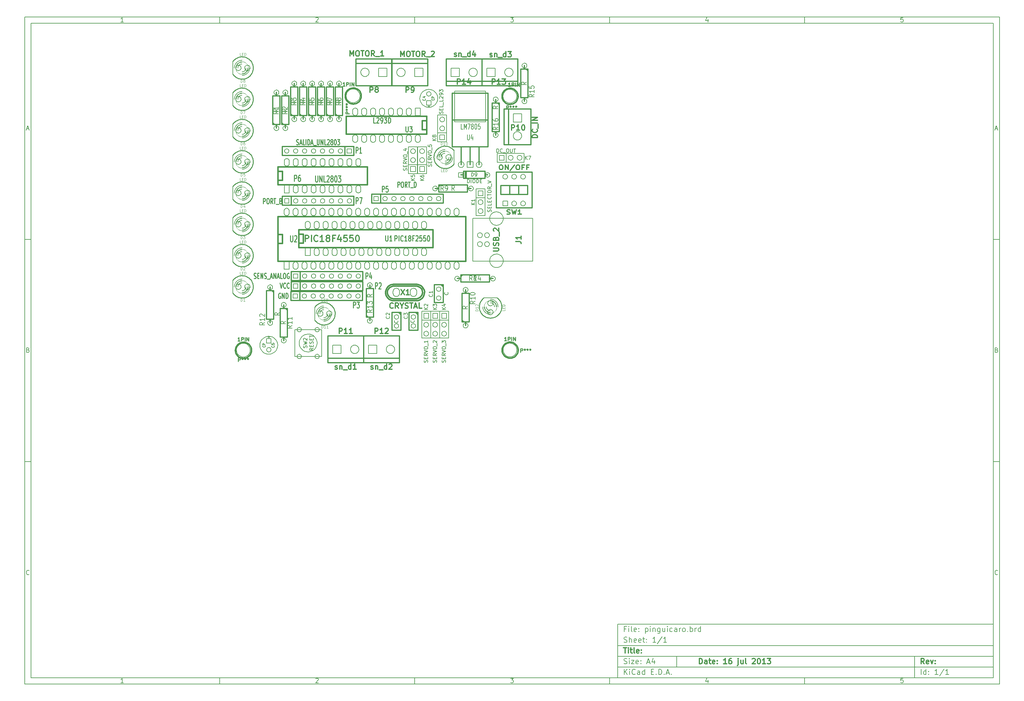
<source format=gto>
G04 (created by PCBNEW-RS274X (2012-01-19 BZR 3256)-stable) date mar 16 jul 2013 12:41:11 ART*
G01*
G70*
G90*
%MOIN*%
G04 Gerber Fmt 3.4, Leading zero omitted, Abs format*
%FSLAX34Y34*%
G04 APERTURE LIST*
%ADD10C,0.006000*%
%ADD11C,0.012000*%
%ADD12C,0.005000*%
%ADD13C,0.008000*%
%ADD14C,0.003000*%
%ADD15C,0.010000*%
%ADD16C,0.015000*%
%ADD17C,0.010700*%
%ADD18C,0.003500*%
%ADD19C,0.011300*%
%ADD20C,0.007500*%
G04 APERTURE END LIST*
G54D10*
X04000Y-04000D02*
X113000Y-04000D01*
X113000Y-78670D01*
X04000Y-78670D01*
X04000Y-04000D01*
X04700Y-04700D02*
X112300Y-04700D01*
X112300Y-77970D01*
X04700Y-77970D01*
X04700Y-04700D01*
X25800Y-04000D02*
X25800Y-04700D01*
X15043Y-04552D02*
X14757Y-04552D01*
X14900Y-04552D02*
X14900Y-04052D01*
X14852Y-04124D01*
X14805Y-04171D01*
X14757Y-04195D01*
X25800Y-78670D02*
X25800Y-77970D01*
X15043Y-78522D02*
X14757Y-78522D01*
X14900Y-78522D02*
X14900Y-78022D01*
X14852Y-78094D01*
X14805Y-78141D01*
X14757Y-78165D01*
X47600Y-04000D02*
X47600Y-04700D01*
X36557Y-04100D02*
X36581Y-04076D01*
X36629Y-04052D01*
X36748Y-04052D01*
X36795Y-04076D01*
X36819Y-04100D01*
X36843Y-04148D01*
X36843Y-04195D01*
X36819Y-04267D01*
X36533Y-04552D01*
X36843Y-04552D01*
X47600Y-78670D02*
X47600Y-77970D01*
X36557Y-78070D02*
X36581Y-78046D01*
X36629Y-78022D01*
X36748Y-78022D01*
X36795Y-78046D01*
X36819Y-78070D01*
X36843Y-78118D01*
X36843Y-78165D01*
X36819Y-78237D01*
X36533Y-78522D01*
X36843Y-78522D01*
X69400Y-04000D02*
X69400Y-04700D01*
X58333Y-04052D02*
X58643Y-04052D01*
X58476Y-04243D01*
X58548Y-04243D01*
X58595Y-04267D01*
X58619Y-04290D01*
X58643Y-04338D01*
X58643Y-04457D01*
X58619Y-04505D01*
X58595Y-04529D01*
X58548Y-04552D01*
X58405Y-04552D01*
X58357Y-04529D01*
X58333Y-04505D01*
X69400Y-78670D02*
X69400Y-77970D01*
X58333Y-78022D02*
X58643Y-78022D01*
X58476Y-78213D01*
X58548Y-78213D01*
X58595Y-78237D01*
X58619Y-78260D01*
X58643Y-78308D01*
X58643Y-78427D01*
X58619Y-78475D01*
X58595Y-78499D01*
X58548Y-78522D01*
X58405Y-78522D01*
X58357Y-78499D01*
X58333Y-78475D01*
X91200Y-04000D02*
X91200Y-04700D01*
X80395Y-04219D02*
X80395Y-04552D01*
X80276Y-04029D02*
X80157Y-04386D01*
X80467Y-04386D01*
X91200Y-78670D02*
X91200Y-77970D01*
X80395Y-78189D02*
X80395Y-78522D01*
X80276Y-77999D02*
X80157Y-78356D01*
X80467Y-78356D01*
X102219Y-04052D02*
X101981Y-04052D01*
X101957Y-04290D01*
X101981Y-04267D01*
X102029Y-04243D01*
X102148Y-04243D01*
X102195Y-04267D01*
X102219Y-04290D01*
X102243Y-04338D01*
X102243Y-04457D01*
X102219Y-04505D01*
X102195Y-04529D01*
X102148Y-04552D01*
X102029Y-04552D01*
X101981Y-04529D01*
X101957Y-04505D01*
X102219Y-78022D02*
X101981Y-78022D01*
X101957Y-78260D01*
X101981Y-78237D01*
X102029Y-78213D01*
X102148Y-78213D01*
X102195Y-78237D01*
X102219Y-78260D01*
X102243Y-78308D01*
X102243Y-78427D01*
X102219Y-78475D01*
X102195Y-78499D01*
X102148Y-78522D01*
X102029Y-78522D01*
X101981Y-78499D01*
X101957Y-78475D01*
X04000Y-28890D02*
X04700Y-28890D01*
X04231Y-16510D02*
X04469Y-16510D01*
X04184Y-16652D02*
X04350Y-16152D01*
X04517Y-16652D01*
X113000Y-28890D02*
X112300Y-28890D01*
X112531Y-16510D02*
X112769Y-16510D01*
X112484Y-16652D02*
X112650Y-16152D01*
X112817Y-16652D01*
X04000Y-53780D02*
X04700Y-53780D01*
X04386Y-41280D02*
X04457Y-41304D01*
X04481Y-41328D01*
X04505Y-41376D01*
X04505Y-41447D01*
X04481Y-41495D01*
X04457Y-41519D01*
X04410Y-41542D01*
X04219Y-41542D01*
X04219Y-41042D01*
X04386Y-41042D01*
X04433Y-41066D01*
X04457Y-41090D01*
X04481Y-41138D01*
X04481Y-41185D01*
X04457Y-41233D01*
X04433Y-41257D01*
X04386Y-41280D01*
X04219Y-41280D01*
X113000Y-53780D02*
X112300Y-53780D01*
X112686Y-41280D02*
X112757Y-41304D01*
X112781Y-41328D01*
X112805Y-41376D01*
X112805Y-41447D01*
X112781Y-41495D01*
X112757Y-41519D01*
X112710Y-41542D01*
X112519Y-41542D01*
X112519Y-41042D01*
X112686Y-41042D01*
X112733Y-41066D01*
X112757Y-41090D01*
X112781Y-41138D01*
X112781Y-41185D01*
X112757Y-41233D01*
X112733Y-41257D01*
X112686Y-41280D01*
X112519Y-41280D01*
X04505Y-66385D02*
X04481Y-66409D01*
X04410Y-66432D01*
X04362Y-66432D01*
X04290Y-66409D01*
X04243Y-66361D01*
X04219Y-66313D01*
X04195Y-66218D01*
X04195Y-66147D01*
X04219Y-66051D01*
X04243Y-66004D01*
X04290Y-65956D01*
X04362Y-65932D01*
X04410Y-65932D01*
X04481Y-65956D01*
X04505Y-65980D01*
X112805Y-66385D02*
X112781Y-66409D01*
X112710Y-66432D01*
X112662Y-66432D01*
X112590Y-66409D01*
X112543Y-66361D01*
X112519Y-66313D01*
X112495Y-66218D01*
X112495Y-66147D01*
X112519Y-66051D01*
X112543Y-66004D01*
X112590Y-65956D01*
X112662Y-65932D01*
X112710Y-65932D01*
X112781Y-65956D01*
X112805Y-65980D01*
G54D11*
X79443Y-76413D02*
X79443Y-75813D01*
X79586Y-75813D01*
X79671Y-75841D01*
X79729Y-75899D01*
X79757Y-75956D01*
X79786Y-76070D01*
X79786Y-76156D01*
X79757Y-76270D01*
X79729Y-76327D01*
X79671Y-76384D01*
X79586Y-76413D01*
X79443Y-76413D01*
X80300Y-76413D02*
X80300Y-76099D01*
X80271Y-76041D01*
X80214Y-76013D01*
X80100Y-76013D01*
X80043Y-76041D01*
X80300Y-76384D02*
X80243Y-76413D01*
X80100Y-76413D01*
X80043Y-76384D01*
X80014Y-76327D01*
X80014Y-76270D01*
X80043Y-76213D01*
X80100Y-76184D01*
X80243Y-76184D01*
X80300Y-76156D01*
X80500Y-76013D02*
X80729Y-76013D01*
X80586Y-75813D02*
X80586Y-76327D01*
X80614Y-76384D01*
X80672Y-76413D01*
X80729Y-76413D01*
X81157Y-76384D02*
X81100Y-76413D01*
X80986Y-76413D01*
X80929Y-76384D01*
X80900Y-76327D01*
X80900Y-76099D01*
X80929Y-76041D01*
X80986Y-76013D01*
X81100Y-76013D01*
X81157Y-76041D01*
X81186Y-76099D01*
X81186Y-76156D01*
X80900Y-76213D01*
X81443Y-76356D02*
X81471Y-76384D01*
X81443Y-76413D01*
X81414Y-76384D01*
X81443Y-76356D01*
X81443Y-76413D01*
X81443Y-76041D02*
X81471Y-76070D01*
X81443Y-76099D01*
X81414Y-76070D01*
X81443Y-76041D01*
X81443Y-76099D01*
X82500Y-76413D02*
X82157Y-76413D01*
X82329Y-76413D02*
X82329Y-75813D01*
X82272Y-75899D01*
X82214Y-75956D01*
X82157Y-75984D01*
X83014Y-75813D02*
X82900Y-75813D01*
X82843Y-75841D01*
X82814Y-75870D01*
X82757Y-75956D01*
X82728Y-76070D01*
X82728Y-76299D01*
X82757Y-76356D01*
X82785Y-76384D01*
X82843Y-76413D01*
X82957Y-76413D01*
X83014Y-76384D01*
X83043Y-76356D01*
X83071Y-76299D01*
X83071Y-76156D01*
X83043Y-76099D01*
X83014Y-76070D01*
X82957Y-76041D01*
X82843Y-76041D01*
X82785Y-76070D01*
X82757Y-76099D01*
X82728Y-76156D01*
X83785Y-76013D02*
X83785Y-76527D01*
X83756Y-76584D01*
X83699Y-76613D01*
X83671Y-76613D01*
X83785Y-75813D02*
X83756Y-75841D01*
X83785Y-75870D01*
X83813Y-75841D01*
X83785Y-75813D01*
X83785Y-75870D01*
X84328Y-76013D02*
X84328Y-76413D01*
X84071Y-76013D02*
X84071Y-76327D01*
X84099Y-76384D01*
X84157Y-76413D01*
X84242Y-76413D01*
X84299Y-76384D01*
X84328Y-76356D01*
X84700Y-76413D02*
X84642Y-76384D01*
X84614Y-76327D01*
X84614Y-75813D01*
X85356Y-75870D02*
X85385Y-75841D01*
X85442Y-75813D01*
X85585Y-75813D01*
X85642Y-75841D01*
X85671Y-75870D01*
X85699Y-75927D01*
X85699Y-75984D01*
X85671Y-76070D01*
X85328Y-76413D01*
X85699Y-76413D01*
X86070Y-75813D02*
X86127Y-75813D01*
X86184Y-75841D01*
X86213Y-75870D01*
X86242Y-75927D01*
X86270Y-76041D01*
X86270Y-76184D01*
X86242Y-76299D01*
X86213Y-76356D01*
X86184Y-76384D01*
X86127Y-76413D01*
X86070Y-76413D01*
X86013Y-76384D01*
X85984Y-76356D01*
X85956Y-76299D01*
X85927Y-76184D01*
X85927Y-76041D01*
X85956Y-75927D01*
X85984Y-75870D01*
X86013Y-75841D01*
X86070Y-75813D01*
X86841Y-76413D02*
X86498Y-76413D01*
X86670Y-76413D02*
X86670Y-75813D01*
X86613Y-75899D01*
X86555Y-75956D01*
X86498Y-75984D01*
X87041Y-75813D02*
X87412Y-75813D01*
X87212Y-76041D01*
X87298Y-76041D01*
X87355Y-76070D01*
X87384Y-76099D01*
X87412Y-76156D01*
X87412Y-76299D01*
X87384Y-76356D01*
X87355Y-76384D01*
X87298Y-76413D01*
X87126Y-76413D01*
X87069Y-76384D01*
X87041Y-76356D01*
G54D10*
X71043Y-77613D02*
X71043Y-77013D01*
X71386Y-77613D02*
X71129Y-77270D01*
X71386Y-77013D02*
X71043Y-77356D01*
X71643Y-77613D02*
X71643Y-77213D01*
X71643Y-77013D02*
X71614Y-77041D01*
X71643Y-77070D01*
X71671Y-77041D01*
X71643Y-77013D01*
X71643Y-77070D01*
X72272Y-77556D02*
X72243Y-77584D01*
X72157Y-77613D01*
X72100Y-77613D01*
X72015Y-77584D01*
X71957Y-77527D01*
X71929Y-77470D01*
X71900Y-77356D01*
X71900Y-77270D01*
X71929Y-77156D01*
X71957Y-77099D01*
X72015Y-77041D01*
X72100Y-77013D01*
X72157Y-77013D01*
X72243Y-77041D01*
X72272Y-77070D01*
X72786Y-77613D02*
X72786Y-77299D01*
X72757Y-77241D01*
X72700Y-77213D01*
X72586Y-77213D01*
X72529Y-77241D01*
X72786Y-77584D02*
X72729Y-77613D01*
X72586Y-77613D01*
X72529Y-77584D01*
X72500Y-77527D01*
X72500Y-77470D01*
X72529Y-77413D01*
X72586Y-77384D01*
X72729Y-77384D01*
X72786Y-77356D01*
X73329Y-77613D02*
X73329Y-77013D01*
X73329Y-77584D02*
X73272Y-77613D01*
X73158Y-77613D01*
X73100Y-77584D01*
X73072Y-77556D01*
X73043Y-77499D01*
X73043Y-77327D01*
X73072Y-77270D01*
X73100Y-77241D01*
X73158Y-77213D01*
X73272Y-77213D01*
X73329Y-77241D01*
X74072Y-77299D02*
X74272Y-77299D01*
X74358Y-77613D02*
X74072Y-77613D01*
X74072Y-77013D01*
X74358Y-77013D01*
X74615Y-77556D02*
X74643Y-77584D01*
X74615Y-77613D01*
X74586Y-77584D01*
X74615Y-77556D01*
X74615Y-77613D01*
X74901Y-77613D02*
X74901Y-77013D01*
X75044Y-77013D01*
X75129Y-77041D01*
X75187Y-77099D01*
X75215Y-77156D01*
X75244Y-77270D01*
X75244Y-77356D01*
X75215Y-77470D01*
X75187Y-77527D01*
X75129Y-77584D01*
X75044Y-77613D01*
X74901Y-77613D01*
X75501Y-77556D02*
X75529Y-77584D01*
X75501Y-77613D01*
X75472Y-77584D01*
X75501Y-77556D01*
X75501Y-77613D01*
X75758Y-77441D02*
X76044Y-77441D01*
X75701Y-77613D02*
X75901Y-77013D01*
X76101Y-77613D01*
X76301Y-77556D02*
X76329Y-77584D01*
X76301Y-77613D01*
X76272Y-77584D01*
X76301Y-77556D01*
X76301Y-77613D01*
G54D11*
X104586Y-76413D02*
X104386Y-76127D01*
X104243Y-76413D02*
X104243Y-75813D01*
X104471Y-75813D01*
X104529Y-75841D01*
X104557Y-75870D01*
X104586Y-75927D01*
X104586Y-76013D01*
X104557Y-76070D01*
X104529Y-76099D01*
X104471Y-76127D01*
X104243Y-76127D01*
X105071Y-76384D02*
X105014Y-76413D01*
X104900Y-76413D01*
X104843Y-76384D01*
X104814Y-76327D01*
X104814Y-76099D01*
X104843Y-76041D01*
X104900Y-76013D01*
X105014Y-76013D01*
X105071Y-76041D01*
X105100Y-76099D01*
X105100Y-76156D01*
X104814Y-76213D01*
X105300Y-76013D02*
X105443Y-76413D01*
X105585Y-76013D01*
X105814Y-76356D02*
X105842Y-76384D01*
X105814Y-76413D01*
X105785Y-76384D01*
X105814Y-76356D01*
X105814Y-76413D01*
X105814Y-76041D02*
X105842Y-76070D01*
X105814Y-76099D01*
X105785Y-76070D01*
X105814Y-76041D01*
X105814Y-76099D01*
G54D10*
X71014Y-76384D02*
X71100Y-76413D01*
X71243Y-76413D01*
X71300Y-76384D01*
X71329Y-76356D01*
X71357Y-76299D01*
X71357Y-76241D01*
X71329Y-76184D01*
X71300Y-76156D01*
X71243Y-76127D01*
X71129Y-76099D01*
X71071Y-76070D01*
X71043Y-76041D01*
X71014Y-75984D01*
X71014Y-75927D01*
X71043Y-75870D01*
X71071Y-75841D01*
X71129Y-75813D01*
X71271Y-75813D01*
X71357Y-75841D01*
X71614Y-76413D02*
X71614Y-76013D01*
X71614Y-75813D02*
X71585Y-75841D01*
X71614Y-75870D01*
X71642Y-75841D01*
X71614Y-75813D01*
X71614Y-75870D01*
X71843Y-76013D02*
X72157Y-76013D01*
X71843Y-76413D01*
X72157Y-76413D01*
X72614Y-76384D02*
X72557Y-76413D01*
X72443Y-76413D01*
X72386Y-76384D01*
X72357Y-76327D01*
X72357Y-76099D01*
X72386Y-76041D01*
X72443Y-76013D01*
X72557Y-76013D01*
X72614Y-76041D01*
X72643Y-76099D01*
X72643Y-76156D01*
X72357Y-76213D01*
X72900Y-76356D02*
X72928Y-76384D01*
X72900Y-76413D01*
X72871Y-76384D01*
X72900Y-76356D01*
X72900Y-76413D01*
X72900Y-76041D02*
X72928Y-76070D01*
X72900Y-76099D01*
X72871Y-76070D01*
X72900Y-76041D01*
X72900Y-76099D01*
X73614Y-76241D02*
X73900Y-76241D01*
X73557Y-76413D02*
X73757Y-75813D01*
X73957Y-76413D01*
X74414Y-76013D02*
X74414Y-76413D01*
X74271Y-75784D02*
X74128Y-76213D01*
X74500Y-76213D01*
X104243Y-77613D02*
X104243Y-77013D01*
X104786Y-77613D02*
X104786Y-77013D01*
X104786Y-77584D02*
X104729Y-77613D01*
X104615Y-77613D01*
X104557Y-77584D01*
X104529Y-77556D01*
X104500Y-77499D01*
X104500Y-77327D01*
X104529Y-77270D01*
X104557Y-77241D01*
X104615Y-77213D01*
X104729Y-77213D01*
X104786Y-77241D01*
X105072Y-77556D02*
X105100Y-77584D01*
X105072Y-77613D01*
X105043Y-77584D01*
X105072Y-77556D01*
X105072Y-77613D01*
X105072Y-77241D02*
X105100Y-77270D01*
X105072Y-77299D01*
X105043Y-77270D01*
X105072Y-77241D01*
X105072Y-77299D01*
X106129Y-77613D02*
X105786Y-77613D01*
X105958Y-77613D02*
X105958Y-77013D01*
X105901Y-77099D01*
X105843Y-77156D01*
X105786Y-77184D01*
X106814Y-76984D02*
X106300Y-77756D01*
X107329Y-77613D02*
X106986Y-77613D01*
X107158Y-77613D02*
X107158Y-77013D01*
X107101Y-77099D01*
X107043Y-77156D01*
X106986Y-77184D01*
G54D11*
X70957Y-74613D02*
X71300Y-74613D01*
X71129Y-75213D02*
X71129Y-74613D01*
X71500Y-75213D02*
X71500Y-74813D01*
X71500Y-74613D02*
X71471Y-74641D01*
X71500Y-74670D01*
X71528Y-74641D01*
X71500Y-74613D01*
X71500Y-74670D01*
X71700Y-74813D02*
X71929Y-74813D01*
X71786Y-74613D02*
X71786Y-75127D01*
X71814Y-75184D01*
X71872Y-75213D01*
X71929Y-75213D01*
X72215Y-75213D02*
X72157Y-75184D01*
X72129Y-75127D01*
X72129Y-74613D01*
X72671Y-75184D02*
X72614Y-75213D01*
X72500Y-75213D01*
X72443Y-75184D01*
X72414Y-75127D01*
X72414Y-74899D01*
X72443Y-74841D01*
X72500Y-74813D01*
X72614Y-74813D01*
X72671Y-74841D01*
X72700Y-74899D01*
X72700Y-74956D01*
X72414Y-75013D01*
X72957Y-75156D02*
X72985Y-75184D01*
X72957Y-75213D01*
X72928Y-75184D01*
X72957Y-75156D01*
X72957Y-75213D01*
X72957Y-74841D02*
X72985Y-74870D01*
X72957Y-74899D01*
X72928Y-74870D01*
X72957Y-74841D01*
X72957Y-74899D01*
G54D10*
X71243Y-72499D02*
X71043Y-72499D01*
X71043Y-72813D02*
X71043Y-72213D01*
X71329Y-72213D01*
X71557Y-72813D02*
X71557Y-72413D01*
X71557Y-72213D02*
X71528Y-72241D01*
X71557Y-72270D01*
X71585Y-72241D01*
X71557Y-72213D01*
X71557Y-72270D01*
X71929Y-72813D02*
X71871Y-72784D01*
X71843Y-72727D01*
X71843Y-72213D01*
X72385Y-72784D02*
X72328Y-72813D01*
X72214Y-72813D01*
X72157Y-72784D01*
X72128Y-72727D01*
X72128Y-72499D01*
X72157Y-72441D01*
X72214Y-72413D01*
X72328Y-72413D01*
X72385Y-72441D01*
X72414Y-72499D01*
X72414Y-72556D01*
X72128Y-72613D01*
X72671Y-72756D02*
X72699Y-72784D01*
X72671Y-72813D01*
X72642Y-72784D01*
X72671Y-72756D01*
X72671Y-72813D01*
X72671Y-72441D02*
X72699Y-72470D01*
X72671Y-72499D01*
X72642Y-72470D01*
X72671Y-72441D01*
X72671Y-72499D01*
X73414Y-72413D02*
X73414Y-73013D01*
X73414Y-72441D02*
X73471Y-72413D01*
X73585Y-72413D01*
X73642Y-72441D01*
X73671Y-72470D01*
X73700Y-72527D01*
X73700Y-72699D01*
X73671Y-72756D01*
X73642Y-72784D01*
X73585Y-72813D01*
X73471Y-72813D01*
X73414Y-72784D01*
X73957Y-72813D02*
X73957Y-72413D01*
X73957Y-72213D02*
X73928Y-72241D01*
X73957Y-72270D01*
X73985Y-72241D01*
X73957Y-72213D01*
X73957Y-72270D01*
X74243Y-72413D02*
X74243Y-72813D01*
X74243Y-72470D02*
X74271Y-72441D01*
X74329Y-72413D01*
X74414Y-72413D01*
X74471Y-72441D01*
X74500Y-72499D01*
X74500Y-72813D01*
X75043Y-72413D02*
X75043Y-72899D01*
X75014Y-72956D01*
X74986Y-72984D01*
X74929Y-73013D01*
X74843Y-73013D01*
X74786Y-72984D01*
X75043Y-72784D02*
X74986Y-72813D01*
X74872Y-72813D01*
X74814Y-72784D01*
X74786Y-72756D01*
X74757Y-72699D01*
X74757Y-72527D01*
X74786Y-72470D01*
X74814Y-72441D01*
X74872Y-72413D01*
X74986Y-72413D01*
X75043Y-72441D01*
X75586Y-72413D02*
X75586Y-72813D01*
X75329Y-72413D02*
X75329Y-72727D01*
X75357Y-72784D01*
X75415Y-72813D01*
X75500Y-72813D01*
X75557Y-72784D01*
X75586Y-72756D01*
X75872Y-72813D02*
X75872Y-72413D01*
X75872Y-72213D02*
X75843Y-72241D01*
X75872Y-72270D01*
X75900Y-72241D01*
X75872Y-72213D01*
X75872Y-72270D01*
X76415Y-72784D02*
X76358Y-72813D01*
X76244Y-72813D01*
X76186Y-72784D01*
X76158Y-72756D01*
X76129Y-72699D01*
X76129Y-72527D01*
X76158Y-72470D01*
X76186Y-72441D01*
X76244Y-72413D01*
X76358Y-72413D01*
X76415Y-72441D01*
X76929Y-72813D02*
X76929Y-72499D01*
X76900Y-72441D01*
X76843Y-72413D01*
X76729Y-72413D01*
X76672Y-72441D01*
X76929Y-72784D02*
X76872Y-72813D01*
X76729Y-72813D01*
X76672Y-72784D01*
X76643Y-72727D01*
X76643Y-72670D01*
X76672Y-72613D01*
X76729Y-72584D01*
X76872Y-72584D01*
X76929Y-72556D01*
X77215Y-72813D02*
X77215Y-72413D01*
X77215Y-72527D02*
X77243Y-72470D01*
X77272Y-72441D01*
X77329Y-72413D01*
X77386Y-72413D01*
X77672Y-72813D02*
X77614Y-72784D01*
X77586Y-72756D01*
X77557Y-72699D01*
X77557Y-72527D01*
X77586Y-72470D01*
X77614Y-72441D01*
X77672Y-72413D01*
X77757Y-72413D01*
X77814Y-72441D01*
X77843Y-72470D01*
X77872Y-72527D01*
X77872Y-72699D01*
X77843Y-72756D01*
X77814Y-72784D01*
X77757Y-72813D01*
X77672Y-72813D01*
X78129Y-72756D02*
X78157Y-72784D01*
X78129Y-72813D01*
X78100Y-72784D01*
X78129Y-72756D01*
X78129Y-72813D01*
X78415Y-72813D02*
X78415Y-72213D01*
X78415Y-72441D02*
X78472Y-72413D01*
X78586Y-72413D01*
X78643Y-72441D01*
X78672Y-72470D01*
X78701Y-72527D01*
X78701Y-72699D01*
X78672Y-72756D01*
X78643Y-72784D01*
X78586Y-72813D01*
X78472Y-72813D01*
X78415Y-72784D01*
X78958Y-72813D02*
X78958Y-72413D01*
X78958Y-72527D02*
X78986Y-72470D01*
X79015Y-72441D01*
X79072Y-72413D01*
X79129Y-72413D01*
X79586Y-72813D02*
X79586Y-72213D01*
X79586Y-72784D02*
X79529Y-72813D01*
X79415Y-72813D01*
X79357Y-72784D01*
X79329Y-72756D01*
X79300Y-72699D01*
X79300Y-72527D01*
X79329Y-72470D01*
X79357Y-72441D01*
X79415Y-72413D01*
X79529Y-72413D01*
X79586Y-72441D01*
X71014Y-73984D02*
X71100Y-74013D01*
X71243Y-74013D01*
X71300Y-73984D01*
X71329Y-73956D01*
X71357Y-73899D01*
X71357Y-73841D01*
X71329Y-73784D01*
X71300Y-73756D01*
X71243Y-73727D01*
X71129Y-73699D01*
X71071Y-73670D01*
X71043Y-73641D01*
X71014Y-73584D01*
X71014Y-73527D01*
X71043Y-73470D01*
X71071Y-73441D01*
X71129Y-73413D01*
X71271Y-73413D01*
X71357Y-73441D01*
X71614Y-74013D02*
X71614Y-73413D01*
X71871Y-74013D02*
X71871Y-73699D01*
X71842Y-73641D01*
X71785Y-73613D01*
X71700Y-73613D01*
X71642Y-73641D01*
X71614Y-73670D01*
X72385Y-73984D02*
X72328Y-74013D01*
X72214Y-74013D01*
X72157Y-73984D01*
X72128Y-73927D01*
X72128Y-73699D01*
X72157Y-73641D01*
X72214Y-73613D01*
X72328Y-73613D01*
X72385Y-73641D01*
X72414Y-73699D01*
X72414Y-73756D01*
X72128Y-73813D01*
X72899Y-73984D02*
X72842Y-74013D01*
X72728Y-74013D01*
X72671Y-73984D01*
X72642Y-73927D01*
X72642Y-73699D01*
X72671Y-73641D01*
X72728Y-73613D01*
X72842Y-73613D01*
X72899Y-73641D01*
X72928Y-73699D01*
X72928Y-73756D01*
X72642Y-73813D01*
X73099Y-73613D02*
X73328Y-73613D01*
X73185Y-73413D02*
X73185Y-73927D01*
X73213Y-73984D01*
X73271Y-74013D01*
X73328Y-74013D01*
X73528Y-73956D02*
X73556Y-73984D01*
X73528Y-74013D01*
X73499Y-73984D01*
X73528Y-73956D01*
X73528Y-74013D01*
X73528Y-73641D02*
X73556Y-73670D01*
X73528Y-73699D01*
X73499Y-73670D01*
X73528Y-73641D01*
X73528Y-73699D01*
X74585Y-74013D02*
X74242Y-74013D01*
X74414Y-74013D02*
X74414Y-73413D01*
X74357Y-73499D01*
X74299Y-73556D01*
X74242Y-73584D01*
X75270Y-73384D02*
X74756Y-74156D01*
X75785Y-74013D02*
X75442Y-74013D01*
X75614Y-74013D02*
X75614Y-73413D01*
X75557Y-73499D01*
X75499Y-73556D01*
X75442Y-73584D01*
X70300Y-71970D02*
X70300Y-77970D01*
X70300Y-71970D02*
X112300Y-71970D01*
X70300Y-71970D02*
X112300Y-71970D01*
X70300Y-74370D02*
X112300Y-74370D01*
X103500Y-75570D02*
X103500Y-77970D01*
X70300Y-76770D02*
X112300Y-76770D01*
X70300Y-75570D02*
X112300Y-75570D01*
X76900Y-75570D02*
X76900Y-76770D01*
G54D12*
X60810Y-31330D02*
X60810Y-26530D01*
X60810Y-26530D02*
X54110Y-26530D01*
X54110Y-26530D02*
X54110Y-31330D01*
X54110Y-31330D02*
X60810Y-31330D01*
G54D11*
X57230Y-23880D02*
X57230Y-22880D01*
X57230Y-22880D02*
X60230Y-22880D01*
X60230Y-22880D02*
X60230Y-23880D01*
X60230Y-23880D02*
X57230Y-23880D01*
X56730Y-21380D02*
X60730Y-21380D01*
X60730Y-21380D02*
X60730Y-25380D01*
X60730Y-25380D02*
X56730Y-25380D01*
X56730Y-25380D02*
X56730Y-21380D01*
X58230Y-22880D02*
X58230Y-23880D01*
X59230Y-22880D02*
X59230Y-23880D01*
G54D12*
X36700Y-40495D02*
X36680Y-40689D01*
X36624Y-40876D01*
X36532Y-41048D01*
X36409Y-41199D01*
X36259Y-41324D01*
X36087Y-41416D01*
X35901Y-41474D01*
X35706Y-41494D01*
X35513Y-41477D01*
X35326Y-41422D01*
X35153Y-41331D01*
X35001Y-41209D01*
X34875Y-41059D01*
X34781Y-40888D01*
X34722Y-40702D01*
X34701Y-40508D01*
X34717Y-40315D01*
X34771Y-40127D01*
X34860Y-39954D01*
X34981Y-39801D01*
X35130Y-39674D01*
X35300Y-39579D01*
X35486Y-39519D01*
X35680Y-39496D01*
X35873Y-39511D01*
X36061Y-39563D01*
X36235Y-39651D01*
X36389Y-39771D01*
X36517Y-39919D01*
X36613Y-40089D01*
X36675Y-40274D01*
X36699Y-40468D01*
X36700Y-40495D01*
X34200Y-41995D02*
X34200Y-38995D01*
X34200Y-38995D02*
X37200Y-38995D01*
X37200Y-38995D02*
X37200Y-41995D01*
X34200Y-41995D02*
X37200Y-41995D01*
G54D11*
X40800Y-19500D02*
X32800Y-19500D01*
X32800Y-19500D02*
X32800Y-18500D01*
X32800Y-18500D02*
X40800Y-18500D01*
X40800Y-18500D02*
X40800Y-19500D01*
X39800Y-18500D02*
X39800Y-19500D01*
X33800Y-33620D02*
X41800Y-33620D01*
X41800Y-33620D02*
X41800Y-34620D01*
X41800Y-34620D02*
X33800Y-34620D01*
X33800Y-34620D02*
X33800Y-33620D01*
X34800Y-34620D02*
X34800Y-33620D01*
X33770Y-34736D02*
X41770Y-34736D01*
X41770Y-34736D02*
X41770Y-35736D01*
X41770Y-35736D02*
X33770Y-35736D01*
X33770Y-35736D02*
X33770Y-34736D01*
X34770Y-35736D02*
X34770Y-34736D01*
X33800Y-32500D02*
X41800Y-32500D01*
X41800Y-32500D02*
X41800Y-33500D01*
X41800Y-33500D02*
X33800Y-33500D01*
X33800Y-33500D02*
X33800Y-32500D01*
X34800Y-33500D02*
X34800Y-32500D01*
X42794Y-23832D02*
X50794Y-23832D01*
X50794Y-23832D02*
X50794Y-24832D01*
X50794Y-24832D02*
X42794Y-24832D01*
X42794Y-24832D02*
X42794Y-23832D01*
X43794Y-24832D02*
X43794Y-23832D01*
X32806Y-24084D02*
X40806Y-24084D01*
X40806Y-24084D02*
X40806Y-25084D01*
X40806Y-25084D02*
X32806Y-25084D01*
X32806Y-25084D02*
X32806Y-24084D01*
X33806Y-25084D02*
X33806Y-24084D01*
X42595Y-38015D02*
X42595Y-37615D01*
X42595Y-37615D02*
X42195Y-37615D01*
X42195Y-37615D02*
X42195Y-34415D01*
X42195Y-34415D02*
X42995Y-34415D01*
X42995Y-34415D02*
X42995Y-37615D01*
X42995Y-37615D02*
X42595Y-37615D01*
X42395Y-37615D02*
X42195Y-37415D01*
X42595Y-34015D02*
X42595Y-34415D01*
X56665Y-13225D02*
X56665Y-13625D01*
X56665Y-13625D02*
X57065Y-13625D01*
X57065Y-13625D02*
X57065Y-16825D01*
X57065Y-16825D02*
X56265Y-16825D01*
X56265Y-16825D02*
X56265Y-13625D01*
X56265Y-13625D02*
X56665Y-13625D01*
X56865Y-13625D02*
X57065Y-13825D01*
X56665Y-17225D02*
X56665Y-16825D01*
X59885Y-09445D02*
X59885Y-09845D01*
X59885Y-09845D02*
X60285Y-09845D01*
X60285Y-09845D02*
X60285Y-13045D01*
X60285Y-13045D02*
X59485Y-13045D01*
X59485Y-13045D02*
X59485Y-09845D01*
X59485Y-09845D02*
X59885Y-09845D01*
X60085Y-09845D02*
X60285Y-10045D01*
X59885Y-13445D02*
X59885Y-13045D01*
X52360Y-33285D02*
X52760Y-33285D01*
X52760Y-33285D02*
X52760Y-32885D01*
X52760Y-32885D02*
X55960Y-32885D01*
X55960Y-32885D02*
X55960Y-33685D01*
X55960Y-33685D02*
X52760Y-33685D01*
X52760Y-33685D02*
X52760Y-33285D01*
X52760Y-33085D02*
X52960Y-32885D01*
X56360Y-33285D02*
X55960Y-33285D01*
X31450Y-34250D02*
X31450Y-34650D01*
X31450Y-34650D02*
X31850Y-34650D01*
X31850Y-34650D02*
X31850Y-37850D01*
X31850Y-37850D02*
X31050Y-37850D01*
X31050Y-37850D02*
X31050Y-34650D01*
X31050Y-34650D02*
X31450Y-34650D01*
X31650Y-34650D02*
X31850Y-34850D01*
X31450Y-38250D02*
X31450Y-37850D01*
X32150Y-16450D02*
X32150Y-16050D01*
X32150Y-16050D02*
X31750Y-16050D01*
X31750Y-16050D02*
X31750Y-12850D01*
X31750Y-12850D02*
X32550Y-12850D01*
X32550Y-12850D02*
X32550Y-16050D01*
X32550Y-16050D02*
X32150Y-16050D01*
X31950Y-16050D02*
X31750Y-15850D01*
X32150Y-12450D02*
X32150Y-12850D01*
X33150Y-16450D02*
X33150Y-16050D01*
X33150Y-16050D02*
X32750Y-16050D01*
X32750Y-16050D02*
X32750Y-12850D01*
X32750Y-12850D02*
X33550Y-12850D01*
X33550Y-12850D02*
X33550Y-16050D01*
X33550Y-16050D02*
X33150Y-16050D01*
X32950Y-16050D02*
X32750Y-15850D01*
X33150Y-12450D02*
X33150Y-12850D01*
X34150Y-15450D02*
X34150Y-15050D01*
X34150Y-15050D02*
X33750Y-15050D01*
X33750Y-15050D02*
X33750Y-11850D01*
X33750Y-11850D02*
X34550Y-11850D01*
X34550Y-11850D02*
X34550Y-15050D01*
X34550Y-15050D02*
X34150Y-15050D01*
X33950Y-15050D02*
X33750Y-14850D01*
X34150Y-11450D02*
X34150Y-11850D01*
X35150Y-15450D02*
X35150Y-15050D01*
X35150Y-15050D02*
X34750Y-15050D01*
X34750Y-15050D02*
X34750Y-11850D01*
X34750Y-11850D02*
X35550Y-11850D01*
X35550Y-11850D02*
X35550Y-15050D01*
X35550Y-15050D02*
X35150Y-15050D01*
X34950Y-15050D02*
X34750Y-14850D01*
X35150Y-11450D02*
X35150Y-11850D01*
X36150Y-15450D02*
X36150Y-15050D01*
X36150Y-15050D02*
X35750Y-15050D01*
X35750Y-15050D02*
X35750Y-11850D01*
X35750Y-11850D02*
X36550Y-11850D01*
X36550Y-11850D02*
X36550Y-15050D01*
X36550Y-15050D02*
X36150Y-15050D01*
X35950Y-15050D02*
X35750Y-14850D01*
X36150Y-11450D02*
X36150Y-11850D01*
X37150Y-15450D02*
X37150Y-15050D01*
X37150Y-15050D02*
X36750Y-15050D01*
X36750Y-15050D02*
X36750Y-11850D01*
X36750Y-11850D02*
X37550Y-11850D01*
X37550Y-11850D02*
X37550Y-15050D01*
X37550Y-15050D02*
X37150Y-15050D01*
X36950Y-15050D02*
X36750Y-14850D01*
X37150Y-11450D02*
X37150Y-11850D01*
X38150Y-15450D02*
X38150Y-15050D01*
X38150Y-15050D02*
X37750Y-15050D01*
X37750Y-15050D02*
X37750Y-11850D01*
X37750Y-11850D02*
X38550Y-11850D01*
X38550Y-11850D02*
X38550Y-15050D01*
X38550Y-15050D02*
X38150Y-15050D01*
X37950Y-15050D02*
X37750Y-14850D01*
X38150Y-11450D02*
X38150Y-11850D01*
X39150Y-15450D02*
X39150Y-15050D01*
X39150Y-15050D02*
X38750Y-15050D01*
X38750Y-15050D02*
X38750Y-11850D01*
X38750Y-11850D02*
X39550Y-11850D01*
X39550Y-11850D02*
X39550Y-15050D01*
X39550Y-15050D02*
X39150Y-15050D01*
X38950Y-15050D02*
X38750Y-14850D01*
X39150Y-11450D02*
X39150Y-11850D01*
X49900Y-23200D02*
X50300Y-23200D01*
X50300Y-23200D02*
X50300Y-22800D01*
X50300Y-22800D02*
X53500Y-22800D01*
X53500Y-22800D02*
X53500Y-23600D01*
X53500Y-23600D02*
X50300Y-23600D01*
X50300Y-23600D02*
X50300Y-23200D01*
X50300Y-23000D02*
X50500Y-22800D01*
X53900Y-23200D02*
X53500Y-23200D01*
X53300Y-38540D02*
X53300Y-38140D01*
X53300Y-38140D02*
X52900Y-38140D01*
X52900Y-38140D02*
X52900Y-34940D01*
X52900Y-34940D02*
X53700Y-34940D01*
X53700Y-34940D02*
X53700Y-38140D01*
X53700Y-38140D02*
X53300Y-38140D01*
X53100Y-38140D02*
X52900Y-37940D01*
X53300Y-34540D02*
X53300Y-34940D01*
X32970Y-36220D02*
X32970Y-36620D01*
X32970Y-36620D02*
X33370Y-36620D01*
X33370Y-36620D02*
X33370Y-39820D01*
X33370Y-39820D02*
X32570Y-39820D01*
X32570Y-39820D02*
X32570Y-36620D01*
X32570Y-36620D02*
X32970Y-36620D01*
X33170Y-36620D02*
X33370Y-36820D01*
X32970Y-40220D02*
X32970Y-39820D01*
G54D10*
X51188Y-17978D02*
X50188Y-17978D01*
X50188Y-17978D02*
X50188Y-14978D01*
X50188Y-14978D02*
X51188Y-14978D01*
X51188Y-14978D02*
X51188Y-17978D01*
X50188Y-16978D02*
X51188Y-16978D01*
X56844Y-20256D02*
X56844Y-19256D01*
X56844Y-19256D02*
X59844Y-19256D01*
X59844Y-19256D02*
X59844Y-20256D01*
X59844Y-20256D02*
X56844Y-20256D01*
X57844Y-19256D02*
X57844Y-20256D01*
X48940Y-21520D02*
X47940Y-21520D01*
X47940Y-21520D02*
X47940Y-18520D01*
X47940Y-18520D02*
X48940Y-18520D01*
X48940Y-18520D02*
X48940Y-21520D01*
X47940Y-20520D02*
X48940Y-20520D01*
X47926Y-21520D02*
X46926Y-21520D01*
X46926Y-21520D02*
X46926Y-18520D01*
X46926Y-18520D02*
X47926Y-18520D01*
X47926Y-18520D02*
X47926Y-21520D01*
X46926Y-20520D02*
X47926Y-20520D01*
X50400Y-36950D02*
X51400Y-36950D01*
X51400Y-36950D02*
X51400Y-39950D01*
X51400Y-39950D02*
X50400Y-39950D01*
X50400Y-39950D02*
X50400Y-36950D01*
X51400Y-37950D02*
X50400Y-37950D01*
X49400Y-36950D02*
X50400Y-36950D01*
X50400Y-36950D02*
X50400Y-39950D01*
X50400Y-39950D02*
X49400Y-39950D01*
X49400Y-39950D02*
X49400Y-36950D01*
X50400Y-37950D02*
X49400Y-37950D01*
X48400Y-36950D02*
X49400Y-36950D01*
X49400Y-36950D02*
X49400Y-39950D01*
X49400Y-39950D02*
X48400Y-39950D01*
X48400Y-39950D02*
X48400Y-36950D01*
X49400Y-37950D02*
X48400Y-37950D01*
X54478Y-23228D02*
X55478Y-23228D01*
X55478Y-23228D02*
X55478Y-26228D01*
X55478Y-26228D02*
X54478Y-26228D01*
X54478Y-26228D02*
X54478Y-23228D01*
X55478Y-24228D02*
X54478Y-24228D01*
G54D11*
X52812Y-20526D02*
X52812Y-18526D01*
X53812Y-20526D02*
X53812Y-18526D01*
X54812Y-20526D02*
X54812Y-18526D01*
X52312Y-18526D02*
X55812Y-18526D01*
X55812Y-18526D02*
X55812Y-12526D01*
X55812Y-12526D02*
X51812Y-12526D01*
X52312Y-18526D02*
X51812Y-18526D01*
X55312Y-15526D02*
X51812Y-15526D01*
X55312Y-15526D02*
X55812Y-15526D01*
X51812Y-18526D02*
X51812Y-12526D01*
G54D13*
X36435Y-36455D02*
X36435Y-37955D01*
G54D14*
X38162Y-37205D02*
X38148Y-37342D01*
X38108Y-37474D01*
X38043Y-37596D01*
X37956Y-37703D01*
X37850Y-37791D01*
X37728Y-37856D01*
X37597Y-37897D01*
X37459Y-37911D01*
X37323Y-37899D01*
X37191Y-37860D01*
X37068Y-37796D01*
X36961Y-37710D01*
X36872Y-37604D01*
X36806Y-37483D01*
X36764Y-37351D01*
X36749Y-37214D01*
X36760Y-37078D01*
X36798Y-36945D01*
X36861Y-36823D01*
X36947Y-36714D01*
X37052Y-36625D01*
X37172Y-36558D01*
X37304Y-36515D01*
X37441Y-36499D01*
X37577Y-36509D01*
X37710Y-36546D01*
X37833Y-36609D01*
X37942Y-36694D01*
X38032Y-36798D01*
X38100Y-36918D01*
X38144Y-37049D01*
X38161Y-37186D01*
X38162Y-37205D01*
G54D15*
X36456Y-37955D02*
X36525Y-38039D01*
X36601Y-38117D01*
X36684Y-38188D01*
X36773Y-38252D01*
X36867Y-38307D01*
X36965Y-38354D01*
X37067Y-38393D01*
X37172Y-38422D01*
X37279Y-38442D01*
X37388Y-38453D01*
X37496Y-38454D01*
X37605Y-38445D01*
X37712Y-38428D01*
X37818Y-38401D01*
X37921Y-38364D01*
X38020Y-38319D01*
X38115Y-38266D01*
X38205Y-38204D01*
X38289Y-38135D01*
X38367Y-38059D01*
X38438Y-37976D01*
X38502Y-37887D01*
X38557Y-37793D01*
X38604Y-37695D01*
X38643Y-37593D01*
X38672Y-37488D01*
X38692Y-37381D01*
X38703Y-37272D01*
X38704Y-37164D01*
X38695Y-37055D01*
X38678Y-36948D01*
X38651Y-36842D01*
X38614Y-36739D01*
X38569Y-36640D01*
X38516Y-36545D01*
X38454Y-36455D01*
X38385Y-36371D01*
X38309Y-36293D01*
X38226Y-36222D01*
X38137Y-36158D01*
X38043Y-36103D01*
X37945Y-36056D01*
X37843Y-36017D01*
X37738Y-35988D01*
X37631Y-35968D01*
X37522Y-35957D01*
X37414Y-35956D01*
X37305Y-35965D01*
X37198Y-35982D01*
X37092Y-36009D01*
X36989Y-36046D01*
X36890Y-36091D01*
X36795Y-36144D01*
X36705Y-36206D01*
X36621Y-36275D01*
X36543Y-36351D01*
X36472Y-36434D01*
X36456Y-36455D01*
G54D10*
X37455Y-37655D02*
X37494Y-37653D01*
X37533Y-37648D01*
X37571Y-37639D01*
X37608Y-37627D01*
X37645Y-37612D01*
X37680Y-37594D01*
X37713Y-37573D01*
X37744Y-37549D01*
X37773Y-37523D01*
X37799Y-37494D01*
X37823Y-37463D01*
X37844Y-37429D01*
X37862Y-37395D01*
X37877Y-37358D01*
X37889Y-37321D01*
X37898Y-37283D01*
X37903Y-37244D01*
X37905Y-37205D01*
X37455Y-36755D02*
X37416Y-36757D01*
X37377Y-36762D01*
X37339Y-36771D01*
X37302Y-36783D01*
X37265Y-36798D01*
X37231Y-36816D01*
X37197Y-36837D01*
X37166Y-36861D01*
X37137Y-36887D01*
X37111Y-36916D01*
X37087Y-36947D01*
X37066Y-36981D01*
X37048Y-37015D01*
X37033Y-37052D01*
X37021Y-37089D01*
X37012Y-37127D01*
X37007Y-37166D01*
X37005Y-37205D01*
X37455Y-37855D02*
X37511Y-37852D01*
X37567Y-37845D01*
X37623Y-37832D01*
X37677Y-37815D01*
X37729Y-37794D01*
X37780Y-37767D01*
X37827Y-37737D01*
X37872Y-37702D01*
X37914Y-37664D01*
X37952Y-37622D01*
X37987Y-37577D01*
X38017Y-37529D01*
X38044Y-37479D01*
X38065Y-37427D01*
X38082Y-37373D01*
X38095Y-37317D01*
X38102Y-37261D01*
X38105Y-37205D01*
X37455Y-36555D02*
X37399Y-36558D01*
X37343Y-36565D01*
X37287Y-36578D01*
X37233Y-36595D01*
X37181Y-36616D01*
X37131Y-36643D01*
X37083Y-36673D01*
X37038Y-36708D01*
X36996Y-36746D01*
X36958Y-36788D01*
X36923Y-36833D01*
X36893Y-36881D01*
X36866Y-36931D01*
X36845Y-36983D01*
X36828Y-37037D01*
X36815Y-37093D01*
X36808Y-37149D01*
X36805Y-37205D01*
X37455Y-38055D02*
X37529Y-38051D01*
X37602Y-38042D01*
X37674Y-38026D01*
X37745Y-38003D01*
X37814Y-37975D01*
X37880Y-37941D01*
X37942Y-37901D01*
X38001Y-37856D01*
X38056Y-37806D01*
X38106Y-37751D01*
X38151Y-37692D01*
X38191Y-37629D01*
X38225Y-37564D01*
X38253Y-37495D01*
X38276Y-37424D01*
X38292Y-37352D01*
X38301Y-37279D01*
X38305Y-37205D01*
X37455Y-36355D02*
X37381Y-36359D01*
X37308Y-36368D01*
X37236Y-36384D01*
X37165Y-36407D01*
X37096Y-36435D01*
X37031Y-36469D01*
X36968Y-36509D01*
X36909Y-36554D01*
X36854Y-36604D01*
X36804Y-36659D01*
X36759Y-36718D01*
X36719Y-36781D01*
X36685Y-36846D01*
X36657Y-36915D01*
X36634Y-36986D01*
X36618Y-37058D01*
X36609Y-37131D01*
X36605Y-37205D01*
G54D13*
X27280Y-29950D02*
X27280Y-31450D01*
G54D14*
X29007Y-30700D02*
X28993Y-30837D01*
X28953Y-30969D01*
X28888Y-31091D01*
X28801Y-31198D01*
X28695Y-31286D01*
X28573Y-31351D01*
X28442Y-31392D01*
X28304Y-31406D01*
X28168Y-31394D01*
X28036Y-31355D01*
X27913Y-31291D01*
X27806Y-31205D01*
X27717Y-31099D01*
X27651Y-30978D01*
X27609Y-30846D01*
X27594Y-30709D01*
X27605Y-30573D01*
X27643Y-30440D01*
X27706Y-30318D01*
X27792Y-30209D01*
X27897Y-30120D01*
X28017Y-30053D01*
X28149Y-30010D01*
X28286Y-29994D01*
X28422Y-30004D01*
X28555Y-30041D01*
X28678Y-30104D01*
X28787Y-30189D01*
X28877Y-30293D01*
X28945Y-30413D01*
X28989Y-30544D01*
X29006Y-30681D01*
X29007Y-30700D01*
G54D15*
X27301Y-31450D02*
X27370Y-31534D01*
X27446Y-31612D01*
X27529Y-31683D01*
X27618Y-31747D01*
X27712Y-31802D01*
X27810Y-31849D01*
X27912Y-31888D01*
X28017Y-31917D01*
X28124Y-31937D01*
X28233Y-31948D01*
X28341Y-31949D01*
X28450Y-31940D01*
X28557Y-31923D01*
X28663Y-31896D01*
X28766Y-31859D01*
X28865Y-31814D01*
X28960Y-31761D01*
X29050Y-31699D01*
X29134Y-31630D01*
X29212Y-31554D01*
X29283Y-31471D01*
X29347Y-31382D01*
X29402Y-31288D01*
X29449Y-31190D01*
X29488Y-31088D01*
X29517Y-30983D01*
X29537Y-30876D01*
X29548Y-30767D01*
X29549Y-30659D01*
X29540Y-30550D01*
X29523Y-30443D01*
X29496Y-30337D01*
X29459Y-30234D01*
X29414Y-30135D01*
X29361Y-30040D01*
X29299Y-29950D01*
X29230Y-29866D01*
X29154Y-29788D01*
X29071Y-29717D01*
X28982Y-29653D01*
X28888Y-29598D01*
X28790Y-29551D01*
X28688Y-29512D01*
X28583Y-29483D01*
X28476Y-29463D01*
X28367Y-29452D01*
X28259Y-29451D01*
X28150Y-29460D01*
X28043Y-29477D01*
X27937Y-29504D01*
X27834Y-29541D01*
X27735Y-29586D01*
X27640Y-29639D01*
X27550Y-29701D01*
X27466Y-29770D01*
X27388Y-29846D01*
X27317Y-29929D01*
X27301Y-29950D01*
G54D10*
X28300Y-31150D02*
X28339Y-31148D01*
X28378Y-31143D01*
X28416Y-31134D01*
X28453Y-31122D01*
X28490Y-31107D01*
X28525Y-31089D01*
X28558Y-31068D01*
X28589Y-31044D01*
X28618Y-31018D01*
X28644Y-30989D01*
X28668Y-30958D01*
X28689Y-30924D01*
X28707Y-30890D01*
X28722Y-30853D01*
X28734Y-30816D01*
X28743Y-30778D01*
X28748Y-30739D01*
X28750Y-30700D01*
X28300Y-30250D02*
X28261Y-30252D01*
X28222Y-30257D01*
X28184Y-30266D01*
X28147Y-30278D01*
X28110Y-30293D01*
X28076Y-30311D01*
X28042Y-30332D01*
X28011Y-30356D01*
X27982Y-30382D01*
X27956Y-30411D01*
X27932Y-30442D01*
X27911Y-30476D01*
X27893Y-30510D01*
X27878Y-30547D01*
X27866Y-30584D01*
X27857Y-30622D01*
X27852Y-30661D01*
X27850Y-30700D01*
X28300Y-31350D02*
X28356Y-31347D01*
X28412Y-31340D01*
X28468Y-31327D01*
X28522Y-31310D01*
X28574Y-31289D01*
X28625Y-31262D01*
X28672Y-31232D01*
X28717Y-31197D01*
X28759Y-31159D01*
X28797Y-31117D01*
X28832Y-31072D01*
X28862Y-31024D01*
X28889Y-30974D01*
X28910Y-30922D01*
X28927Y-30868D01*
X28940Y-30812D01*
X28947Y-30756D01*
X28950Y-30700D01*
X28300Y-30050D02*
X28244Y-30053D01*
X28188Y-30060D01*
X28132Y-30073D01*
X28078Y-30090D01*
X28026Y-30111D01*
X27976Y-30138D01*
X27928Y-30168D01*
X27883Y-30203D01*
X27841Y-30241D01*
X27803Y-30283D01*
X27768Y-30328D01*
X27738Y-30376D01*
X27711Y-30426D01*
X27690Y-30478D01*
X27673Y-30532D01*
X27660Y-30588D01*
X27653Y-30644D01*
X27650Y-30700D01*
X28300Y-31550D02*
X28374Y-31546D01*
X28447Y-31537D01*
X28519Y-31521D01*
X28590Y-31498D01*
X28659Y-31470D01*
X28725Y-31436D01*
X28787Y-31396D01*
X28846Y-31351D01*
X28901Y-31301D01*
X28951Y-31246D01*
X28996Y-31187D01*
X29036Y-31124D01*
X29070Y-31059D01*
X29098Y-30990D01*
X29121Y-30919D01*
X29137Y-30847D01*
X29146Y-30774D01*
X29150Y-30700D01*
X28300Y-29850D02*
X28226Y-29854D01*
X28153Y-29863D01*
X28081Y-29879D01*
X28010Y-29902D01*
X27941Y-29930D01*
X27876Y-29964D01*
X27813Y-30004D01*
X27754Y-30049D01*
X27699Y-30099D01*
X27649Y-30154D01*
X27604Y-30213D01*
X27564Y-30276D01*
X27530Y-30341D01*
X27502Y-30410D01*
X27479Y-30481D01*
X27463Y-30553D01*
X27454Y-30626D01*
X27450Y-30700D01*
G54D13*
X27280Y-26450D02*
X27280Y-27950D01*
G54D14*
X29007Y-27200D02*
X28993Y-27337D01*
X28953Y-27469D01*
X28888Y-27591D01*
X28801Y-27698D01*
X28695Y-27786D01*
X28573Y-27851D01*
X28442Y-27892D01*
X28304Y-27906D01*
X28168Y-27894D01*
X28036Y-27855D01*
X27913Y-27791D01*
X27806Y-27705D01*
X27717Y-27599D01*
X27651Y-27478D01*
X27609Y-27346D01*
X27594Y-27209D01*
X27605Y-27073D01*
X27643Y-26940D01*
X27706Y-26818D01*
X27792Y-26709D01*
X27897Y-26620D01*
X28017Y-26553D01*
X28149Y-26510D01*
X28286Y-26494D01*
X28422Y-26504D01*
X28555Y-26541D01*
X28678Y-26604D01*
X28787Y-26689D01*
X28877Y-26793D01*
X28945Y-26913D01*
X28989Y-27044D01*
X29006Y-27181D01*
X29007Y-27200D01*
G54D15*
X27301Y-27950D02*
X27370Y-28034D01*
X27446Y-28112D01*
X27529Y-28183D01*
X27618Y-28247D01*
X27712Y-28302D01*
X27810Y-28349D01*
X27912Y-28388D01*
X28017Y-28417D01*
X28124Y-28437D01*
X28233Y-28448D01*
X28341Y-28449D01*
X28450Y-28440D01*
X28557Y-28423D01*
X28663Y-28396D01*
X28766Y-28359D01*
X28865Y-28314D01*
X28960Y-28261D01*
X29050Y-28199D01*
X29134Y-28130D01*
X29212Y-28054D01*
X29283Y-27971D01*
X29347Y-27882D01*
X29402Y-27788D01*
X29449Y-27690D01*
X29488Y-27588D01*
X29517Y-27483D01*
X29537Y-27376D01*
X29548Y-27267D01*
X29549Y-27159D01*
X29540Y-27050D01*
X29523Y-26943D01*
X29496Y-26837D01*
X29459Y-26734D01*
X29414Y-26635D01*
X29361Y-26540D01*
X29299Y-26450D01*
X29230Y-26366D01*
X29154Y-26288D01*
X29071Y-26217D01*
X28982Y-26153D01*
X28888Y-26098D01*
X28790Y-26051D01*
X28688Y-26012D01*
X28583Y-25983D01*
X28476Y-25963D01*
X28367Y-25952D01*
X28259Y-25951D01*
X28150Y-25960D01*
X28043Y-25977D01*
X27937Y-26004D01*
X27834Y-26041D01*
X27735Y-26086D01*
X27640Y-26139D01*
X27550Y-26201D01*
X27466Y-26270D01*
X27388Y-26346D01*
X27317Y-26429D01*
X27301Y-26450D01*
G54D10*
X28300Y-27650D02*
X28339Y-27648D01*
X28378Y-27643D01*
X28416Y-27634D01*
X28453Y-27622D01*
X28490Y-27607D01*
X28525Y-27589D01*
X28558Y-27568D01*
X28589Y-27544D01*
X28618Y-27518D01*
X28644Y-27489D01*
X28668Y-27458D01*
X28689Y-27424D01*
X28707Y-27390D01*
X28722Y-27353D01*
X28734Y-27316D01*
X28743Y-27278D01*
X28748Y-27239D01*
X28750Y-27200D01*
X28300Y-26750D02*
X28261Y-26752D01*
X28222Y-26757D01*
X28184Y-26766D01*
X28147Y-26778D01*
X28110Y-26793D01*
X28076Y-26811D01*
X28042Y-26832D01*
X28011Y-26856D01*
X27982Y-26882D01*
X27956Y-26911D01*
X27932Y-26942D01*
X27911Y-26976D01*
X27893Y-27010D01*
X27878Y-27047D01*
X27866Y-27084D01*
X27857Y-27122D01*
X27852Y-27161D01*
X27850Y-27200D01*
X28300Y-27850D02*
X28356Y-27847D01*
X28412Y-27840D01*
X28468Y-27827D01*
X28522Y-27810D01*
X28574Y-27789D01*
X28625Y-27762D01*
X28672Y-27732D01*
X28717Y-27697D01*
X28759Y-27659D01*
X28797Y-27617D01*
X28832Y-27572D01*
X28862Y-27524D01*
X28889Y-27474D01*
X28910Y-27422D01*
X28927Y-27368D01*
X28940Y-27312D01*
X28947Y-27256D01*
X28950Y-27200D01*
X28300Y-26550D02*
X28244Y-26553D01*
X28188Y-26560D01*
X28132Y-26573D01*
X28078Y-26590D01*
X28026Y-26611D01*
X27976Y-26638D01*
X27928Y-26668D01*
X27883Y-26703D01*
X27841Y-26741D01*
X27803Y-26783D01*
X27768Y-26828D01*
X27738Y-26876D01*
X27711Y-26926D01*
X27690Y-26978D01*
X27673Y-27032D01*
X27660Y-27088D01*
X27653Y-27144D01*
X27650Y-27200D01*
X28300Y-28050D02*
X28374Y-28046D01*
X28447Y-28037D01*
X28519Y-28021D01*
X28590Y-27998D01*
X28659Y-27970D01*
X28725Y-27936D01*
X28787Y-27896D01*
X28846Y-27851D01*
X28901Y-27801D01*
X28951Y-27746D01*
X28996Y-27687D01*
X29036Y-27624D01*
X29070Y-27559D01*
X29098Y-27490D01*
X29121Y-27419D01*
X29137Y-27347D01*
X29146Y-27274D01*
X29150Y-27200D01*
X28300Y-26350D02*
X28226Y-26354D01*
X28153Y-26363D01*
X28081Y-26379D01*
X28010Y-26402D01*
X27941Y-26430D01*
X27876Y-26464D01*
X27813Y-26504D01*
X27754Y-26549D01*
X27699Y-26599D01*
X27649Y-26654D01*
X27604Y-26713D01*
X27564Y-26776D01*
X27530Y-26841D01*
X27502Y-26910D01*
X27479Y-26981D01*
X27463Y-27053D01*
X27454Y-27126D01*
X27450Y-27200D01*
G54D13*
X27280Y-22950D02*
X27280Y-24450D01*
G54D14*
X29007Y-23700D02*
X28993Y-23837D01*
X28953Y-23969D01*
X28888Y-24091D01*
X28801Y-24198D01*
X28695Y-24286D01*
X28573Y-24351D01*
X28442Y-24392D01*
X28304Y-24406D01*
X28168Y-24394D01*
X28036Y-24355D01*
X27913Y-24291D01*
X27806Y-24205D01*
X27717Y-24099D01*
X27651Y-23978D01*
X27609Y-23846D01*
X27594Y-23709D01*
X27605Y-23573D01*
X27643Y-23440D01*
X27706Y-23318D01*
X27792Y-23209D01*
X27897Y-23120D01*
X28017Y-23053D01*
X28149Y-23010D01*
X28286Y-22994D01*
X28422Y-23004D01*
X28555Y-23041D01*
X28678Y-23104D01*
X28787Y-23189D01*
X28877Y-23293D01*
X28945Y-23413D01*
X28989Y-23544D01*
X29006Y-23681D01*
X29007Y-23700D01*
G54D15*
X27301Y-24450D02*
X27370Y-24534D01*
X27446Y-24612D01*
X27529Y-24683D01*
X27618Y-24747D01*
X27712Y-24802D01*
X27810Y-24849D01*
X27912Y-24888D01*
X28017Y-24917D01*
X28124Y-24937D01*
X28233Y-24948D01*
X28341Y-24949D01*
X28450Y-24940D01*
X28557Y-24923D01*
X28663Y-24896D01*
X28766Y-24859D01*
X28865Y-24814D01*
X28960Y-24761D01*
X29050Y-24699D01*
X29134Y-24630D01*
X29212Y-24554D01*
X29283Y-24471D01*
X29347Y-24382D01*
X29402Y-24288D01*
X29449Y-24190D01*
X29488Y-24088D01*
X29517Y-23983D01*
X29537Y-23876D01*
X29548Y-23767D01*
X29549Y-23659D01*
X29540Y-23550D01*
X29523Y-23443D01*
X29496Y-23337D01*
X29459Y-23234D01*
X29414Y-23135D01*
X29361Y-23040D01*
X29299Y-22950D01*
X29230Y-22866D01*
X29154Y-22788D01*
X29071Y-22717D01*
X28982Y-22653D01*
X28888Y-22598D01*
X28790Y-22551D01*
X28688Y-22512D01*
X28583Y-22483D01*
X28476Y-22463D01*
X28367Y-22452D01*
X28259Y-22451D01*
X28150Y-22460D01*
X28043Y-22477D01*
X27937Y-22504D01*
X27834Y-22541D01*
X27735Y-22586D01*
X27640Y-22639D01*
X27550Y-22701D01*
X27466Y-22770D01*
X27388Y-22846D01*
X27317Y-22929D01*
X27301Y-22950D01*
G54D10*
X28300Y-24150D02*
X28339Y-24148D01*
X28378Y-24143D01*
X28416Y-24134D01*
X28453Y-24122D01*
X28490Y-24107D01*
X28525Y-24089D01*
X28558Y-24068D01*
X28589Y-24044D01*
X28618Y-24018D01*
X28644Y-23989D01*
X28668Y-23958D01*
X28689Y-23924D01*
X28707Y-23890D01*
X28722Y-23853D01*
X28734Y-23816D01*
X28743Y-23778D01*
X28748Y-23739D01*
X28750Y-23700D01*
X28300Y-23250D02*
X28261Y-23252D01*
X28222Y-23257D01*
X28184Y-23266D01*
X28147Y-23278D01*
X28110Y-23293D01*
X28076Y-23311D01*
X28042Y-23332D01*
X28011Y-23356D01*
X27982Y-23382D01*
X27956Y-23411D01*
X27932Y-23442D01*
X27911Y-23476D01*
X27893Y-23510D01*
X27878Y-23547D01*
X27866Y-23584D01*
X27857Y-23622D01*
X27852Y-23661D01*
X27850Y-23700D01*
X28300Y-24350D02*
X28356Y-24347D01*
X28412Y-24340D01*
X28468Y-24327D01*
X28522Y-24310D01*
X28574Y-24289D01*
X28625Y-24262D01*
X28672Y-24232D01*
X28717Y-24197D01*
X28759Y-24159D01*
X28797Y-24117D01*
X28832Y-24072D01*
X28862Y-24024D01*
X28889Y-23974D01*
X28910Y-23922D01*
X28927Y-23868D01*
X28940Y-23812D01*
X28947Y-23756D01*
X28950Y-23700D01*
X28300Y-23050D02*
X28244Y-23053D01*
X28188Y-23060D01*
X28132Y-23073D01*
X28078Y-23090D01*
X28026Y-23111D01*
X27976Y-23138D01*
X27928Y-23168D01*
X27883Y-23203D01*
X27841Y-23241D01*
X27803Y-23283D01*
X27768Y-23328D01*
X27738Y-23376D01*
X27711Y-23426D01*
X27690Y-23478D01*
X27673Y-23532D01*
X27660Y-23588D01*
X27653Y-23644D01*
X27650Y-23700D01*
X28300Y-24550D02*
X28374Y-24546D01*
X28447Y-24537D01*
X28519Y-24521D01*
X28590Y-24498D01*
X28659Y-24470D01*
X28725Y-24436D01*
X28787Y-24396D01*
X28846Y-24351D01*
X28901Y-24301D01*
X28951Y-24246D01*
X28996Y-24187D01*
X29036Y-24124D01*
X29070Y-24059D01*
X29098Y-23990D01*
X29121Y-23919D01*
X29137Y-23847D01*
X29146Y-23774D01*
X29150Y-23700D01*
X28300Y-22850D02*
X28226Y-22854D01*
X28153Y-22863D01*
X28081Y-22879D01*
X28010Y-22902D01*
X27941Y-22930D01*
X27876Y-22964D01*
X27813Y-23004D01*
X27754Y-23049D01*
X27699Y-23099D01*
X27649Y-23154D01*
X27604Y-23213D01*
X27564Y-23276D01*
X27530Y-23341D01*
X27502Y-23410D01*
X27479Y-23481D01*
X27463Y-23553D01*
X27454Y-23626D01*
X27450Y-23700D01*
G54D13*
X27280Y-19450D02*
X27280Y-20950D01*
G54D14*
X29007Y-20200D02*
X28993Y-20337D01*
X28953Y-20469D01*
X28888Y-20591D01*
X28801Y-20698D01*
X28695Y-20786D01*
X28573Y-20851D01*
X28442Y-20892D01*
X28304Y-20906D01*
X28168Y-20894D01*
X28036Y-20855D01*
X27913Y-20791D01*
X27806Y-20705D01*
X27717Y-20599D01*
X27651Y-20478D01*
X27609Y-20346D01*
X27594Y-20209D01*
X27605Y-20073D01*
X27643Y-19940D01*
X27706Y-19818D01*
X27792Y-19709D01*
X27897Y-19620D01*
X28017Y-19553D01*
X28149Y-19510D01*
X28286Y-19494D01*
X28422Y-19504D01*
X28555Y-19541D01*
X28678Y-19604D01*
X28787Y-19689D01*
X28877Y-19793D01*
X28945Y-19913D01*
X28989Y-20044D01*
X29006Y-20181D01*
X29007Y-20200D01*
G54D15*
X27301Y-20950D02*
X27370Y-21034D01*
X27446Y-21112D01*
X27529Y-21183D01*
X27618Y-21247D01*
X27712Y-21302D01*
X27810Y-21349D01*
X27912Y-21388D01*
X28017Y-21417D01*
X28124Y-21437D01*
X28233Y-21448D01*
X28341Y-21449D01*
X28450Y-21440D01*
X28557Y-21423D01*
X28663Y-21396D01*
X28766Y-21359D01*
X28865Y-21314D01*
X28960Y-21261D01*
X29050Y-21199D01*
X29134Y-21130D01*
X29212Y-21054D01*
X29283Y-20971D01*
X29347Y-20882D01*
X29402Y-20788D01*
X29449Y-20690D01*
X29488Y-20588D01*
X29517Y-20483D01*
X29537Y-20376D01*
X29548Y-20267D01*
X29549Y-20159D01*
X29540Y-20050D01*
X29523Y-19943D01*
X29496Y-19837D01*
X29459Y-19734D01*
X29414Y-19635D01*
X29361Y-19540D01*
X29299Y-19450D01*
X29230Y-19366D01*
X29154Y-19288D01*
X29071Y-19217D01*
X28982Y-19153D01*
X28888Y-19098D01*
X28790Y-19051D01*
X28688Y-19012D01*
X28583Y-18983D01*
X28476Y-18963D01*
X28367Y-18952D01*
X28259Y-18951D01*
X28150Y-18960D01*
X28043Y-18977D01*
X27937Y-19004D01*
X27834Y-19041D01*
X27735Y-19086D01*
X27640Y-19139D01*
X27550Y-19201D01*
X27466Y-19270D01*
X27388Y-19346D01*
X27317Y-19429D01*
X27301Y-19450D01*
G54D10*
X28300Y-20650D02*
X28339Y-20648D01*
X28378Y-20643D01*
X28416Y-20634D01*
X28453Y-20622D01*
X28490Y-20607D01*
X28525Y-20589D01*
X28558Y-20568D01*
X28589Y-20544D01*
X28618Y-20518D01*
X28644Y-20489D01*
X28668Y-20458D01*
X28689Y-20424D01*
X28707Y-20390D01*
X28722Y-20353D01*
X28734Y-20316D01*
X28743Y-20278D01*
X28748Y-20239D01*
X28750Y-20200D01*
X28300Y-19750D02*
X28261Y-19752D01*
X28222Y-19757D01*
X28184Y-19766D01*
X28147Y-19778D01*
X28110Y-19793D01*
X28076Y-19811D01*
X28042Y-19832D01*
X28011Y-19856D01*
X27982Y-19882D01*
X27956Y-19911D01*
X27932Y-19942D01*
X27911Y-19976D01*
X27893Y-20010D01*
X27878Y-20047D01*
X27866Y-20084D01*
X27857Y-20122D01*
X27852Y-20161D01*
X27850Y-20200D01*
X28300Y-20850D02*
X28356Y-20847D01*
X28412Y-20840D01*
X28468Y-20827D01*
X28522Y-20810D01*
X28574Y-20789D01*
X28625Y-20762D01*
X28672Y-20732D01*
X28717Y-20697D01*
X28759Y-20659D01*
X28797Y-20617D01*
X28832Y-20572D01*
X28862Y-20524D01*
X28889Y-20474D01*
X28910Y-20422D01*
X28927Y-20368D01*
X28940Y-20312D01*
X28947Y-20256D01*
X28950Y-20200D01*
X28300Y-19550D02*
X28244Y-19553D01*
X28188Y-19560D01*
X28132Y-19573D01*
X28078Y-19590D01*
X28026Y-19611D01*
X27976Y-19638D01*
X27928Y-19668D01*
X27883Y-19703D01*
X27841Y-19741D01*
X27803Y-19783D01*
X27768Y-19828D01*
X27738Y-19876D01*
X27711Y-19926D01*
X27690Y-19978D01*
X27673Y-20032D01*
X27660Y-20088D01*
X27653Y-20144D01*
X27650Y-20200D01*
X28300Y-21050D02*
X28374Y-21046D01*
X28447Y-21037D01*
X28519Y-21021D01*
X28590Y-20998D01*
X28659Y-20970D01*
X28725Y-20936D01*
X28787Y-20896D01*
X28846Y-20851D01*
X28901Y-20801D01*
X28951Y-20746D01*
X28996Y-20687D01*
X29036Y-20624D01*
X29070Y-20559D01*
X29098Y-20490D01*
X29121Y-20419D01*
X29137Y-20347D01*
X29146Y-20274D01*
X29150Y-20200D01*
X28300Y-19350D02*
X28226Y-19354D01*
X28153Y-19363D01*
X28081Y-19379D01*
X28010Y-19402D01*
X27941Y-19430D01*
X27876Y-19464D01*
X27813Y-19504D01*
X27754Y-19549D01*
X27699Y-19599D01*
X27649Y-19654D01*
X27604Y-19713D01*
X27564Y-19776D01*
X27530Y-19841D01*
X27502Y-19910D01*
X27479Y-19981D01*
X27463Y-20053D01*
X27454Y-20126D01*
X27450Y-20200D01*
G54D13*
X27280Y-15950D02*
X27280Y-17450D01*
G54D14*
X29007Y-16700D02*
X28993Y-16837D01*
X28953Y-16969D01*
X28888Y-17091D01*
X28801Y-17198D01*
X28695Y-17286D01*
X28573Y-17351D01*
X28442Y-17392D01*
X28304Y-17406D01*
X28168Y-17394D01*
X28036Y-17355D01*
X27913Y-17291D01*
X27806Y-17205D01*
X27717Y-17099D01*
X27651Y-16978D01*
X27609Y-16846D01*
X27594Y-16709D01*
X27605Y-16573D01*
X27643Y-16440D01*
X27706Y-16318D01*
X27792Y-16209D01*
X27897Y-16120D01*
X28017Y-16053D01*
X28149Y-16010D01*
X28286Y-15994D01*
X28422Y-16004D01*
X28555Y-16041D01*
X28678Y-16104D01*
X28787Y-16189D01*
X28877Y-16293D01*
X28945Y-16413D01*
X28989Y-16544D01*
X29006Y-16681D01*
X29007Y-16700D01*
G54D15*
X27301Y-17450D02*
X27370Y-17534D01*
X27446Y-17612D01*
X27529Y-17683D01*
X27618Y-17747D01*
X27712Y-17802D01*
X27810Y-17849D01*
X27912Y-17888D01*
X28017Y-17917D01*
X28124Y-17937D01*
X28233Y-17948D01*
X28341Y-17949D01*
X28450Y-17940D01*
X28557Y-17923D01*
X28663Y-17896D01*
X28766Y-17859D01*
X28865Y-17814D01*
X28960Y-17761D01*
X29050Y-17699D01*
X29134Y-17630D01*
X29212Y-17554D01*
X29283Y-17471D01*
X29347Y-17382D01*
X29402Y-17288D01*
X29449Y-17190D01*
X29488Y-17088D01*
X29517Y-16983D01*
X29537Y-16876D01*
X29548Y-16767D01*
X29549Y-16659D01*
X29540Y-16550D01*
X29523Y-16443D01*
X29496Y-16337D01*
X29459Y-16234D01*
X29414Y-16135D01*
X29361Y-16040D01*
X29299Y-15950D01*
X29230Y-15866D01*
X29154Y-15788D01*
X29071Y-15717D01*
X28982Y-15653D01*
X28888Y-15598D01*
X28790Y-15551D01*
X28688Y-15512D01*
X28583Y-15483D01*
X28476Y-15463D01*
X28367Y-15452D01*
X28259Y-15451D01*
X28150Y-15460D01*
X28043Y-15477D01*
X27937Y-15504D01*
X27834Y-15541D01*
X27735Y-15586D01*
X27640Y-15639D01*
X27550Y-15701D01*
X27466Y-15770D01*
X27388Y-15846D01*
X27317Y-15929D01*
X27301Y-15950D01*
G54D10*
X28300Y-17150D02*
X28339Y-17148D01*
X28378Y-17143D01*
X28416Y-17134D01*
X28453Y-17122D01*
X28490Y-17107D01*
X28525Y-17089D01*
X28558Y-17068D01*
X28589Y-17044D01*
X28618Y-17018D01*
X28644Y-16989D01*
X28668Y-16958D01*
X28689Y-16924D01*
X28707Y-16890D01*
X28722Y-16853D01*
X28734Y-16816D01*
X28743Y-16778D01*
X28748Y-16739D01*
X28750Y-16700D01*
X28300Y-16250D02*
X28261Y-16252D01*
X28222Y-16257D01*
X28184Y-16266D01*
X28147Y-16278D01*
X28110Y-16293D01*
X28076Y-16311D01*
X28042Y-16332D01*
X28011Y-16356D01*
X27982Y-16382D01*
X27956Y-16411D01*
X27932Y-16442D01*
X27911Y-16476D01*
X27893Y-16510D01*
X27878Y-16547D01*
X27866Y-16584D01*
X27857Y-16622D01*
X27852Y-16661D01*
X27850Y-16700D01*
X28300Y-17350D02*
X28356Y-17347D01*
X28412Y-17340D01*
X28468Y-17327D01*
X28522Y-17310D01*
X28574Y-17289D01*
X28625Y-17262D01*
X28672Y-17232D01*
X28717Y-17197D01*
X28759Y-17159D01*
X28797Y-17117D01*
X28832Y-17072D01*
X28862Y-17024D01*
X28889Y-16974D01*
X28910Y-16922D01*
X28927Y-16868D01*
X28940Y-16812D01*
X28947Y-16756D01*
X28950Y-16700D01*
X28300Y-16050D02*
X28244Y-16053D01*
X28188Y-16060D01*
X28132Y-16073D01*
X28078Y-16090D01*
X28026Y-16111D01*
X27976Y-16138D01*
X27928Y-16168D01*
X27883Y-16203D01*
X27841Y-16241D01*
X27803Y-16283D01*
X27768Y-16328D01*
X27738Y-16376D01*
X27711Y-16426D01*
X27690Y-16478D01*
X27673Y-16532D01*
X27660Y-16588D01*
X27653Y-16644D01*
X27650Y-16700D01*
X28300Y-17550D02*
X28374Y-17546D01*
X28447Y-17537D01*
X28519Y-17521D01*
X28590Y-17498D01*
X28659Y-17470D01*
X28725Y-17436D01*
X28787Y-17396D01*
X28846Y-17351D01*
X28901Y-17301D01*
X28951Y-17246D01*
X28996Y-17187D01*
X29036Y-17124D01*
X29070Y-17059D01*
X29098Y-16990D01*
X29121Y-16919D01*
X29137Y-16847D01*
X29146Y-16774D01*
X29150Y-16700D01*
X28300Y-15850D02*
X28226Y-15854D01*
X28153Y-15863D01*
X28081Y-15879D01*
X28010Y-15902D01*
X27941Y-15930D01*
X27876Y-15964D01*
X27813Y-16004D01*
X27754Y-16049D01*
X27699Y-16099D01*
X27649Y-16154D01*
X27604Y-16213D01*
X27564Y-16276D01*
X27530Y-16341D01*
X27502Y-16410D01*
X27479Y-16481D01*
X27463Y-16553D01*
X27454Y-16626D01*
X27450Y-16700D01*
G54D13*
X27280Y-12450D02*
X27280Y-13950D01*
G54D14*
X29007Y-13200D02*
X28993Y-13337D01*
X28953Y-13469D01*
X28888Y-13591D01*
X28801Y-13698D01*
X28695Y-13786D01*
X28573Y-13851D01*
X28442Y-13892D01*
X28304Y-13906D01*
X28168Y-13894D01*
X28036Y-13855D01*
X27913Y-13791D01*
X27806Y-13705D01*
X27717Y-13599D01*
X27651Y-13478D01*
X27609Y-13346D01*
X27594Y-13209D01*
X27605Y-13073D01*
X27643Y-12940D01*
X27706Y-12818D01*
X27792Y-12709D01*
X27897Y-12620D01*
X28017Y-12553D01*
X28149Y-12510D01*
X28286Y-12494D01*
X28422Y-12504D01*
X28555Y-12541D01*
X28678Y-12604D01*
X28787Y-12689D01*
X28877Y-12793D01*
X28945Y-12913D01*
X28989Y-13044D01*
X29006Y-13181D01*
X29007Y-13200D01*
G54D15*
X27301Y-13950D02*
X27370Y-14034D01*
X27446Y-14112D01*
X27529Y-14183D01*
X27618Y-14247D01*
X27712Y-14302D01*
X27810Y-14349D01*
X27912Y-14388D01*
X28017Y-14417D01*
X28124Y-14437D01*
X28233Y-14448D01*
X28341Y-14449D01*
X28450Y-14440D01*
X28557Y-14423D01*
X28663Y-14396D01*
X28766Y-14359D01*
X28865Y-14314D01*
X28960Y-14261D01*
X29050Y-14199D01*
X29134Y-14130D01*
X29212Y-14054D01*
X29283Y-13971D01*
X29347Y-13882D01*
X29402Y-13788D01*
X29449Y-13690D01*
X29488Y-13588D01*
X29517Y-13483D01*
X29537Y-13376D01*
X29548Y-13267D01*
X29549Y-13159D01*
X29540Y-13050D01*
X29523Y-12943D01*
X29496Y-12837D01*
X29459Y-12734D01*
X29414Y-12635D01*
X29361Y-12540D01*
X29299Y-12450D01*
X29230Y-12366D01*
X29154Y-12288D01*
X29071Y-12217D01*
X28982Y-12153D01*
X28888Y-12098D01*
X28790Y-12051D01*
X28688Y-12012D01*
X28583Y-11983D01*
X28476Y-11963D01*
X28367Y-11952D01*
X28259Y-11951D01*
X28150Y-11960D01*
X28043Y-11977D01*
X27937Y-12004D01*
X27834Y-12041D01*
X27735Y-12086D01*
X27640Y-12139D01*
X27550Y-12201D01*
X27466Y-12270D01*
X27388Y-12346D01*
X27317Y-12429D01*
X27301Y-12450D01*
G54D10*
X28300Y-13650D02*
X28339Y-13648D01*
X28378Y-13643D01*
X28416Y-13634D01*
X28453Y-13622D01*
X28490Y-13607D01*
X28525Y-13589D01*
X28558Y-13568D01*
X28589Y-13544D01*
X28618Y-13518D01*
X28644Y-13489D01*
X28668Y-13458D01*
X28689Y-13424D01*
X28707Y-13390D01*
X28722Y-13353D01*
X28734Y-13316D01*
X28743Y-13278D01*
X28748Y-13239D01*
X28750Y-13200D01*
X28300Y-12750D02*
X28261Y-12752D01*
X28222Y-12757D01*
X28184Y-12766D01*
X28147Y-12778D01*
X28110Y-12793D01*
X28076Y-12811D01*
X28042Y-12832D01*
X28011Y-12856D01*
X27982Y-12882D01*
X27956Y-12911D01*
X27932Y-12942D01*
X27911Y-12976D01*
X27893Y-13010D01*
X27878Y-13047D01*
X27866Y-13084D01*
X27857Y-13122D01*
X27852Y-13161D01*
X27850Y-13200D01*
X28300Y-13850D02*
X28356Y-13847D01*
X28412Y-13840D01*
X28468Y-13827D01*
X28522Y-13810D01*
X28574Y-13789D01*
X28625Y-13762D01*
X28672Y-13732D01*
X28717Y-13697D01*
X28759Y-13659D01*
X28797Y-13617D01*
X28832Y-13572D01*
X28862Y-13524D01*
X28889Y-13474D01*
X28910Y-13422D01*
X28927Y-13368D01*
X28940Y-13312D01*
X28947Y-13256D01*
X28950Y-13200D01*
X28300Y-12550D02*
X28244Y-12553D01*
X28188Y-12560D01*
X28132Y-12573D01*
X28078Y-12590D01*
X28026Y-12611D01*
X27976Y-12638D01*
X27928Y-12668D01*
X27883Y-12703D01*
X27841Y-12741D01*
X27803Y-12783D01*
X27768Y-12828D01*
X27738Y-12876D01*
X27711Y-12926D01*
X27690Y-12978D01*
X27673Y-13032D01*
X27660Y-13088D01*
X27653Y-13144D01*
X27650Y-13200D01*
X28300Y-14050D02*
X28374Y-14046D01*
X28447Y-14037D01*
X28519Y-14021D01*
X28590Y-13998D01*
X28659Y-13970D01*
X28725Y-13936D01*
X28787Y-13896D01*
X28846Y-13851D01*
X28901Y-13801D01*
X28951Y-13746D01*
X28996Y-13687D01*
X29036Y-13624D01*
X29070Y-13559D01*
X29098Y-13490D01*
X29121Y-13419D01*
X29137Y-13347D01*
X29146Y-13274D01*
X29150Y-13200D01*
X28300Y-12350D02*
X28226Y-12354D01*
X28153Y-12363D01*
X28081Y-12379D01*
X28010Y-12402D01*
X27941Y-12430D01*
X27876Y-12464D01*
X27813Y-12504D01*
X27754Y-12549D01*
X27699Y-12599D01*
X27649Y-12654D01*
X27604Y-12713D01*
X27564Y-12776D01*
X27530Y-12841D01*
X27502Y-12910D01*
X27479Y-12981D01*
X27463Y-13053D01*
X27454Y-13126D01*
X27450Y-13200D01*
G54D13*
X27280Y-08950D02*
X27280Y-10450D01*
G54D14*
X29007Y-09700D02*
X28993Y-09837D01*
X28953Y-09969D01*
X28888Y-10091D01*
X28801Y-10198D01*
X28695Y-10286D01*
X28573Y-10351D01*
X28442Y-10392D01*
X28304Y-10406D01*
X28168Y-10394D01*
X28036Y-10355D01*
X27913Y-10291D01*
X27806Y-10205D01*
X27717Y-10099D01*
X27651Y-09978D01*
X27609Y-09846D01*
X27594Y-09709D01*
X27605Y-09573D01*
X27643Y-09440D01*
X27706Y-09318D01*
X27792Y-09209D01*
X27897Y-09120D01*
X28017Y-09053D01*
X28149Y-09010D01*
X28286Y-08994D01*
X28422Y-09004D01*
X28555Y-09041D01*
X28678Y-09104D01*
X28787Y-09189D01*
X28877Y-09293D01*
X28945Y-09413D01*
X28989Y-09544D01*
X29006Y-09681D01*
X29007Y-09700D01*
G54D15*
X27301Y-10450D02*
X27370Y-10534D01*
X27446Y-10612D01*
X27529Y-10683D01*
X27618Y-10747D01*
X27712Y-10802D01*
X27810Y-10849D01*
X27912Y-10888D01*
X28017Y-10917D01*
X28124Y-10937D01*
X28233Y-10948D01*
X28341Y-10949D01*
X28450Y-10940D01*
X28557Y-10923D01*
X28663Y-10896D01*
X28766Y-10859D01*
X28865Y-10814D01*
X28960Y-10761D01*
X29050Y-10699D01*
X29134Y-10630D01*
X29212Y-10554D01*
X29283Y-10471D01*
X29347Y-10382D01*
X29402Y-10288D01*
X29449Y-10190D01*
X29488Y-10088D01*
X29517Y-09983D01*
X29537Y-09876D01*
X29548Y-09767D01*
X29549Y-09659D01*
X29540Y-09550D01*
X29523Y-09443D01*
X29496Y-09337D01*
X29459Y-09234D01*
X29414Y-09135D01*
X29361Y-09040D01*
X29299Y-08950D01*
X29230Y-08866D01*
X29154Y-08788D01*
X29071Y-08717D01*
X28982Y-08653D01*
X28888Y-08598D01*
X28790Y-08551D01*
X28688Y-08512D01*
X28583Y-08483D01*
X28476Y-08463D01*
X28367Y-08452D01*
X28259Y-08451D01*
X28150Y-08460D01*
X28043Y-08477D01*
X27937Y-08504D01*
X27834Y-08541D01*
X27735Y-08586D01*
X27640Y-08639D01*
X27550Y-08701D01*
X27466Y-08770D01*
X27388Y-08846D01*
X27317Y-08929D01*
X27301Y-08950D01*
G54D10*
X28300Y-10150D02*
X28339Y-10148D01*
X28378Y-10143D01*
X28416Y-10134D01*
X28453Y-10122D01*
X28490Y-10107D01*
X28525Y-10089D01*
X28558Y-10068D01*
X28589Y-10044D01*
X28618Y-10018D01*
X28644Y-09989D01*
X28668Y-09958D01*
X28689Y-09924D01*
X28707Y-09890D01*
X28722Y-09853D01*
X28734Y-09816D01*
X28743Y-09778D01*
X28748Y-09739D01*
X28750Y-09700D01*
X28300Y-09250D02*
X28261Y-09252D01*
X28222Y-09257D01*
X28184Y-09266D01*
X28147Y-09278D01*
X28110Y-09293D01*
X28076Y-09311D01*
X28042Y-09332D01*
X28011Y-09356D01*
X27982Y-09382D01*
X27956Y-09411D01*
X27932Y-09442D01*
X27911Y-09476D01*
X27893Y-09510D01*
X27878Y-09547D01*
X27866Y-09584D01*
X27857Y-09622D01*
X27852Y-09661D01*
X27850Y-09700D01*
X28300Y-10350D02*
X28356Y-10347D01*
X28412Y-10340D01*
X28468Y-10327D01*
X28522Y-10310D01*
X28574Y-10289D01*
X28625Y-10262D01*
X28672Y-10232D01*
X28717Y-10197D01*
X28759Y-10159D01*
X28797Y-10117D01*
X28832Y-10072D01*
X28862Y-10024D01*
X28889Y-09974D01*
X28910Y-09922D01*
X28927Y-09868D01*
X28940Y-09812D01*
X28947Y-09756D01*
X28950Y-09700D01*
X28300Y-09050D02*
X28244Y-09053D01*
X28188Y-09060D01*
X28132Y-09073D01*
X28078Y-09090D01*
X28026Y-09111D01*
X27976Y-09138D01*
X27928Y-09168D01*
X27883Y-09203D01*
X27841Y-09241D01*
X27803Y-09283D01*
X27768Y-09328D01*
X27738Y-09376D01*
X27711Y-09426D01*
X27690Y-09478D01*
X27673Y-09532D01*
X27660Y-09588D01*
X27653Y-09644D01*
X27650Y-09700D01*
X28300Y-10550D02*
X28374Y-10546D01*
X28447Y-10537D01*
X28519Y-10521D01*
X28590Y-10498D01*
X28659Y-10470D01*
X28725Y-10436D01*
X28787Y-10396D01*
X28846Y-10351D01*
X28901Y-10301D01*
X28951Y-10246D01*
X28996Y-10187D01*
X29036Y-10124D01*
X29070Y-10059D01*
X29098Y-09990D01*
X29121Y-09919D01*
X29137Y-09847D01*
X29146Y-09774D01*
X29150Y-09700D01*
X28300Y-08850D02*
X28226Y-08854D01*
X28153Y-08863D01*
X28081Y-08879D01*
X28010Y-08902D01*
X27941Y-08930D01*
X27876Y-08964D01*
X27813Y-09004D01*
X27754Y-09049D01*
X27699Y-09099D01*
X27649Y-09154D01*
X27604Y-09213D01*
X27564Y-09276D01*
X27530Y-09341D01*
X27502Y-09410D01*
X27479Y-09481D01*
X27463Y-09553D01*
X27454Y-09626D01*
X27450Y-09700D01*
G54D13*
X52020Y-20450D02*
X52020Y-18950D01*
G54D14*
X51707Y-19700D02*
X51693Y-19837D01*
X51653Y-19969D01*
X51588Y-20091D01*
X51501Y-20198D01*
X51395Y-20286D01*
X51273Y-20351D01*
X51142Y-20392D01*
X51004Y-20406D01*
X50868Y-20394D01*
X50736Y-20355D01*
X50613Y-20291D01*
X50506Y-20205D01*
X50417Y-20099D01*
X50351Y-19978D01*
X50309Y-19846D01*
X50294Y-19709D01*
X50305Y-19573D01*
X50343Y-19440D01*
X50406Y-19318D01*
X50492Y-19209D01*
X50597Y-19120D01*
X50717Y-19053D01*
X50849Y-19010D01*
X50986Y-18994D01*
X51122Y-19004D01*
X51255Y-19041D01*
X51378Y-19104D01*
X51487Y-19189D01*
X51577Y-19293D01*
X51645Y-19413D01*
X51689Y-19544D01*
X51706Y-19681D01*
X51707Y-19700D01*
G54D15*
X51999Y-18950D02*
X51930Y-18866D01*
X51854Y-18788D01*
X51771Y-18717D01*
X51682Y-18653D01*
X51588Y-18598D01*
X51490Y-18551D01*
X51388Y-18512D01*
X51283Y-18483D01*
X51176Y-18463D01*
X51067Y-18452D01*
X50959Y-18451D01*
X50850Y-18460D01*
X50743Y-18477D01*
X50637Y-18504D01*
X50534Y-18541D01*
X50435Y-18586D01*
X50340Y-18639D01*
X50250Y-18701D01*
X50166Y-18770D01*
X50088Y-18846D01*
X50017Y-18929D01*
X49953Y-19018D01*
X49898Y-19112D01*
X49851Y-19210D01*
X49812Y-19312D01*
X49783Y-19417D01*
X49763Y-19524D01*
X49752Y-19633D01*
X49751Y-19741D01*
X49760Y-19850D01*
X49777Y-19957D01*
X49804Y-20063D01*
X49841Y-20166D01*
X49886Y-20265D01*
X49939Y-20360D01*
X50001Y-20450D01*
X50070Y-20534D01*
X50146Y-20612D01*
X50229Y-20683D01*
X50318Y-20747D01*
X50412Y-20802D01*
X50510Y-20849D01*
X50612Y-20888D01*
X50717Y-20917D01*
X50824Y-20937D01*
X50933Y-20948D01*
X51041Y-20949D01*
X51150Y-20940D01*
X51257Y-20923D01*
X51363Y-20896D01*
X51466Y-20859D01*
X51565Y-20814D01*
X51660Y-20761D01*
X51750Y-20699D01*
X51834Y-20630D01*
X51912Y-20554D01*
X51983Y-20471D01*
X51999Y-20450D01*
G54D10*
X51000Y-19250D02*
X50961Y-19252D01*
X50922Y-19257D01*
X50884Y-19266D01*
X50847Y-19278D01*
X50810Y-19293D01*
X50776Y-19311D01*
X50742Y-19332D01*
X50711Y-19356D01*
X50682Y-19382D01*
X50656Y-19411D01*
X50632Y-19442D01*
X50611Y-19476D01*
X50593Y-19510D01*
X50578Y-19547D01*
X50566Y-19584D01*
X50557Y-19622D01*
X50552Y-19661D01*
X50550Y-19700D01*
X51000Y-20150D02*
X51039Y-20148D01*
X51078Y-20143D01*
X51116Y-20134D01*
X51153Y-20122D01*
X51190Y-20107D01*
X51225Y-20089D01*
X51258Y-20068D01*
X51289Y-20044D01*
X51318Y-20018D01*
X51344Y-19989D01*
X51368Y-19958D01*
X51389Y-19924D01*
X51407Y-19890D01*
X51422Y-19853D01*
X51434Y-19816D01*
X51443Y-19778D01*
X51448Y-19739D01*
X51450Y-19700D01*
X51000Y-19050D02*
X50944Y-19053D01*
X50888Y-19060D01*
X50832Y-19073D01*
X50778Y-19090D01*
X50726Y-19111D01*
X50676Y-19138D01*
X50628Y-19168D01*
X50583Y-19203D01*
X50541Y-19241D01*
X50503Y-19283D01*
X50468Y-19328D01*
X50438Y-19376D01*
X50411Y-19426D01*
X50390Y-19478D01*
X50373Y-19532D01*
X50360Y-19588D01*
X50353Y-19644D01*
X50350Y-19700D01*
X51000Y-20350D02*
X51056Y-20347D01*
X51112Y-20340D01*
X51168Y-20327D01*
X51222Y-20310D01*
X51274Y-20289D01*
X51325Y-20262D01*
X51372Y-20232D01*
X51417Y-20197D01*
X51459Y-20159D01*
X51497Y-20117D01*
X51532Y-20072D01*
X51562Y-20024D01*
X51589Y-19974D01*
X51610Y-19922D01*
X51627Y-19868D01*
X51640Y-19812D01*
X51647Y-19756D01*
X51650Y-19700D01*
X51000Y-18850D02*
X50926Y-18854D01*
X50853Y-18863D01*
X50781Y-18879D01*
X50710Y-18902D01*
X50641Y-18930D01*
X50576Y-18964D01*
X50513Y-19004D01*
X50454Y-19049D01*
X50399Y-19099D01*
X50349Y-19154D01*
X50304Y-19213D01*
X50264Y-19276D01*
X50230Y-19341D01*
X50202Y-19410D01*
X50179Y-19481D01*
X50163Y-19553D01*
X50154Y-19626D01*
X50150Y-19700D01*
X51000Y-20550D02*
X51074Y-20546D01*
X51147Y-20537D01*
X51219Y-20521D01*
X51290Y-20498D01*
X51359Y-20470D01*
X51425Y-20436D01*
X51487Y-20396D01*
X51546Y-20351D01*
X51601Y-20301D01*
X51651Y-20246D01*
X51696Y-20187D01*
X51736Y-20124D01*
X51770Y-20059D01*
X51798Y-19990D01*
X51821Y-19919D01*
X51837Y-19847D01*
X51846Y-19774D01*
X51850Y-19700D01*
G54D13*
X56830Y-35420D02*
X55330Y-35420D01*
G54D14*
X56787Y-36440D02*
X56773Y-36577D01*
X56733Y-36709D01*
X56668Y-36831D01*
X56581Y-36938D01*
X56475Y-37026D01*
X56353Y-37091D01*
X56222Y-37132D01*
X56084Y-37146D01*
X55948Y-37134D01*
X55816Y-37095D01*
X55693Y-37031D01*
X55586Y-36945D01*
X55497Y-36839D01*
X55431Y-36718D01*
X55389Y-36586D01*
X55374Y-36449D01*
X55385Y-36313D01*
X55423Y-36180D01*
X55486Y-36058D01*
X55572Y-35949D01*
X55677Y-35860D01*
X55797Y-35793D01*
X55929Y-35750D01*
X56066Y-35734D01*
X56202Y-35744D01*
X56335Y-35781D01*
X56458Y-35844D01*
X56567Y-35929D01*
X56657Y-36033D01*
X56725Y-36153D01*
X56769Y-36284D01*
X56786Y-36421D01*
X56787Y-36440D01*
G54D15*
X55330Y-35441D02*
X55246Y-35510D01*
X55168Y-35586D01*
X55097Y-35669D01*
X55033Y-35758D01*
X54978Y-35852D01*
X54931Y-35950D01*
X54892Y-36052D01*
X54863Y-36157D01*
X54843Y-36264D01*
X54832Y-36373D01*
X54831Y-36481D01*
X54840Y-36590D01*
X54857Y-36697D01*
X54884Y-36803D01*
X54921Y-36906D01*
X54966Y-37005D01*
X55019Y-37100D01*
X55081Y-37190D01*
X55150Y-37274D01*
X55226Y-37352D01*
X55309Y-37423D01*
X55398Y-37487D01*
X55492Y-37542D01*
X55590Y-37589D01*
X55692Y-37628D01*
X55797Y-37657D01*
X55904Y-37677D01*
X56013Y-37688D01*
X56121Y-37689D01*
X56230Y-37680D01*
X56337Y-37663D01*
X56443Y-37636D01*
X56546Y-37599D01*
X56645Y-37554D01*
X56740Y-37501D01*
X56830Y-37439D01*
X56914Y-37370D01*
X56992Y-37294D01*
X57063Y-37211D01*
X57127Y-37122D01*
X57182Y-37028D01*
X57229Y-36930D01*
X57268Y-36828D01*
X57297Y-36723D01*
X57317Y-36616D01*
X57328Y-36507D01*
X57329Y-36399D01*
X57320Y-36290D01*
X57303Y-36183D01*
X57276Y-36077D01*
X57239Y-35974D01*
X57194Y-35875D01*
X57141Y-35780D01*
X57079Y-35690D01*
X57010Y-35606D01*
X56934Y-35528D01*
X56851Y-35457D01*
X56830Y-35441D01*
G54D10*
X55630Y-36440D02*
X55632Y-36479D01*
X55637Y-36518D01*
X55646Y-36556D01*
X55658Y-36593D01*
X55673Y-36630D01*
X55691Y-36664D01*
X55712Y-36698D01*
X55736Y-36729D01*
X55762Y-36758D01*
X55791Y-36784D01*
X55822Y-36808D01*
X55856Y-36829D01*
X55890Y-36847D01*
X55927Y-36862D01*
X55964Y-36874D01*
X56002Y-36883D01*
X56041Y-36888D01*
X56080Y-36890D01*
X56530Y-36440D02*
X56528Y-36401D01*
X56523Y-36362D01*
X56514Y-36324D01*
X56502Y-36287D01*
X56487Y-36250D01*
X56469Y-36216D01*
X56448Y-36182D01*
X56424Y-36151D01*
X56398Y-36122D01*
X56369Y-36096D01*
X56338Y-36072D01*
X56305Y-36051D01*
X56270Y-36033D01*
X56233Y-36018D01*
X56196Y-36006D01*
X56158Y-35997D01*
X56119Y-35992D01*
X56080Y-35990D01*
X55430Y-36440D02*
X55433Y-36496D01*
X55440Y-36552D01*
X55453Y-36608D01*
X55470Y-36662D01*
X55491Y-36714D01*
X55518Y-36764D01*
X55548Y-36812D01*
X55583Y-36857D01*
X55621Y-36899D01*
X55663Y-36937D01*
X55708Y-36972D01*
X55756Y-37002D01*
X55806Y-37029D01*
X55858Y-37050D01*
X55912Y-37067D01*
X55968Y-37080D01*
X56024Y-37087D01*
X56080Y-37090D01*
X56730Y-36440D02*
X56727Y-36384D01*
X56720Y-36328D01*
X56707Y-36272D01*
X56690Y-36218D01*
X56669Y-36166D01*
X56642Y-36116D01*
X56612Y-36068D01*
X56577Y-36023D01*
X56539Y-35981D01*
X56497Y-35943D01*
X56452Y-35908D01*
X56405Y-35878D01*
X56354Y-35851D01*
X56302Y-35830D01*
X56248Y-35813D01*
X56192Y-35800D01*
X56136Y-35793D01*
X56080Y-35790D01*
X55230Y-36440D02*
X55234Y-36514D01*
X55243Y-36587D01*
X55259Y-36659D01*
X55282Y-36730D01*
X55310Y-36799D01*
X55344Y-36864D01*
X55384Y-36927D01*
X55429Y-36986D01*
X55479Y-37041D01*
X55534Y-37091D01*
X55593Y-37136D01*
X55656Y-37176D01*
X55721Y-37210D01*
X55790Y-37238D01*
X55861Y-37261D01*
X55933Y-37277D01*
X56006Y-37286D01*
X56080Y-37290D01*
X56930Y-36440D02*
X56926Y-36366D01*
X56917Y-36293D01*
X56901Y-36221D01*
X56878Y-36150D01*
X56850Y-36081D01*
X56816Y-36016D01*
X56776Y-35953D01*
X56731Y-35894D01*
X56681Y-35839D01*
X56626Y-35789D01*
X56567Y-35744D01*
X56505Y-35704D01*
X56439Y-35670D01*
X56370Y-35642D01*
X56299Y-35619D01*
X56227Y-35603D01*
X56154Y-35594D01*
X56080Y-35590D01*
G54D13*
X27280Y-33450D02*
X27280Y-34950D01*
G54D14*
X29007Y-34200D02*
X28993Y-34337D01*
X28953Y-34469D01*
X28888Y-34591D01*
X28801Y-34698D01*
X28695Y-34786D01*
X28573Y-34851D01*
X28442Y-34892D01*
X28304Y-34906D01*
X28168Y-34894D01*
X28036Y-34855D01*
X27913Y-34791D01*
X27806Y-34705D01*
X27717Y-34599D01*
X27651Y-34478D01*
X27609Y-34346D01*
X27594Y-34209D01*
X27605Y-34073D01*
X27643Y-33940D01*
X27706Y-33818D01*
X27792Y-33709D01*
X27897Y-33620D01*
X28017Y-33553D01*
X28149Y-33510D01*
X28286Y-33494D01*
X28422Y-33504D01*
X28555Y-33541D01*
X28678Y-33604D01*
X28787Y-33689D01*
X28877Y-33793D01*
X28945Y-33913D01*
X28989Y-34044D01*
X29006Y-34181D01*
X29007Y-34200D01*
G54D15*
X27301Y-34950D02*
X27370Y-35034D01*
X27446Y-35112D01*
X27529Y-35183D01*
X27618Y-35247D01*
X27712Y-35302D01*
X27810Y-35349D01*
X27912Y-35388D01*
X28017Y-35417D01*
X28124Y-35437D01*
X28233Y-35448D01*
X28341Y-35449D01*
X28450Y-35440D01*
X28557Y-35423D01*
X28663Y-35396D01*
X28766Y-35359D01*
X28865Y-35314D01*
X28960Y-35261D01*
X29050Y-35199D01*
X29134Y-35130D01*
X29212Y-35054D01*
X29283Y-34971D01*
X29347Y-34882D01*
X29402Y-34788D01*
X29449Y-34690D01*
X29488Y-34588D01*
X29517Y-34483D01*
X29537Y-34376D01*
X29548Y-34267D01*
X29549Y-34159D01*
X29540Y-34050D01*
X29523Y-33943D01*
X29496Y-33837D01*
X29459Y-33734D01*
X29414Y-33635D01*
X29361Y-33540D01*
X29299Y-33450D01*
X29230Y-33366D01*
X29154Y-33288D01*
X29071Y-33217D01*
X28982Y-33153D01*
X28888Y-33098D01*
X28790Y-33051D01*
X28688Y-33012D01*
X28583Y-32983D01*
X28476Y-32963D01*
X28367Y-32952D01*
X28259Y-32951D01*
X28150Y-32960D01*
X28043Y-32977D01*
X27937Y-33004D01*
X27834Y-33041D01*
X27735Y-33086D01*
X27640Y-33139D01*
X27550Y-33201D01*
X27466Y-33270D01*
X27388Y-33346D01*
X27317Y-33429D01*
X27301Y-33450D01*
G54D10*
X28300Y-34650D02*
X28339Y-34648D01*
X28378Y-34643D01*
X28416Y-34634D01*
X28453Y-34622D01*
X28490Y-34607D01*
X28525Y-34589D01*
X28558Y-34568D01*
X28589Y-34544D01*
X28618Y-34518D01*
X28644Y-34489D01*
X28668Y-34458D01*
X28689Y-34424D01*
X28707Y-34390D01*
X28722Y-34353D01*
X28734Y-34316D01*
X28743Y-34278D01*
X28748Y-34239D01*
X28750Y-34200D01*
X28300Y-33750D02*
X28261Y-33752D01*
X28222Y-33757D01*
X28184Y-33766D01*
X28147Y-33778D01*
X28110Y-33793D01*
X28076Y-33811D01*
X28042Y-33832D01*
X28011Y-33856D01*
X27982Y-33882D01*
X27956Y-33911D01*
X27932Y-33942D01*
X27911Y-33976D01*
X27893Y-34010D01*
X27878Y-34047D01*
X27866Y-34084D01*
X27857Y-34122D01*
X27852Y-34161D01*
X27850Y-34200D01*
X28300Y-34850D02*
X28356Y-34847D01*
X28412Y-34840D01*
X28468Y-34827D01*
X28522Y-34810D01*
X28574Y-34789D01*
X28625Y-34762D01*
X28672Y-34732D01*
X28717Y-34697D01*
X28759Y-34659D01*
X28797Y-34617D01*
X28832Y-34572D01*
X28862Y-34524D01*
X28889Y-34474D01*
X28910Y-34422D01*
X28927Y-34368D01*
X28940Y-34312D01*
X28947Y-34256D01*
X28950Y-34200D01*
X28300Y-33550D02*
X28244Y-33553D01*
X28188Y-33560D01*
X28132Y-33573D01*
X28078Y-33590D01*
X28026Y-33611D01*
X27976Y-33638D01*
X27928Y-33668D01*
X27883Y-33703D01*
X27841Y-33741D01*
X27803Y-33783D01*
X27768Y-33828D01*
X27738Y-33876D01*
X27711Y-33926D01*
X27690Y-33978D01*
X27673Y-34032D01*
X27660Y-34088D01*
X27653Y-34144D01*
X27650Y-34200D01*
X28300Y-35050D02*
X28374Y-35046D01*
X28447Y-35037D01*
X28519Y-35021D01*
X28590Y-34998D01*
X28659Y-34970D01*
X28725Y-34936D01*
X28787Y-34896D01*
X28846Y-34851D01*
X28901Y-34801D01*
X28951Y-34746D01*
X28996Y-34687D01*
X29036Y-34624D01*
X29070Y-34559D01*
X29098Y-34490D01*
X29121Y-34419D01*
X29137Y-34347D01*
X29146Y-34274D01*
X29150Y-34200D01*
X28300Y-33350D02*
X28226Y-33354D01*
X28153Y-33363D01*
X28081Y-33379D01*
X28010Y-33402D01*
X27941Y-33430D01*
X27876Y-33464D01*
X27813Y-33504D01*
X27754Y-33549D01*
X27699Y-33599D01*
X27649Y-33654D01*
X27604Y-33713D01*
X27564Y-33776D01*
X27530Y-33841D01*
X27502Y-33910D01*
X27479Y-33981D01*
X27463Y-34053D01*
X27454Y-34126D01*
X27450Y-34200D01*
G54D16*
X32296Y-28330D02*
X32796Y-28330D01*
X32796Y-28330D02*
X32796Y-29330D01*
X32796Y-29330D02*
X32296Y-29330D01*
X32296Y-26330D02*
X53296Y-26330D01*
X53296Y-26330D02*
X53296Y-31330D01*
X53296Y-31330D02*
X32296Y-31330D01*
X32296Y-31330D02*
X32296Y-26330D01*
X34652Y-27798D02*
X49652Y-27798D01*
X49652Y-27798D02*
X49652Y-29798D01*
X49652Y-29798D02*
X34652Y-29798D01*
X34652Y-29798D02*
X34652Y-27798D01*
X34652Y-28298D02*
X35152Y-28298D01*
X35152Y-28298D02*
X35152Y-29298D01*
X35152Y-29298D02*
X34652Y-29298D01*
X32310Y-21270D02*
X32810Y-21270D01*
X32810Y-21270D02*
X32810Y-22270D01*
X32810Y-22270D02*
X32310Y-22270D01*
X32310Y-20770D02*
X42310Y-20770D01*
X42310Y-20770D02*
X42310Y-22770D01*
X42310Y-22770D02*
X32310Y-22770D01*
X32310Y-22770D02*
X32310Y-20770D01*
X48958Y-16618D02*
X48958Y-16618D01*
X48958Y-16618D02*
X48458Y-16618D01*
X48458Y-16618D02*
X48458Y-15618D01*
X48458Y-15618D02*
X48958Y-15618D01*
X48958Y-17118D02*
X39958Y-17118D01*
X39958Y-17118D02*
X39958Y-15118D01*
X39958Y-15118D02*
X48958Y-15118D01*
X48958Y-15118D02*
X48958Y-17118D01*
G54D11*
X52760Y-21680D02*
X53060Y-21680D01*
X53060Y-21680D02*
X53060Y-22080D01*
X53060Y-22080D02*
X55460Y-22080D01*
X55460Y-22080D02*
X55460Y-21680D01*
X55460Y-21680D02*
X55760Y-21680D01*
X55460Y-21680D02*
X55460Y-21280D01*
X55460Y-21280D02*
X53060Y-21280D01*
X53060Y-21280D02*
X53060Y-21680D01*
X53260Y-22080D02*
X53260Y-21280D01*
X53360Y-21280D02*
X53360Y-22080D01*
G54D16*
X48366Y-34432D02*
X48445Y-34590D01*
X48445Y-34590D02*
X48485Y-34826D01*
X48485Y-34826D02*
X48445Y-35023D01*
X48445Y-35023D02*
X48288Y-35298D01*
X48288Y-35298D02*
X48051Y-35456D01*
X48051Y-35456D02*
X47815Y-35535D01*
X47815Y-35535D02*
X45217Y-35535D01*
X45217Y-35535D02*
X44941Y-35456D01*
X44941Y-35456D02*
X44784Y-35338D01*
X44784Y-35338D02*
X44626Y-35141D01*
X44626Y-35141D02*
X44547Y-34905D01*
X44547Y-34905D02*
X44547Y-34708D01*
X44547Y-34708D02*
X44626Y-34511D01*
X44626Y-34511D02*
X44823Y-34275D01*
X44823Y-34275D02*
X45020Y-34157D01*
X45020Y-34157D02*
X45217Y-34117D01*
X45256Y-34117D02*
X47855Y-34117D01*
X47855Y-34117D02*
X48012Y-34157D01*
X48012Y-34157D02*
X48209Y-34275D01*
X48209Y-34275D02*
X48406Y-34472D01*
X45260Y-33909D02*
X45079Y-33928D01*
X45079Y-33928D02*
X44922Y-33972D01*
X44922Y-33972D02*
X44752Y-34058D01*
X44752Y-34058D02*
X44638Y-34149D01*
X44638Y-34149D02*
X44508Y-34287D01*
X44508Y-34287D02*
X44394Y-34499D01*
X44394Y-34499D02*
X44343Y-34735D01*
X44343Y-34735D02*
X44343Y-34936D01*
X44343Y-34936D02*
X44410Y-35212D01*
X44410Y-35212D02*
X44567Y-35444D01*
X44567Y-35444D02*
X44748Y-35590D01*
X44748Y-35590D02*
X44914Y-35672D01*
X44914Y-35672D02*
X45091Y-35735D01*
X45091Y-35735D02*
X45264Y-35747D01*
X48154Y-35661D02*
X48303Y-35574D01*
X48303Y-35574D02*
X48429Y-35464D01*
X48429Y-35464D02*
X48528Y-35334D01*
X48528Y-35334D02*
X48646Y-35117D01*
X48646Y-35117D02*
X48689Y-34932D01*
X48689Y-34932D02*
X48697Y-34751D01*
X48697Y-34751D02*
X48662Y-34570D01*
X48662Y-34570D02*
X48587Y-34393D01*
X48587Y-34393D02*
X48445Y-34208D01*
X48445Y-34208D02*
X48307Y-34082D01*
X48307Y-34082D02*
X48154Y-33991D01*
X48154Y-33991D02*
X47985Y-33936D01*
X47985Y-33936D02*
X47811Y-33909D01*
X45256Y-35743D02*
X47796Y-35743D01*
X47796Y-35743D02*
X47961Y-35728D01*
X47961Y-35728D02*
X48154Y-35661D01*
X45256Y-33909D02*
X47796Y-33909D01*
G54D12*
X32301Y-40750D02*
X32281Y-40944D01*
X32225Y-41131D01*
X32133Y-41303D01*
X32010Y-41455D01*
X31859Y-41579D01*
X31687Y-41672D01*
X31501Y-41730D01*
X31306Y-41750D01*
X31113Y-41733D01*
X30926Y-41678D01*
X30752Y-41587D01*
X30600Y-41465D01*
X30475Y-41315D01*
X30380Y-41144D01*
X30321Y-40958D01*
X30300Y-40763D01*
X30316Y-40570D01*
X30370Y-40382D01*
X30459Y-40208D01*
X30580Y-40055D01*
X30729Y-39929D01*
X30900Y-39833D01*
X31086Y-39773D01*
X31280Y-39750D01*
X31473Y-39765D01*
X31661Y-39817D01*
X31836Y-39905D01*
X31990Y-40026D01*
X32117Y-40173D01*
X32214Y-40343D01*
X32276Y-40529D01*
X32300Y-40723D01*
X32301Y-40750D01*
X50193Y-13112D02*
X50173Y-13306D01*
X50117Y-13493D01*
X50025Y-13665D01*
X49902Y-13817D01*
X49751Y-13941D01*
X49579Y-14034D01*
X49393Y-14092D01*
X49198Y-14112D01*
X49005Y-14095D01*
X48818Y-14040D01*
X48644Y-13949D01*
X48492Y-13827D01*
X48367Y-13677D01*
X48272Y-13506D01*
X48213Y-13320D01*
X48192Y-13125D01*
X48208Y-12932D01*
X48262Y-12744D01*
X48351Y-12570D01*
X48472Y-12417D01*
X48621Y-12291D01*
X48792Y-12195D01*
X48978Y-12135D01*
X49172Y-12112D01*
X49365Y-12127D01*
X49553Y-12179D01*
X49728Y-12267D01*
X49882Y-12388D01*
X50009Y-12535D01*
X50106Y-12705D01*
X50168Y-12891D01*
X50192Y-13085D01*
X50193Y-13112D01*
G54D11*
X47960Y-37100D02*
X47960Y-39080D01*
X47960Y-39080D02*
X46960Y-39080D01*
X46960Y-39080D02*
X46960Y-37080D01*
X46960Y-37080D02*
X47960Y-37080D01*
X47710Y-37080D02*
X47960Y-37330D01*
X46070Y-37100D02*
X46070Y-39080D01*
X46070Y-39080D02*
X45070Y-39080D01*
X45070Y-39080D02*
X45070Y-37080D01*
X45070Y-37080D02*
X46070Y-37080D01*
X45820Y-37080D02*
X46070Y-37330D01*
X50796Y-33986D02*
X50796Y-35966D01*
X50796Y-35966D02*
X49796Y-35966D01*
X49796Y-35966D02*
X49796Y-33966D01*
X49796Y-33966D02*
X50796Y-33966D01*
X50546Y-33966D02*
X50796Y-34216D01*
X55150Y-11200D02*
X51150Y-11200D01*
X55150Y-11700D02*
X55150Y-08700D01*
X55150Y-08700D02*
X51150Y-08700D01*
X51150Y-08700D02*
X51150Y-11700D01*
X51150Y-11700D02*
X55150Y-11700D01*
X59150Y-11200D02*
X55150Y-11200D01*
X59150Y-11700D02*
X59150Y-08700D01*
X59150Y-08700D02*
X55150Y-08700D01*
X55150Y-08700D02*
X55150Y-11700D01*
X55150Y-11700D02*
X59150Y-11700D01*
X45900Y-42200D02*
X41900Y-42200D01*
X45900Y-42700D02*
X45900Y-39700D01*
X45900Y-39700D02*
X41900Y-39700D01*
X41900Y-39700D02*
X41900Y-42700D01*
X41900Y-42700D02*
X45900Y-42700D01*
X41900Y-42200D02*
X37900Y-42200D01*
X41900Y-42700D02*
X41900Y-39700D01*
X41900Y-39700D02*
X37900Y-39700D01*
X37900Y-39700D02*
X37900Y-42700D01*
X37900Y-42700D02*
X41900Y-42700D01*
X58100Y-18300D02*
X58100Y-14300D01*
X57600Y-18300D02*
X60600Y-18300D01*
X60600Y-18300D02*
X60600Y-14300D01*
X60600Y-14300D02*
X57600Y-14300D01*
X57600Y-14300D02*
X57600Y-18300D01*
X45070Y-09200D02*
X49070Y-09200D01*
X45070Y-08700D02*
X45070Y-11700D01*
X45070Y-11700D02*
X49070Y-11700D01*
X49070Y-11700D02*
X49070Y-08700D01*
X49070Y-08700D02*
X45070Y-08700D01*
X41055Y-09195D02*
X45055Y-09195D01*
X41055Y-08695D02*
X41055Y-11695D01*
X41055Y-11695D02*
X45055Y-11695D01*
X45055Y-11695D02*
X45055Y-08695D01*
X45055Y-08695D02*
X41055Y-08695D01*
G54D16*
X59160Y-12870D02*
X59142Y-13044D01*
X59092Y-13212D01*
X59009Y-13368D01*
X58898Y-13504D01*
X58763Y-13616D01*
X58608Y-13699D01*
X58440Y-13751D01*
X58266Y-13769D01*
X58092Y-13754D01*
X57923Y-13704D01*
X57768Y-13623D01*
X57631Y-13513D01*
X57518Y-13378D01*
X57433Y-13224D01*
X57380Y-13057D01*
X57361Y-12882D01*
X57375Y-12708D01*
X57424Y-12539D01*
X57504Y-12383D01*
X57613Y-12245D01*
X57747Y-12131D01*
X57900Y-12046D01*
X58067Y-11991D01*
X58242Y-11971D01*
X58416Y-11984D01*
X58585Y-12031D01*
X58742Y-12111D01*
X58880Y-12219D01*
X58995Y-12352D01*
X59082Y-12504D01*
X59137Y-12671D01*
X59159Y-12845D01*
X59160Y-12870D01*
X41626Y-12832D02*
X41608Y-13006D01*
X41558Y-13174D01*
X41475Y-13330D01*
X41364Y-13466D01*
X41229Y-13578D01*
X41074Y-13661D01*
X40906Y-13713D01*
X40732Y-13731D01*
X40558Y-13716D01*
X40389Y-13666D01*
X40234Y-13585D01*
X40097Y-13475D01*
X39984Y-13340D01*
X39899Y-13186D01*
X39846Y-13019D01*
X39827Y-12844D01*
X39841Y-12670D01*
X39890Y-12501D01*
X39970Y-12345D01*
X40079Y-12207D01*
X40213Y-12093D01*
X40366Y-12008D01*
X40533Y-11953D01*
X40708Y-11933D01*
X40882Y-11946D01*
X41051Y-11993D01*
X41208Y-12073D01*
X41346Y-12181D01*
X41461Y-12314D01*
X41548Y-12466D01*
X41603Y-12633D01*
X41625Y-12807D01*
X41626Y-12832D01*
X29350Y-41300D02*
X29332Y-41474D01*
X29282Y-41642D01*
X29199Y-41798D01*
X29088Y-41934D01*
X28953Y-42046D01*
X28798Y-42129D01*
X28630Y-42181D01*
X28456Y-42199D01*
X28282Y-42184D01*
X28113Y-42134D01*
X27958Y-42053D01*
X27821Y-41943D01*
X27708Y-41808D01*
X27623Y-41654D01*
X27570Y-41487D01*
X27551Y-41312D01*
X27565Y-41138D01*
X27614Y-40969D01*
X27694Y-40813D01*
X27803Y-40675D01*
X27937Y-40561D01*
X28090Y-40476D01*
X28257Y-40421D01*
X28432Y-40401D01*
X28606Y-40414D01*
X28775Y-40461D01*
X28932Y-40541D01*
X29070Y-40649D01*
X29185Y-40782D01*
X29272Y-40934D01*
X29327Y-41101D01*
X29349Y-41275D01*
X29350Y-41300D01*
X59170Y-41280D02*
X59152Y-41454D01*
X59102Y-41622D01*
X59019Y-41778D01*
X58908Y-41914D01*
X58773Y-42026D01*
X58618Y-42109D01*
X58450Y-42161D01*
X58276Y-42179D01*
X58102Y-42164D01*
X57933Y-42114D01*
X57778Y-42033D01*
X57641Y-41923D01*
X57528Y-41788D01*
X57443Y-41634D01*
X57390Y-41467D01*
X57371Y-41292D01*
X57385Y-41118D01*
X57434Y-40949D01*
X57514Y-40793D01*
X57623Y-40655D01*
X57757Y-40541D01*
X57910Y-40456D01*
X58077Y-40401D01*
X58252Y-40381D01*
X58426Y-40394D01*
X58595Y-40441D01*
X58752Y-40521D01*
X58890Y-40629D01*
X59005Y-40762D01*
X59092Y-40914D01*
X59147Y-41081D01*
X59169Y-41255D01*
X59170Y-41280D01*
G54D10*
X55180Y-28430D02*
X55174Y-28482D01*
X55159Y-28532D01*
X55134Y-28579D01*
X55101Y-28620D01*
X55060Y-28653D01*
X55014Y-28678D01*
X54964Y-28694D01*
X54911Y-28699D01*
X54860Y-28695D01*
X54809Y-28680D01*
X54763Y-28655D01*
X54722Y-28622D01*
X54688Y-28582D01*
X54662Y-28536D01*
X54646Y-28486D01*
X54641Y-28433D01*
X54645Y-28382D01*
X54659Y-28331D01*
X54684Y-28284D01*
X54716Y-28243D01*
X54756Y-28209D01*
X54802Y-28183D01*
X54853Y-28167D01*
X54905Y-28161D01*
X54956Y-28165D01*
X55007Y-28179D01*
X55054Y-28203D01*
X55096Y-28235D01*
X55130Y-28275D01*
X55156Y-28321D01*
X55173Y-28371D01*
X55179Y-28423D01*
X55180Y-28430D01*
X55180Y-29430D02*
X55174Y-29482D01*
X55159Y-29532D01*
X55134Y-29579D01*
X55101Y-29620D01*
X55060Y-29653D01*
X55014Y-29678D01*
X54964Y-29694D01*
X54911Y-29699D01*
X54860Y-29695D01*
X54809Y-29680D01*
X54763Y-29655D01*
X54722Y-29622D01*
X54688Y-29582D01*
X54662Y-29536D01*
X54646Y-29486D01*
X54641Y-29433D01*
X54645Y-29382D01*
X54659Y-29331D01*
X54684Y-29284D01*
X54716Y-29243D01*
X54756Y-29209D01*
X54802Y-29183D01*
X54853Y-29167D01*
X54905Y-29161D01*
X54956Y-29165D01*
X55007Y-29179D01*
X55054Y-29203D01*
X55096Y-29235D01*
X55130Y-29275D01*
X55156Y-29321D01*
X55173Y-29371D01*
X55179Y-29423D01*
X55180Y-29430D01*
X55967Y-29430D02*
X55961Y-29482D01*
X55946Y-29532D01*
X55921Y-29579D01*
X55888Y-29620D01*
X55847Y-29653D01*
X55801Y-29678D01*
X55751Y-29694D01*
X55698Y-29699D01*
X55647Y-29695D01*
X55596Y-29680D01*
X55550Y-29655D01*
X55509Y-29622D01*
X55475Y-29582D01*
X55449Y-29536D01*
X55433Y-29486D01*
X55428Y-29433D01*
X55432Y-29382D01*
X55446Y-29331D01*
X55471Y-29284D01*
X55503Y-29243D01*
X55543Y-29209D01*
X55589Y-29183D01*
X55640Y-29167D01*
X55692Y-29161D01*
X55743Y-29165D01*
X55794Y-29179D01*
X55841Y-29203D01*
X55883Y-29235D01*
X55917Y-29275D01*
X55943Y-29321D01*
X55960Y-29371D01*
X55966Y-29423D01*
X55967Y-29430D01*
X55967Y-28430D02*
X55961Y-28482D01*
X55946Y-28532D01*
X55921Y-28579D01*
X55888Y-28620D01*
X55847Y-28653D01*
X55801Y-28678D01*
X55751Y-28694D01*
X55698Y-28699D01*
X55647Y-28695D01*
X55596Y-28680D01*
X55550Y-28655D01*
X55509Y-28622D01*
X55475Y-28582D01*
X55449Y-28536D01*
X55433Y-28486D01*
X55428Y-28433D01*
X55432Y-28382D01*
X55446Y-28331D01*
X55471Y-28284D01*
X55503Y-28243D01*
X55543Y-28209D01*
X55589Y-28183D01*
X55640Y-28167D01*
X55692Y-28161D01*
X55743Y-28165D01*
X55794Y-28179D01*
X55841Y-28203D01*
X55883Y-28235D01*
X55917Y-28275D01*
X55943Y-28321D01*
X55960Y-28371D01*
X55966Y-28423D01*
X55967Y-28430D01*
X57517Y-26568D02*
X57502Y-26715D01*
X57459Y-26856D01*
X57390Y-26986D01*
X57297Y-27101D01*
X57183Y-27195D01*
X57053Y-27265D01*
X56912Y-27309D01*
X56765Y-27324D01*
X56619Y-27311D01*
X56477Y-27269D01*
X56346Y-27201D01*
X56231Y-27108D01*
X56136Y-26995D01*
X56065Y-26866D01*
X56020Y-26725D01*
X56004Y-26578D01*
X56016Y-26432D01*
X56057Y-26290D01*
X56124Y-26158D01*
X56216Y-26043D01*
X56328Y-25947D01*
X56457Y-25875D01*
X56598Y-25829D01*
X56745Y-25812D01*
X56891Y-25823D01*
X57033Y-25863D01*
X57165Y-25929D01*
X57282Y-26020D01*
X57378Y-26132D01*
X57451Y-26261D01*
X57498Y-26401D01*
X57516Y-26547D01*
X57517Y-26568D01*
X57517Y-31292D02*
X57502Y-31439D01*
X57459Y-31580D01*
X57390Y-31710D01*
X57297Y-31825D01*
X57183Y-31919D01*
X57053Y-31989D01*
X56912Y-32033D01*
X56765Y-32048D01*
X56619Y-32035D01*
X56477Y-31993D01*
X56346Y-31925D01*
X56231Y-31832D01*
X56136Y-31719D01*
X56065Y-31590D01*
X56020Y-31449D01*
X56004Y-31302D01*
X56016Y-31156D01*
X56057Y-31014D01*
X56124Y-30882D01*
X56216Y-30767D01*
X56328Y-30671D01*
X56457Y-30599D01*
X56598Y-30553D01*
X56745Y-30536D01*
X56891Y-30547D01*
X57033Y-30587D01*
X57165Y-30653D01*
X57282Y-30744D01*
X57378Y-30856D01*
X57451Y-30985D01*
X57498Y-31125D01*
X57516Y-31271D01*
X57517Y-31292D01*
X57460Y-24610D02*
X57460Y-25150D01*
X58000Y-25150D01*
X58000Y-24610D01*
X57460Y-24610D01*
X59000Y-24880D02*
X58994Y-24932D01*
X58979Y-24982D01*
X58954Y-25029D01*
X58921Y-25070D01*
X58880Y-25103D01*
X58834Y-25128D01*
X58784Y-25144D01*
X58731Y-25149D01*
X58680Y-25145D01*
X58629Y-25130D01*
X58583Y-25105D01*
X58542Y-25072D01*
X58508Y-25032D01*
X58482Y-24986D01*
X58466Y-24936D01*
X58461Y-24883D01*
X58465Y-24832D01*
X58479Y-24781D01*
X58504Y-24734D01*
X58536Y-24693D01*
X58576Y-24659D01*
X58622Y-24633D01*
X58673Y-24617D01*
X58725Y-24611D01*
X58776Y-24615D01*
X58827Y-24629D01*
X58874Y-24653D01*
X58916Y-24685D01*
X58950Y-24725D01*
X58976Y-24771D01*
X58993Y-24821D01*
X58999Y-24873D01*
X59000Y-24880D01*
X60000Y-24880D02*
X59994Y-24932D01*
X59979Y-24982D01*
X59954Y-25029D01*
X59921Y-25070D01*
X59880Y-25103D01*
X59834Y-25128D01*
X59784Y-25144D01*
X59731Y-25149D01*
X59680Y-25145D01*
X59629Y-25130D01*
X59583Y-25105D01*
X59542Y-25072D01*
X59508Y-25032D01*
X59482Y-24986D01*
X59466Y-24936D01*
X59461Y-24883D01*
X59465Y-24832D01*
X59479Y-24781D01*
X59504Y-24734D01*
X59536Y-24693D01*
X59576Y-24659D01*
X59622Y-24633D01*
X59673Y-24617D01*
X59725Y-24611D01*
X59776Y-24615D01*
X59827Y-24629D01*
X59874Y-24653D01*
X59916Y-24685D01*
X59950Y-24725D01*
X59976Y-24771D01*
X59993Y-24821D01*
X59999Y-24873D01*
X60000Y-24880D01*
X60000Y-21880D02*
X59994Y-21932D01*
X59979Y-21982D01*
X59954Y-22029D01*
X59921Y-22070D01*
X59880Y-22103D01*
X59834Y-22128D01*
X59784Y-22144D01*
X59731Y-22149D01*
X59680Y-22145D01*
X59629Y-22130D01*
X59583Y-22105D01*
X59542Y-22072D01*
X59508Y-22032D01*
X59482Y-21986D01*
X59466Y-21936D01*
X59461Y-21883D01*
X59465Y-21832D01*
X59479Y-21781D01*
X59504Y-21734D01*
X59536Y-21693D01*
X59576Y-21659D01*
X59622Y-21633D01*
X59673Y-21617D01*
X59725Y-21611D01*
X59776Y-21615D01*
X59827Y-21629D01*
X59874Y-21653D01*
X59916Y-21685D01*
X59950Y-21725D01*
X59976Y-21771D01*
X59993Y-21821D01*
X59999Y-21873D01*
X60000Y-21880D01*
X59000Y-21880D02*
X58994Y-21932D01*
X58979Y-21982D01*
X58954Y-22029D01*
X58921Y-22070D01*
X58880Y-22103D01*
X58834Y-22128D01*
X58784Y-22144D01*
X58731Y-22149D01*
X58680Y-22145D01*
X58629Y-22130D01*
X58583Y-22105D01*
X58542Y-22072D01*
X58508Y-22032D01*
X58482Y-21986D01*
X58466Y-21936D01*
X58461Y-21883D01*
X58465Y-21832D01*
X58479Y-21781D01*
X58504Y-21734D01*
X58536Y-21693D01*
X58576Y-21659D01*
X58622Y-21633D01*
X58673Y-21617D01*
X58725Y-21611D01*
X58776Y-21615D01*
X58827Y-21629D01*
X58874Y-21653D01*
X58916Y-21685D01*
X58950Y-21725D01*
X58976Y-21771D01*
X58993Y-21821D01*
X58999Y-21873D01*
X59000Y-21880D01*
X58000Y-21880D02*
X57994Y-21932D01*
X57979Y-21982D01*
X57954Y-22029D01*
X57921Y-22070D01*
X57880Y-22103D01*
X57834Y-22128D01*
X57784Y-22144D01*
X57731Y-22149D01*
X57680Y-22145D01*
X57629Y-22130D01*
X57583Y-22105D01*
X57542Y-22072D01*
X57508Y-22032D01*
X57482Y-21986D01*
X57466Y-21936D01*
X57461Y-21883D01*
X57465Y-21832D01*
X57479Y-21781D01*
X57504Y-21734D01*
X57536Y-21693D01*
X57576Y-21659D01*
X57622Y-21633D01*
X57673Y-21617D01*
X57725Y-21611D01*
X57776Y-21615D01*
X57827Y-21629D01*
X57874Y-21653D01*
X57916Y-21685D01*
X57950Y-21725D01*
X57976Y-21771D01*
X57993Y-21821D01*
X57999Y-21873D01*
X58000Y-21880D01*
X34945Y-38995D02*
X34940Y-39042D01*
X34926Y-39088D01*
X34904Y-39130D01*
X34873Y-39167D01*
X34837Y-39198D01*
X34794Y-39220D01*
X34749Y-39234D01*
X34701Y-39239D01*
X34655Y-39235D01*
X34609Y-39222D01*
X34566Y-39200D01*
X34529Y-39170D01*
X34498Y-39133D01*
X34475Y-39091D01*
X34461Y-39045D01*
X34456Y-38998D01*
X34460Y-38951D01*
X34473Y-38905D01*
X34495Y-38863D01*
X34524Y-38825D01*
X34561Y-38794D01*
X34602Y-38771D01*
X34648Y-38756D01*
X34695Y-38751D01*
X34742Y-38754D01*
X34788Y-38767D01*
X34831Y-38789D01*
X34868Y-38818D01*
X34900Y-38854D01*
X34923Y-38896D01*
X34938Y-38941D01*
X34944Y-38989D01*
X34945Y-38995D01*
X36945Y-38995D02*
X36940Y-39042D01*
X36926Y-39088D01*
X36904Y-39130D01*
X36873Y-39167D01*
X36837Y-39198D01*
X36794Y-39220D01*
X36749Y-39234D01*
X36701Y-39239D01*
X36655Y-39235D01*
X36609Y-39222D01*
X36566Y-39200D01*
X36529Y-39170D01*
X36498Y-39133D01*
X36475Y-39091D01*
X36461Y-39045D01*
X36456Y-38998D01*
X36460Y-38951D01*
X36473Y-38905D01*
X36495Y-38863D01*
X36524Y-38825D01*
X36561Y-38794D01*
X36602Y-38771D01*
X36648Y-38756D01*
X36695Y-38751D01*
X36742Y-38754D01*
X36788Y-38767D01*
X36831Y-38789D01*
X36868Y-38818D01*
X36900Y-38854D01*
X36923Y-38896D01*
X36938Y-38941D01*
X36944Y-38989D01*
X36945Y-38995D01*
X34945Y-41995D02*
X34940Y-42042D01*
X34926Y-42088D01*
X34904Y-42130D01*
X34873Y-42167D01*
X34837Y-42198D01*
X34794Y-42220D01*
X34749Y-42234D01*
X34701Y-42239D01*
X34655Y-42235D01*
X34609Y-42222D01*
X34566Y-42200D01*
X34529Y-42170D01*
X34498Y-42133D01*
X34475Y-42091D01*
X34461Y-42045D01*
X34456Y-41998D01*
X34460Y-41951D01*
X34473Y-41905D01*
X34495Y-41863D01*
X34524Y-41825D01*
X34561Y-41794D01*
X34602Y-41771D01*
X34648Y-41756D01*
X34695Y-41751D01*
X34742Y-41754D01*
X34788Y-41767D01*
X34831Y-41789D01*
X34868Y-41818D01*
X34900Y-41854D01*
X34923Y-41896D01*
X34938Y-41941D01*
X34944Y-41989D01*
X34945Y-41995D01*
X36945Y-41995D02*
X36940Y-42042D01*
X36926Y-42088D01*
X36904Y-42130D01*
X36873Y-42167D01*
X36837Y-42198D01*
X36794Y-42220D01*
X36749Y-42234D01*
X36701Y-42239D01*
X36655Y-42235D01*
X36609Y-42222D01*
X36566Y-42200D01*
X36529Y-42170D01*
X36498Y-42133D01*
X36475Y-42091D01*
X36461Y-42045D01*
X36456Y-41998D01*
X36460Y-41951D01*
X36473Y-41905D01*
X36495Y-41863D01*
X36524Y-41825D01*
X36561Y-41794D01*
X36602Y-41771D01*
X36648Y-41756D01*
X36695Y-41751D01*
X36742Y-41754D01*
X36788Y-41767D01*
X36831Y-41789D01*
X36868Y-41818D01*
X36900Y-41854D01*
X36923Y-41896D01*
X36938Y-41941D01*
X36944Y-41989D01*
X36945Y-41995D01*
X40055Y-18755D02*
X40055Y-19245D01*
X40545Y-19245D01*
X40545Y-18755D01*
X40055Y-18755D01*
X39545Y-19000D02*
X39540Y-19047D01*
X39526Y-19093D01*
X39504Y-19135D01*
X39473Y-19172D01*
X39437Y-19203D01*
X39394Y-19225D01*
X39349Y-19239D01*
X39301Y-19244D01*
X39255Y-19240D01*
X39209Y-19227D01*
X39166Y-19205D01*
X39129Y-19175D01*
X39098Y-19138D01*
X39075Y-19096D01*
X39061Y-19050D01*
X39056Y-19003D01*
X39060Y-18956D01*
X39073Y-18910D01*
X39095Y-18868D01*
X39124Y-18830D01*
X39161Y-18799D01*
X39202Y-18776D01*
X39248Y-18761D01*
X39295Y-18756D01*
X39342Y-18759D01*
X39388Y-18772D01*
X39431Y-18794D01*
X39468Y-18823D01*
X39500Y-18859D01*
X39523Y-18901D01*
X39538Y-18946D01*
X39544Y-18994D01*
X39545Y-19000D01*
X38545Y-19000D02*
X38540Y-19047D01*
X38526Y-19093D01*
X38504Y-19135D01*
X38473Y-19172D01*
X38437Y-19203D01*
X38394Y-19225D01*
X38349Y-19239D01*
X38301Y-19244D01*
X38255Y-19240D01*
X38209Y-19227D01*
X38166Y-19205D01*
X38129Y-19175D01*
X38098Y-19138D01*
X38075Y-19096D01*
X38061Y-19050D01*
X38056Y-19003D01*
X38060Y-18956D01*
X38073Y-18910D01*
X38095Y-18868D01*
X38124Y-18830D01*
X38161Y-18799D01*
X38202Y-18776D01*
X38248Y-18761D01*
X38295Y-18756D01*
X38342Y-18759D01*
X38388Y-18772D01*
X38431Y-18794D01*
X38468Y-18823D01*
X38500Y-18859D01*
X38523Y-18901D01*
X38538Y-18946D01*
X38544Y-18994D01*
X38545Y-19000D01*
X37545Y-19000D02*
X37540Y-19047D01*
X37526Y-19093D01*
X37504Y-19135D01*
X37473Y-19172D01*
X37437Y-19203D01*
X37394Y-19225D01*
X37349Y-19239D01*
X37301Y-19244D01*
X37255Y-19240D01*
X37209Y-19227D01*
X37166Y-19205D01*
X37129Y-19175D01*
X37098Y-19138D01*
X37075Y-19096D01*
X37061Y-19050D01*
X37056Y-19003D01*
X37060Y-18956D01*
X37073Y-18910D01*
X37095Y-18868D01*
X37124Y-18830D01*
X37161Y-18799D01*
X37202Y-18776D01*
X37248Y-18761D01*
X37295Y-18756D01*
X37342Y-18759D01*
X37388Y-18772D01*
X37431Y-18794D01*
X37468Y-18823D01*
X37500Y-18859D01*
X37523Y-18901D01*
X37538Y-18946D01*
X37544Y-18994D01*
X37545Y-19000D01*
X36545Y-19000D02*
X36540Y-19047D01*
X36526Y-19093D01*
X36504Y-19135D01*
X36473Y-19172D01*
X36437Y-19203D01*
X36394Y-19225D01*
X36349Y-19239D01*
X36301Y-19244D01*
X36255Y-19240D01*
X36209Y-19227D01*
X36166Y-19205D01*
X36129Y-19175D01*
X36098Y-19138D01*
X36075Y-19096D01*
X36061Y-19050D01*
X36056Y-19003D01*
X36060Y-18956D01*
X36073Y-18910D01*
X36095Y-18868D01*
X36124Y-18830D01*
X36161Y-18799D01*
X36202Y-18776D01*
X36248Y-18761D01*
X36295Y-18756D01*
X36342Y-18759D01*
X36388Y-18772D01*
X36431Y-18794D01*
X36468Y-18823D01*
X36500Y-18859D01*
X36523Y-18901D01*
X36538Y-18946D01*
X36544Y-18994D01*
X36545Y-19000D01*
X35545Y-19000D02*
X35540Y-19047D01*
X35526Y-19093D01*
X35504Y-19135D01*
X35473Y-19172D01*
X35437Y-19203D01*
X35394Y-19225D01*
X35349Y-19239D01*
X35301Y-19244D01*
X35255Y-19240D01*
X35209Y-19227D01*
X35166Y-19205D01*
X35129Y-19175D01*
X35098Y-19138D01*
X35075Y-19096D01*
X35061Y-19050D01*
X35056Y-19003D01*
X35060Y-18956D01*
X35073Y-18910D01*
X35095Y-18868D01*
X35124Y-18830D01*
X35161Y-18799D01*
X35202Y-18776D01*
X35248Y-18761D01*
X35295Y-18756D01*
X35342Y-18759D01*
X35388Y-18772D01*
X35431Y-18794D01*
X35468Y-18823D01*
X35500Y-18859D01*
X35523Y-18901D01*
X35538Y-18946D01*
X35544Y-18994D01*
X35545Y-19000D01*
X34545Y-19000D02*
X34540Y-19047D01*
X34526Y-19093D01*
X34504Y-19135D01*
X34473Y-19172D01*
X34437Y-19203D01*
X34394Y-19225D01*
X34349Y-19239D01*
X34301Y-19244D01*
X34255Y-19240D01*
X34209Y-19227D01*
X34166Y-19205D01*
X34129Y-19175D01*
X34098Y-19138D01*
X34075Y-19096D01*
X34061Y-19050D01*
X34056Y-19003D01*
X34060Y-18956D01*
X34073Y-18910D01*
X34095Y-18868D01*
X34124Y-18830D01*
X34161Y-18799D01*
X34202Y-18776D01*
X34248Y-18761D01*
X34295Y-18756D01*
X34342Y-18759D01*
X34388Y-18772D01*
X34431Y-18794D01*
X34468Y-18823D01*
X34500Y-18859D01*
X34523Y-18901D01*
X34538Y-18946D01*
X34544Y-18994D01*
X34545Y-19000D01*
X33545Y-19000D02*
X33540Y-19047D01*
X33526Y-19093D01*
X33504Y-19135D01*
X33473Y-19172D01*
X33437Y-19203D01*
X33394Y-19225D01*
X33349Y-19239D01*
X33301Y-19244D01*
X33255Y-19240D01*
X33209Y-19227D01*
X33166Y-19205D01*
X33129Y-19175D01*
X33098Y-19138D01*
X33075Y-19096D01*
X33061Y-19050D01*
X33056Y-19003D01*
X33060Y-18956D01*
X33073Y-18910D01*
X33095Y-18868D01*
X33124Y-18830D01*
X33161Y-18799D01*
X33202Y-18776D01*
X33248Y-18761D01*
X33295Y-18756D01*
X33342Y-18759D01*
X33388Y-18772D01*
X33431Y-18794D01*
X33468Y-18823D01*
X33500Y-18859D01*
X33523Y-18901D01*
X33538Y-18946D01*
X33544Y-18994D01*
X33545Y-19000D01*
X34055Y-33875D02*
X34055Y-34365D01*
X34545Y-34365D01*
X34545Y-33875D01*
X34055Y-33875D01*
X35545Y-34120D02*
X35540Y-34167D01*
X35526Y-34213D01*
X35504Y-34255D01*
X35473Y-34292D01*
X35437Y-34323D01*
X35394Y-34345D01*
X35349Y-34359D01*
X35301Y-34364D01*
X35255Y-34360D01*
X35209Y-34347D01*
X35166Y-34325D01*
X35129Y-34295D01*
X35098Y-34258D01*
X35075Y-34216D01*
X35061Y-34170D01*
X35056Y-34123D01*
X35060Y-34076D01*
X35073Y-34030D01*
X35095Y-33988D01*
X35124Y-33950D01*
X35161Y-33919D01*
X35202Y-33896D01*
X35248Y-33881D01*
X35295Y-33876D01*
X35342Y-33879D01*
X35388Y-33892D01*
X35431Y-33914D01*
X35468Y-33943D01*
X35500Y-33979D01*
X35523Y-34021D01*
X35538Y-34066D01*
X35544Y-34114D01*
X35545Y-34120D01*
X36545Y-34120D02*
X36540Y-34167D01*
X36526Y-34213D01*
X36504Y-34255D01*
X36473Y-34292D01*
X36437Y-34323D01*
X36394Y-34345D01*
X36349Y-34359D01*
X36301Y-34364D01*
X36255Y-34360D01*
X36209Y-34347D01*
X36166Y-34325D01*
X36129Y-34295D01*
X36098Y-34258D01*
X36075Y-34216D01*
X36061Y-34170D01*
X36056Y-34123D01*
X36060Y-34076D01*
X36073Y-34030D01*
X36095Y-33988D01*
X36124Y-33950D01*
X36161Y-33919D01*
X36202Y-33896D01*
X36248Y-33881D01*
X36295Y-33876D01*
X36342Y-33879D01*
X36388Y-33892D01*
X36431Y-33914D01*
X36468Y-33943D01*
X36500Y-33979D01*
X36523Y-34021D01*
X36538Y-34066D01*
X36544Y-34114D01*
X36545Y-34120D01*
X37545Y-34120D02*
X37540Y-34167D01*
X37526Y-34213D01*
X37504Y-34255D01*
X37473Y-34292D01*
X37437Y-34323D01*
X37394Y-34345D01*
X37349Y-34359D01*
X37301Y-34364D01*
X37255Y-34360D01*
X37209Y-34347D01*
X37166Y-34325D01*
X37129Y-34295D01*
X37098Y-34258D01*
X37075Y-34216D01*
X37061Y-34170D01*
X37056Y-34123D01*
X37060Y-34076D01*
X37073Y-34030D01*
X37095Y-33988D01*
X37124Y-33950D01*
X37161Y-33919D01*
X37202Y-33896D01*
X37248Y-33881D01*
X37295Y-33876D01*
X37342Y-33879D01*
X37388Y-33892D01*
X37431Y-33914D01*
X37468Y-33943D01*
X37500Y-33979D01*
X37523Y-34021D01*
X37538Y-34066D01*
X37544Y-34114D01*
X37545Y-34120D01*
X38545Y-34120D02*
X38540Y-34167D01*
X38526Y-34213D01*
X38504Y-34255D01*
X38473Y-34292D01*
X38437Y-34323D01*
X38394Y-34345D01*
X38349Y-34359D01*
X38301Y-34364D01*
X38255Y-34360D01*
X38209Y-34347D01*
X38166Y-34325D01*
X38129Y-34295D01*
X38098Y-34258D01*
X38075Y-34216D01*
X38061Y-34170D01*
X38056Y-34123D01*
X38060Y-34076D01*
X38073Y-34030D01*
X38095Y-33988D01*
X38124Y-33950D01*
X38161Y-33919D01*
X38202Y-33896D01*
X38248Y-33881D01*
X38295Y-33876D01*
X38342Y-33879D01*
X38388Y-33892D01*
X38431Y-33914D01*
X38468Y-33943D01*
X38500Y-33979D01*
X38523Y-34021D01*
X38538Y-34066D01*
X38544Y-34114D01*
X38545Y-34120D01*
X39545Y-34120D02*
X39540Y-34167D01*
X39526Y-34213D01*
X39504Y-34255D01*
X39473Y-34292D01*
X39437Y-34323D01*
X39394Y-34345D01*
X39349Y-34359D01*
X39301Y-34364D01*
X39255Y-34360D01*
X39209Y-34347D01*
X39166Y-34325D01*
X39129Y-34295D01*
X39098Y-34258D01*
X39075Y-34216D01*
X39061Y-34170D01*
X39056Y-34123D01*
X39060Y-34076D01*
X39073Y-34030D01*
X39095Y-33988D01*
X39124Y-33950D01*
X39161Y-33919D01*
X39202Y-33896D01*
X39248Y-33881D01*
X39295Y-33876D01*
X39342Y-33879D01*
X39388Y-33892D01*
X39431Y-33914D01*
X39468Y-33943D01*
X39500Y-33979D01*
X39523Y-34021D01*
X39538Y-34066D01*
X39544Y-34114D01*
X39545Y-34120D01*
X40545Y-34120D02*
X40540Y-34167D01*
X40526Y-34213D01*
X40504Y-34255D01*
X40473Y-34292D01*
X40437Y-34323D01*
X40394Y-34345D01*
X40349Y-34359D01*
X40301Y-34364D01*
X40255Y-34360D01*
X40209Y-34347D01*
X40166Y-34325D01*
X40129Y-34295D01*
X40098Y-34258D01*
X40075Y-34216D01*
X40061Y-34170D01*
X40056Y-34123D01*
X40060Y-34076D01*
X40073Y-34030D01*
X40095Y-33988D01*
X40124Y-33950D01*
X40161Y-33919D01*
X40202Y-33896D01*
X40248Y-33881D01*
X40295Y-33876D01*
X40342Y-33879D01*
X40388Y-33892D01*
X40431Y-33914D01*
X40468Y-33943D01*
X40500Y-33979D01*
X40523Y-34021D01*
X40538Y-34066D01*
X40544Y-34114D01*
X40545Y-34120D01*
X41545Y-34120D02*
X41540Y-34167D01*
X41526Y-34213D01*
X41504Y-34255D01*
X41473Y-34292D01*
X41437Y-34323D01*
X41394Y-34345D01*
X41349Y-34359D01*
X41301Y-34364D01*
X41255Y-34360D01*
X41209Y-34347D01*
X41166Y-34325D01*
X41129Y-34295D01*
X41098Y-34258D01*
X41075Y-34216D01*
X41061Y-34170D01*
X41056Y-34123D01*
X41060Y-34076D01*
X41073Y-34030D01*
X41095Y-33988D01*
X41124Y-33950D01*
X41161Y-33919D01*
X41202Y-33896D01*
X41248Y-33881D01*
X41295Y-33876D01*
X41342Y-33879D01*
X41388Y-33892D01*
X41431Y-33914D01*
X41468Y-33943D01*
X41500Y-33979D01*
X41523Y-34021D01*
X41538Y-34066D01*
X41544Y-34114D01*
X41545Y-34120D01*
X34025Y-34991D02*
X34025Y-35481D01*
X34515Y-35481D01*
X34515Y-34991D01*
X34025Y-34991D01*
X35515Y-35236D02*
X35510Y-35283D01*
X35496Y-35329D01*
X35474Y-35371D01*
X35443Y-35408D01*
X35407Y-35439D01*
X35364Y-35461D01*
X35319Y-35475D01*
X35271Y-35480D01*
X35225Y-35476D01*
X35179Y-35463D01*
X35136Y-35441D01*
X35099Y-35411D01*
X35068Y-35374D01*
X35045Y-35332D01*
X35031Y-35286D01*
X35026Y-35239D01*
X35030Y-35192D01*
X35043Y-35146D01*
X35065Y-35104D01*
X35094Y-35066D01*
X35131Y-35035D01*
X35172Y-35012D01*
X35218Y-34997D01*
X35265Y-34992D01*
X35312Y-34995D01*
X35358Y-35008D01*
X35401Y-35030D01*
X35438Y-35059D01*
X35470Y-35095D01*
X35493Y-35137D01*
X35508Y-35182D01*
X35514Y-35230D01*
X35515Y-35236D01*
X36515Y-35236D02*
X36510Y-35283D01*
X36496Y-35329D01*
X36474Y-35371D01*
X36443Y-35408D01*
X36407Y-35439D01*
X36364Y-35461D01*
X36319Y-35475D01*
X36271Y-35480D01*
X36225Y-35476D01*
X36179Y-35463D01*
X36136Y-35441D01*
X36099Y-35411D01*
X36068Y-35374D01*
X36045Y-35332D01*
X36031Y-35286D01*
X36026Y-35239D01*
X36030Y-35192D01*
X36043Y-35146D01*
X36065Y-35104D01*
X36094Y-35066D01*
X36131Y-35035D01*
X36172Y-35012D01*
X36218Y-34997D01*
X36265Y-34992D01*
X36312Y-34995D01*
X36358Y-35008D01*
X36401Y-35030D01*
X36438Y-35059D01*
X36470Y-35095D01*
X36493Y-35137D01*
X36508Y-35182D01*
X36514Y-35230D01*
X36515Y-35236D01*
X37515Y-35236D02*
X37510Y-35283D01*
X37496Y-35329D01*
X37474Y-35371D01*
X37443Y-35408D01*
X37407Y-35439D01*
X37364Y-35461D01*
X37319Y-35475D01*
X37271Y-35480D01*
X37225Y-35476D01*
X37179Y-35463D01*
X37136Y-35441D01*
X37099Y-35411D01*
X37068Y-35374D01*
X37045Y-35332D01*
X37031Y-35286D01*
X37026Y-35239D01*
X37030Y-35192D01*
X37043Y-35146D01*
X37065Y-35104D01*
X37094Y-35066D01*
X37131Y-35035D01*
X37172Y-35012D01*
X37218Y-34997D01*
X37265Y-34992D01*
X37312Y-34995D01*
X37358Y-35008D01*
X37401Y-35030D01*
X37438Y-35059D01*
X37470Y-35095D01*
X37493Y-35137D01*
X37508Y-35182D01*
X37514Y-35230D01*
X37515Y-35236D01*
X38515Y-35236D02*
X38510Y-35283D01*
X38496Y-35329D01*
X38474Y-35371D01*
X38443Y-35408D01*
X38407Y-35439D01*
X38364Y-35461D01*
X38319Y-35475D01*
X38271Y-35480D01*
X38225Y-35476D01*
X38179Y-35463D01*
X38136Y-35441D01*
X38099Y-35411D01*
X38068Y-35374D01*
X38045Y-35332D01*
X38031Y-35286D01*
X38026Y-35239D01*
X38030Y-35192D01*
X38043Y-35146D01*
X38065Y-35104D01*
X38094Y-35066D01*
X38131Y-35035D01*
X38172Y-35012D01*
X38218Y-34997D01*
X38265Y-34992D01*
X38312Y-34995D01*
X38358Y-35008D01*
X38401Y-35030D01*
X38438Y-35059D01*
X38470Y-35095D01*
X38493Y-35137D01*
X38508Y-35182D01*
X38514Y-35230D01*
X38515Y-35236D01*
X39515Y-35236D02*
X39510Y-35283D01*
X39496Y-35329D01*
X39474Y-35371D01*
X39443Y-35408D01*
X39407Y-35439D01*
X39364Y-35461D01*
X39319Y-35475D01*
X39271Y-35480D01*
X39225Y-35476D01*
X39179Y-35463D01*
X39136Y-35441D01*
X39099Y-35411D01*
X39068Y-35374D01*
X39045Y-35332D01*
X39031Y-35286D01*
X39026Y-35239D01*
X39030Y-35192D01*
X39043Y-35146D01*
X39065Y-35104D01*
X39094Y-35066D01*
X39131Y-35035D01*
X39172Y-35012D01*
X39218Y-34997D01*
X39265Y-34992D01*
X39312Y-34995D01*
X39358Y-35008D01*
X39401Y-35030D01*
X39438Y-35059D01*
X39470Y-35095D01*
X39493Y-35137D01*
X39508Y-35182D01*
X39514Y-35230D01*
X39515Y-35236D01*
X40515Y-35236D02*
X40510Y-35283D01*
X40496Y-35329D01*
X40474Y-35371D01*
X40443Y-35408D01*
X40407Y-35439D01*
X40364Y-35461D01*
X40319Y-35475D01*
X40271Y-35480D01*
X40225Y-35476D01*
X40179Y-35463D01*
X40136Y-35441D01*
X40099Y-35411D01*
X40068Y-35374D01*
X40045Y-35332D01*
X40031Y-35286D01*
X40026Y-35239D01*
X40030Y-35192D01*
X40043Y-35146D01*
X40065Y-35104D01*
X40094Y-35066D01*
X40131Y-35035D01*
X40172Y-35012D01*
X40218Y-34997D01*
X40265Y-34992D01*
X40312Y-34995D01*
X40358Y-35008D01*
X40401Y-35030D01*
X40438Y-35059D01*
X40470Y-35095D01*
X40493Y-35137D01*
X40508Y-35182D01*
X40514Y-35230D01*
X40515Y-35236D01*
X41515Y-35236D02*
X41510Y-35283D01*
X41496Y-35329D01*
X41474Y-35371D01*
X41443Y-35408D01*
X41407Y-35439D01*
X41364Y-35461D01*
X41319Y-35475D01*
X41271Y-35480D01*
X41225Y-35476D01*
X41179Y-35463D01*
X41136Y-35441D01*
X41099Y-35411D01*
X41068Y-35374D01*
X41045Y-35332D01*
X41031Y-35286D01*
X41026Y-35239D01*
X41030Y-35192D01*
X41043Y-35146D01*
X41065Y-35104D01*
X41094Y-35066D01*
X41131Y-35035D01*
X41172Y-35012D01*
X41218Y-34997D01*
X41265Y-34992D01*
X41312Y-34995D01*
X41358Y-35008D01*
X41401Y-35030D01*
X41438Y-35059D01*
X41470Y-35095D01*
X41493Y-35137D01*
X41508Y-35182D01*
X41514Y-35230D01*
X41515Y-35236D01*
X34055Y-32755D02*
X34055Y-33245D01*
X34545Y-33245D01*
X34545Y-32755D01*
X34055Y-32755D01*
X35545Y-33000D02*
X35540Y-33047D01*
X35526Y-33093D01*
X35504Y-33135D01*
X35473Y-33172D01*
X35437Y-33203D01*
X35394Y-33225D01*
X35349Y-33239D01*
X35301Y-33244D01*
X35255Y-33240D01*
X35209Y-33227D01*
X35166Y-33205D01*
X35129Y-33175D01*
X35098Y-33138D01*
X35075Y-33096D01*
X35061Y-33050D01*
X35056Y-33003D01*
X35060Y-32956D01*
X35073Y-32910D01*
X35095Y-32868D01*
X35124Y-32830D01*
X35161Y-32799D01*
X35202Y-32776D01*
X35248Y-32761D01*
X35295Y-32756D01*
X35342Y-32759D01*
X35388Y-32772D01*
X35431Y-32794D01*
X35468Y-32823D01*
X35500Y-32859D01*
X35523Y-32901D01*
X35538Y-32946D01*
X35544Y-32994D01*
X35545Y-33000D01*
X36545Y-33000D02*
X36540Y-33047D01*
X36526Y-33093D01*
X36504Y-33135D01*
X36473Y-33172D01*
X36437Y-33203D01*
X36394Y-33225D01*
X36349Y-33239D01*
X36301Y-33244D01*
X36255Y-33240D01*
X36209Y-33227D01*
X36166Y-33205D01*
X36129Y-33175D01*
X36098Y-33138D01*
X36075Y-33096D01*
X36061Y-33050D01*
X36056Y-33003D01*
X36060Y-32956D01*
X36073Y-32910D01*
X36095Y-32868D01*
X36124Y-32830D01*
X36161Y-32799D01*
X36202Y-32776D01*
X36248Y-32761D01*
X36295Y-32756D01*
X36342Y-32759D01*
X36388Y-32772D01*
X36431Y-32794D01*
X36468Y-32823D01*
X36500Y-32859D01*
X36523Y-32901D01*
X36538Y-32946D01*
X36544Y-32994D01*
X36545Y-33000D01*
X37545Y-33000D02*
X37540Y-33047D01*
X37526Y-33093D01*
X37504Y-33135D01*
X37473Y-33172D01*
X37437Y-33203D01*
X37394Y-33225D01*
X37349Y-33239D01*
X37301Y-33244D01*
X37255Y-33240D01*
X37209Y-33227D01*
X37166Y-33205D01*
X37129Y-33175D01*
X37098Y-33138D01*
X37075Y-33096D01*
X37061Y-33050D01*
X37056Y-33003D01*
X37060Y-32956D01*
X37073Y-32910D01*
X37095Y-32868D01*
X37124Y-32830D01*
X37161Y-32799D01*
X37202Y-32776D01*
X37248Y-32761D01*
X37295Y-32756D01*
X37342Y-32759D01*
X37388Y-32772D01*
X37431Y-32794D01*
X37468Y-32823D01*
X37500Y-32859D01*
X37523Y-32901D01*
X37538Y-32946D01*
X37544Y-32994D01*
X37545Y-33000D01*
X38545Y-33000D02*
X38540Y-33047D01*
X38526Y-33093D01*
X38504Y-33135D01*
X38473Y-33172D01*
X38437Y-33203D01*
X38394Y-33225D01*
X38349Y-33239D01*
X38301Y-33244D01*
X38255Y-33240D01*
X38209Y-33227D01*
X38166Y-33205D01*
X38129Y-33175D01*
X38098Y-33138D01*
X38075Y-33096D01*
X38061Y-33050D01*
X38056Y-33003D01*
X38060Y-32956D01*
X38073Y-32910D01*
X38095Y-32868D01*
X38124Y-32830D01*
X38161Y-32799D01*
X38202Y-32776D01*
X38248Y-32761D01*
X38295Y-32756D01*
X38342Y-32759D01*
X38388Y-32772D01*
X38431Y-32794D01*
X38468Y-32823D01*
X38500Y-32859D01*
X38523Y-32901D01*
X38538Y-32946D01*
X38544Y-32994D01*
X38545Y-33000D01*
X39545Y-33000D02*
X39540Y-33047D01*
X39526Y-33093D01*
X39504Y-33135D01*
X39473Y-33172D01*
X39437Y-33203D01*
X39394Y-33225D01*
X39349Y-33239D01*
X39301Y-33244D01*
X39255Y-33240D01*
X39209Y-33227D01*
X39166Y-33205D01*
X39129Y-33175D01*
X39098Y-33138D01*
X39075Y-33096D01*
X39061Y-33050D01*
X39056Y-33003D01*
X39060Y-32956D01*
X39073Y-32910D01*
X39095Y-32868D01*
X39124Y-32830D01*
X39161Y-32799D01*
X39202Y-32776D01*
X39248Y-32761D01*
X39295Y-32756D01*
X39342Y-32759D01*
X39388Y-32772D01*
X39431Y-32794D01*
X39468Y-32823D01*
X39500Y-32859D01*
X39523Y-32901D01*
X39538Y-32946D01*
X39544Y-32994D01*
X39545Y-33000D01*
X40545Y-33000D02*
X40540Y-33047D01*
X40526Y-33093D01*
X40504Y-33135D01*
X40473Y-33172D01*
X40437Y-33203D01*
X40394Y-33225D01*
X40349Y-33239D01*
X40301Y-33244D01*
X40255Y-33240D01*
X40209Y-33227D01*
X40166Y-33205D01*
X40129Y-33175D01*
X40098Y-33138D01*
X40075Y-33096D01*
X40061Y-33050D01*
X40056Y-33003D01*
X40060Y-32956D01*
X40073Y-32910D01*
X40095Y-32868D01*
X40124Y-32830D01*
X40161Y-32799D01*
X40202Y-32776D01*
X40248Y-32761D01*
X40295Y-32756D01*
X40342Y-32759D01*
X40388Y-32772D01*
X40431Y-32794D01*
X40468Y-32823D01*
X40500Y-32859D01*
X40523Y-32901D01*
X40538Y-32946D01*
X40544Y-32994D01*
X40545Y-33000D01*
X41545Y-33000D02*
X41540Y-33047D01*
X41526Y-33093D01*
X41504Y-33135D01*
X41473Y-33172D01*
X41437Y-33203D01*
X41394Y-33225D01*
X41349Y-33239D01*
X41301Y-33244D01*
X41255Y-33240D01*
X41209Y-33227D01*
X41166Y-33205D01*
X41129Y-33175D01*
X41098Y-33138D01*
X41075Y-33096D01*
X41061Y-33050D01*
X41056Y-33003D01*
X41060Y-32956D01*
X41073Y-32910D01*
X41095Y-32868D01*
X41124Y-32830D01*
X41161Y-32799D01*
X41202Y-32776D01*
X41248Y-32761D01*
X41295Y-32756D01*
X41342Y-32759D01*
X41388Y-32772D01*
X41431Y-32794D01*
X41468Y-32823D01*
X41500Y-32859D01*
X41523Y-32901D01*
X41538Y-32946D01*
X41544Y-32994D01*
X41545Y-33000D01*
X43049Y-24087D02*
X43049Y-24577D01*
X43539Y-24577D01*
X43539Y-24087D01*
X43049Y-24087D01*
X44539Y-24332D02*
X44534Y-24379D01*
X44520Y-24425D01*
X44498Y-24467D01*
X44467Y-24504D01*
X44431Y-24535D01*
X44388Y-24557D01*
X44343Y-24571D01*
X44295Y-24576D01*
X44249Y-24572D01*
X44203Y-24559D01*
X44160Y-24537D01*
X44123Y-24507D01*
X44092Y-24470D01*
X44069Y-24428D01*
X44055Y-24382D01*
X44050Y-24335D01*
X44054Y-24288D01*
X44067Y-24242D01*
X44089Y-24200D01*
X44118Y-24162D01*
X44155Y-24131D01*
X44196Y-24108D01*
X44242Y-24093D01*
X44289Y-24088D01*
X44336Y-24091D01*
X44382Y-24104D01*
X44425Y-24126D01*
X44462Y-24155D01*
X44494Y-24191D01*
X44517Y-24233D01*
X44532Y-24278D01*
X44538Y-24326D01*
X44539Y-24332D01*
X45539Y-24332D02*
X45534Y-24379D01*
X45520Y-24425D01*
X45498Y-24467D01*
X45467Y-24504D01*
X45431Y-24535D01*
X45388Y-24557D01*
X45343Y-24571D01*
X45295Y-24576D01*
X45249Y-24572D01*
X45203Y-24559D01*
X45160Y-24537D01*
X45123Y-24507D01*
X45092Y-24470D01*
X45069Y-24428D01*
X45055Y-24382D01*
X45050Y-24335D01*
X45054Y-24288D01*
X45067Y-24242D01*
X45089Y-24200D01*
X45118Y-24162D01*
X45155Y-24131D01*
X45196Y-24108D01*
X45242Y-24093D01*
X45289Y-24088D01*
X45336Y-24091D01*
X45382Y-24104D01*
X45425Y-24126D01*
X45462Y-24155D01*
X45494Y-24191D01*
X45517Y-24233D01*
X45532Y-24278D01*
X45538Y-24326D01*
X45539Y-24332D01*
X46539Y-24332D02*
X46534Y-24379D01*
X46520Y-24425D01*
X46498Y-24467D01*
X46467Y-24504D01*
X46431Y-24535D01*
X46388Y-24557D01*
X46343Y-24571D01*
X46295Y-24576D01*
X46249Y-24572D01*
X46203Y-24559D01*
X46160Y-24537D01*
X46123Y-24507D01*
X46092Y-24470D01*
X46069Y-24428D01*
X46055Y-24382D01*
X46050Y-24335D01*
X46054Y-24288D01*
X46067Y-24242D01*
X46089Y-24200D01*
X46118Y-24162D01*
X46155Y-24131D01*
X46196Y-24108D01*
X46242Y-24093D01*
X46289Y-24088D01*
X46336Y-24091D01*
X46382Y-24104D01*
X46425Y-24126D01*
X46462Y-24155D01*
X46494Y-24191D01*
X46517Y-24233D01*
X46532Y-24278D01*
X46538Y-24326D01*
X46539Y-24332D01*
X47539Y-24332D02*
X47534Y-24379D01*
X47520Y-24425D01*
X47498Y-24467D01*
X47467Y-24504D01*
X47431Y-24535D01*
X47388Y-24557D01*
X47343Y-24571D01*
X47295Y-24576D01*
X47249Y-24572D01*
X47203Y-24559D01*
X47160Y-24537D01*
X47123Y-24507D01*
X47092Y-24470D01*
X47069Y-24428D01*
X47055Y-24382D01*
X47050Y-24335D01*
X47054Y-24288D01*
X47067Y-24242D01*
X47089Y-24200D01*
X47118Y-24162D01*
X47155Y-24131D01*
X47196Y-24108D01*
X47242Y-24093D01*
X47289Y-24088D01*
X47336Y-24091D01*
X47382Y-24104D01*
X47425Y-24126D01*
X47462Y-24155D01*
X47494Y-24191D01*
X47517Y-24233D01*
X47532Y-24278D01*
X47538Y-24326D01*
X47539Y-24332D01*
X48539Y-24332D02*
X48534Y-24379D01*
X48520Y-24425D01*
X48498Y-24467D01*
X48467Y-24504D01*
X48431Y-24535D01*
X48388Y-24557D01*
X48343Y-24571D01*
X48295Y-24576D01*
X48249Y-24572D01*
X48203Y-24559D01*
X48160Y-24537D01*
X48123Y-24507D01*
X48092Y-24470D01*
X48069Y-24428D01*
X48055Y-24382D01*
X48050Y-24335D01*
X48054Y-24288D01*
X48067Y-24242D01*
X48089Y-24200D01*
X48118Y-24162D01*
X48155Y-24131D01*
X48196Y-24108D01*
X48242Y-24093D01*
X48289Y-24088D01*
X48336Y-24091D01*
X48382Y-24104D01*
X48425Y-24126D01*
X48462Y-24155D01*
X48494Y-24191D01*
X48517Y-24233D01*
X48532Y-24278D01*
X48538Y-24326D01*
X48539Y-24332D01*
X49539Y-24332D02*
X49534Y-24379D01*
X49520Y-24425D01*
X49498Y-24467D01*
X49467Y-24504D01*
X49431Y-24535D01*
X49388Y-24557D01*
X49343Y-24571D01*
X49295Y-24576D01*
X49249Y-24572D01*
X49203Y-24559D01*
X49160Y-24537D01*
X49123Y-24507D01*
X49092Y-24470D01*
X49069Y-24428D01*
X49055Y-24382D01*
X49050Y-24335D01*
X49054Y-24288D01*
X49067Y-24242D01*
X49089Y-24200D01*
X49118Y-24162D01*
X49155Y-24131D01*
X49196Y-24108D01*
X49242Y-24093D01*
X49289Y-24088D01*
X49336Y-24091D01*
X49382Y-24104D01*
X49425Y-24126D01*
X49462Y-24155D01*
X49494Y-24191D01*
X49517Y-24233D01*
X49532Y-24278D01*
X49538Y-24326D01*
X49539Y-24332D01*
X50539Y-24332D02*
X50534Y-24379D01*
X50520Y-24425D01*
X50498Y-24467D01*
X50467Y-24504D01*
X50431Y-24535D01*
X50388Y-24557D01*
X50343Y-24571D01*
X50295Y-24576D01*
X50249Y-24572D01*
X50203Y-24559D01*
X50160Y-24537D01*
X50123Y-24507D01*
X50092Y-24470D01*
X50069Y-24428D01*
X50055Y-24382D01*
X50050Y-24335D01*
X50054Y-24288D01*
X50067Y-24242D01*
X50089Y-24200D01*
X50118Y-24162D01*
X50155Y-24131D01*
X50196Y-24108D01*
X50242Y-24093D01*
X50289Y-24088D01*
X50336Y-24091D01*
X50382Y-24104D01*
X50425Y-24126D01*
X50462Y-24155D01*
X50494Y-24191D01*
X50517Y-24233D01*
X50532Y-24278D01*
X50538Y-24326D01*
X50539Y-24332D01*
X33061Y-24339D02*
X33061Y-24829D01*
X33551Y-24829D01*
X33551Y-24339D01*
X33061Y-24339D01*
X34551Y-24584D02*
X34546Y-24631D01*
X34532Y-24677D01*
X34510Y-24719D01*
X34479Y-24756D01*
X34443Y-24787D01*
X34400Y-24809D01*
X34355Y-24823D01*
X34307Y-24828D01*
X34261Y-24824D01*
X34215Y-24811D01*
X34172Y-24789D01*
X34135Y-24759D01*
X34104Y-24722D01*
X34081Y-24680D01*
X34067Y-24634D01*
X34062Y-24587D01*
X34066Y-24540D01*
X34079Y-24494D01*
X34101Y-24452D01*
X34130Y-24414D01*
X34167Y-24383D01*
X34208Y-24360D01*
X34254Y-24345D01*
X34301Y-24340D01*
X34348Y-24343D01*
X34394Y-24356D01*
X34437Y-24378D01*
X34474Y-24407D01*
X34506Y-24443D01*
X34529Y-24485D01*
X34544Y-24530D01*
X34550Y-24578D01*
X34551Y-24584D01*
X35551Y-24584D02*
X35546Y-24631D01*
X35532Y-24677D01*
X35510Y-24719D01*
X35479Y-24756D01*
X35443Y-24787D01*
X35400Y-24809D01*
X35355Y-24823D01*
X35307Y-24828D01*
X35261Y-24824D01*
X35215Y-24811D01*
X35172Y-24789D01*
X35135Y-24759D01*
X35104Y-24722D01*
X35081Y-24680D01*
X35067Y-24634D01*
X35062Y-24587D01*
X35066Y-24540D01*
X35079Y-24494D01*
X35101Y-24452D01*
X35130Y-24414D01*
X35167Y-24383D01*
X35208Y-24360D01*
X35254Y-24345D01*
X35301Y-24340D01*
X35348Y-24343D01*
X35394Y-24356D01*
X35437Y-24378D01*
X35474Y-24407D01*
X35506Y-24443D01*
X35529Y-24485D01*
X35544Y-24530D01*
X35550Y-24578D01*
X35551Y-24584D01*
X36551Y-24584D02*
X36546Y-24631D01*
X36532Y-24677D01*
X36510Y-24719D01*
X36479Y-24756D01*
X36443Y-24787D01*
X36400Y-24809D01*
X36355Y-24823D01*
X36307Y-24828D01*
X36261Y-24824D01*
X36215Y-24811D01*
X36172Y-24789D01*
X36135Y-24759D01*
X36104Y-24722D01*
X36081Y-24680D01*
X36067Y-24634D01*
X36062Y-24587D01*
X36066Y-24540D01*
X36079Y-24494D01*
X36101Y-24452D01*
X36130Y-24414D01*
X36167Y-24383D01*
X36208Y-24360D01*
X36254Y-24345D01*
X36301Y-24340D01*
X36348Y-24343D01*
X36394Y-24356D01*
X36437Y-24378D01*
X36474Y-24407D01*
X36506Y-24443D01*
X36529Y-24485D01*
X36544Y-24530D01*
X36550Y-24578D01*
X36551Y-24584D01*
X37551Y-24584D02*
X37546Y-24631D01*
X37532Y-24677D01*
X37510Y-24719D01*
X37479Y-24756D01*
X37443Y-24787D01*
X37400Y-24809D01*
X37355Y-24823D01*
X37307Y-24828D01*
X37261Y-24824D01*
X37215Y-24811D01*
X37172Y-24789D01*
X37135Y-24759D01*
X37104Y-24722D01*
X37081Y-24680D01*
X37067Y-24634D01*
X37062Y-24587D01*
X37066Y-24540D01*
X37079Y-24494D01*
X37101Y-24452D01*
X37130Y-24414D01*
X37167Y-24383D01*
X37208Y-24360D01*
X37254Y-24345D01*
X37301Y-24340D01*
X37348Y-24343D01*
X37394Y-24356D01*
X37437Y-24378D01*
X37474Y-24407D01*
X37506Y-24443D01*
X37529Y-24485D01*
X37544Y-24530D01*
X37550Y-24578D01*
X37551Y-24584D01*
X38551Y-24584D02*
X38546Y-24631D01*
X38532Y-24677D01*
X38510Y-24719D01*
X38479Y-24756D01*
X38443Y-24787D01*
X38400Y-24809D01*
X38355Y-24823D01*
X38307Y-24828D01*
X38261Y-24824D01*
X38215Y-24811D01*
X38172Y-24789D01*
X38135Y-24759D01*
X38104Y-24722D01*
X38081Y-24680D01*
X38067Y-24634D01*
X38062Y-24587D01*
X38066Y-24540D01*
X38079Y-24494D01*
X38101Y-24452D01*
X38130Y-24414D01*
X38167Y-24383D01*
X38208Y-24360D01*
X38254Y-24345D01*
X38301Y-24340D01*
X38348Y-24343D01*
X38394Y-24356D01*
X38437Y-24378D01*
X38474Y-24407D01*
X38506Y-24443D01*
X38529Y-24485D01*
X38544Y-24530D01*
X38550Y-24578D01*
X38551Y-24584D01*
X39551Y-24584D02*
X39546Y-24631D01*
X39532Y-24677D01*
X39510Y-24719D01*
X39479Y-24756D01*
X39443Y-24787D01*
X39400Y-24809D01*
X39355Y-24823D01*
X39307Y-24828D01*
X39261Y-24824D01*
X39215Y-24811D01*
X39172Y-24789D01*
X39135Y-24759D01*
X39104Y-24722D01*
X39081Y-24680D01*
X39067Y-24634D01*
X39062Y-24587D01*
X39066Y-24540D01*
X39079Y-24494D01*
X39101Y-24452D01*
X39130Y-24414D01*
X39167Y-24383D01*
X39208Y-24360D01*
X39254Y-24345D01*
X39301Y-24340D01*
X39348Y-24343D01*
X39394Y-24356D01*
X39437Y-24378D01*
X39474Y-24407D01*
X39506Y-24443D01*
X39529Y-24485D01*
X39544Y-24530D01*
X39550Y-24578D01*
X39551Y-24584D01*
X40551Y-24584D02*
X40546Y-24631D01*
X40532Y-24677D01*
X40510Y-24719D01*
X40479Y-24756D01*
X40443Y-24787D01*
X40400Y-24809D01*
X40355Y-24823D01*
X40307Y-24828D01*
X40261Y-24824D01*
X40215Y-24811D01*
X40172Y-24789D01*
X40135Y-24759D01*
X40104Y-24722D01*
X40081Y-24680D01*
X40067Y-24634D01*
X40062Y-24587D01*
X40066Y-24540D01*
X40079Y-24494D01*
X40101Y-24452D01*
X40130Y-24414D01*
X40167Y-24383D01*
X40208Y-24360D01*
X40254Y-24345D01*
X40301Y-24340D01*
X40348Y-24343D01*
X40394Y-24356D01*
X40437Y-24378D01*
X40474Y-24407D01*
X40506Y-24443D01*
X40529Y-24485D01*
X40544Y-24530D01*
X40550Y-24578D01*
X40551Y-24584D01*
X42865Y-38015D02*
X42859Y-38067D01*
X42844Y-38117D01*
X42819Y-38164D01*
X42786Y-38205D01*
X42745Y-38238D01*
X42699Y-38263D01*
X42649Y-38279D01*
X42596Y-38284D01*
X42545Y-38280D01*
X42494Y-38265D01*
X42448Y-38240D01*
X42407Y-38207D01*
X42373Y-38167D01*
X42347Y-38121D01*
X42331Y-38071D01*
X42326Y-38018D01*
X42330Y-37967D01*
X42344Y-37916D01*
X42369Y-37869D01*
X42401Y-37828D01*
X42441Y-37794D01*
X42487Y-37768D01*
X42538Y-37752D01*
X42590Y-37746D01*
X42641Y-37750D01*
X42692Y-37764D01*
X42739Y-37788D01*
X42781Y-37820D01*
X42815Y-37860D01*
X42841Y-37906D01*
X42858Y-37956D01*
X42864Y-38008D01*
X42865Y-38015D01*
X42865Y-34015D02*
X42859Y-34067D01*
X42844Y-34117D01*
X42819Y-34164D01*
X42786Y-34205D01*
X42745Y-34238D01*
X42699Y-34263D01*
X42649Y-34279D01*
X42596Y-34284D01*
X42545Y-34280D01*
X42494Y-34265D01*
X42448Y-34240D01*
X42407Y-34207D01*
X42373Y-34167D01*
X42347Y-34121D01*
X42331Y-34071D01*
X42326Y-34018D01*
X42330Y-33967D01*
X42344Y-33916D01*
X42369Y-33869D01*
X42401Y-33828D01*
X42441Y-33794D01*
X42487Y-33768D01*
X42538Y-33752D01*
X42590Y-33746D01*
X42641Y-33750D01*
X42692Y-33764D01*
X42739Y-33788D01*
X42781Y-33820D01*
X42815Y-33860D01*
X42841Y-33906D01*
X42858Y-33956D01*
X42864Y-34008D01*
X42865Y-34015D01*
X56935Y-13225D02*
X56929Y-13277D01*
X56914Y-13327D01*
X56889Y-13374D01*
X56856Y-13415D01*
X56815Y-13448D01*
X56769Y-13473D01*
X56719Y-13489D01*
X56666Y-13494D01*
X56615Y-13490D01*
X56564Y-13475D01*
X56518Y-13450D01*
X56477Y-13417D01*
X56443Y-13377D01*
X56417Y-13331D01*
X56401Y-13281D01*
X56396Y-13228D01*
X56400Y-13177D01*
X56414Y-13126D01*
X56439Y-13079D01*
X56471Y-13038D01*
X56511Y-13004D01*
X56557Y-12978D01*
X56608Y-12962D01*
X56660Y-12956D01*
X56711Y-12960D01*
X56762Y-12974D01*
X56809Y-12998D01*
X56851Y-13030D01*
X56885Y-13070D01*
X56911Y-13116D01*
X56928Y-13166D01*
X56934Y-13218D01*
X56935Y-13225D01*
X56935Y-17225D02*
X56929Y-17277D01*
X56914Y-17327D01*
X56889Y-17374D01*
X56856Y-17415D01*
X56815Y-17448D01*
X56769Y-17473D01*
X56719Y-17489D01*
X56666Y-17494D01*
X56615Y-17490D01*
X56564Y-17475D01*
X56518Y-17450D01*
X56477Y-17417D01*
X56443Y-17377D01*
X56417Y-17331D01*
X56401Y-17281D01*
X56396Y-17228D01*
X56400Y-17177D01*
X56414Y-17126D01*
X56439Y-17079D01*
X56471Y-17038D01*
X56511Y-17004D01*
X56557Y-16978D01*
X56608Y-16962D01*
X56660Y-16956D01*
X56711Y-16960D01*
X56762Y-16974D01*
X56809Y-16998D01*
X56851Y-17030D01*
X56885Y-17070D01*
X56911Y-17116D01*
X56928Y-17166D01*
X56934Y-17218D01*
X56935Y-17225D01*
X60155Y-09445D02*
X60149Y-09497D01*
X60134Y-09547D01*
X60109Y-09594D01*
X60076Y-09635D01*
X60035Y-09668D01*
X59989Y-09693D01*
X59939Y-09709D01*
X59886Y-09714D01*
X59835Y-09710D01*
X59784Y-09695D01*
X59738Y-09670D01*
X59697Y-09637D01*
X59663Y-09597D01*
X59637Y-09551D01*
X59621Y-09501D01*
X59616Y-09448D01*
X59620Y-09397D01*
X59634Y-09346D01*
X59659Y-09299D01*
X59691Y-09258D01*
X59731Y-09224D01*
X59777Y-09198D01*
X59828Y-09182D01*
X59880Y-09176D01*
X59931Y-09180D01*
X59982Y-09194D01*
X60029Y-09218D01*
X60071Y-09250D01*
X60105Y-09290D01*
X60131Y-09336D01*
X60148Y-09386D01*
X60154Y-09438D01*
X60155Y-09445D01*
X60155Y-13445D02*
X60149Y-13497D01*
X60134Y-13547D01*
X60109Y-13594D01*
X60076Y-13635D01*
X60035Y-13668D01*
X59989Y-13693D01*
X59939Y-13709D01*
X59886Y-13714D01*
X59835Y-13710D01*
X59784Y-13695D01*
X59738Y-13670D01*
X59697Y-13637D01*
X59663Y-13597D01*
X59637Y-13551D01*
X59621Y-13501D01*
X59616Y-13448D01*
X59620Y-13397D01*
X59634Y-13346D01*
X59659Y-13299D01*
X59691Y-13258D01*
X59731Y-13224D01*
X59777Y-13198D01*
X59828Y-13182D01*
X59880Y-13176D01*
X59931Y-13180D01*
X59982Y-13194D01*
X60029Y-13218D01*
X60071Y-13250D01*
X60105Y-13290D01*
X60131Y-13336D01*
X60148Y-13386D01*
X60154Y-13438D01*
X60155Y-13445D01*
X52630Y-33285D02*
X52624Y-33337D01*
X52609Y-33387D01*
X52584Y-33434D01*
X52551Y-33475D01*
X52510Y-33508D01*
X52464Y-33533D01*
X52414Y-33549D01*
X52361Y-33554D01*
X52310Y-33550D01*
X52259Y-33535D01*
X52213Y-33510D01*
X52172Y-33477D01*
X52138Y-33437D01*
X52112Y-33391D01*
X52096Y-33341D01*
X52091Y-33288D01*
X52095Y-33237D01*
X52109Y-33186D01*
X52134Y-33139D01*
X52166Y-33098D01*
X52206Y-33064D01*
X52252Y-33038D01*
X52303Y-33022D01*
X52355Y-33016D01*
X52406Y-33020D01*
X52457Y-33034D01*
X52504Y-33058D01*
X52546Y-33090D01*
X52580Y-33130D01*
X52606Y-33176D01*
X52623Y-33226D01*
X52629Y-33278D01*
X52630Y-33285D01*
X56630Y-33285D02*
X56624Y-33337D01*
X56609Y-33387D01*
X56584Y-33434D01*
X56551Y-33475D01*
X56510Y-33508D01*
X56464Y-33533D01*
X56414Y-33549D01*
X56361Y-33554D01*
X56310Y-33550D01*
X56259Y-33535D01*
X56213Y-33510D01*
X56172Y-33477D01*
X56138Y-33437D01*
X56112Y-33391D01*
X56096Y-33341D01*
X56091Y-33288D01*
X56095Y-33237D01*
X56109Y-33186D01*
X56134Y-33139D01*
X56166Y-33098D01*
X56206Y-33064D01*
X56252Y-33038D01*
X56303Y-33022D01*
X56355Y-33016D01*
X56406Y-33020D01*
X56457Y-33034D01*
X56504Y-33058D01*
X56546Y-33090D01*
X56580Y-33130D01*
X56606Y-33176D01*
X56623Y-33226D01*
X56629Y-33278D01*
X56630Y-33285D01*
X31720Y-34250D02*
X31714Y-34302D01*
X31699Y-34352D01*
X31674Y-34399D01*
X31641Y-34440D01*
X31600Y-34473D01*
X31554Y-34498D01*
X31504Y-34514D01*
X31451Y-34519D01*
X31400Y-34515D01*
X31349Y-34500D01*
X31303Y-34475D01*
X31262Y-34442D01*
X31228Y-34402D01*
X31202Y-34356D01*
X31186Y-34306D01*
X31181Y-34253D01*
X31185Y-34202D01*
X31199Y-34151D01*
X31224Y-34104D01*
X31256Y-34063D01*
X31296Y-34029D01*
X31342Y-34003D01*
X31393Y-33987D01*
X31445Y-33981D01*
X31496Y-33985D01*
X31547Y-33999D01*
X31594Y-34023D01*
X31636Y-34055D01*
X31670Y-34095D01*
X31696Y-34141D01*
X31713Y-34191D01*
X31719Y-34243D01*
X31720Y-34250D01*
X31720Y-38250D02*
X31714Y-38302D01*
X31699Y-38352D01*
X31674Y-38399D01*
X31641Y-38440D01*
X31600Y-38473D01*
X31554Y-38498D01*
X31504Y-38514D01*
X31451Y-38519D01*
X31400Y-38515D01*
X31349Y-38500D01*
X31303Y-38475D01*
X31262Y-38442D01*
X31228Y-38402D01*
X31202Y-38356D01*
X31186Y-38306D01*
X31181Y-38253D01*
X31185Y-38202D01*
X31199Y-38151D01*
X31224Y-38104D01*
X31256Y-38063D01*
X31296Y-38029D01*
X31342Y-38003D01*
X31393Y-37987D01*
X31445Y-37981D01*
X31496Y-37985D01*
X31547Y-37999D01*
X31594Y-38023D01*
X31636Y-38055D01*
X31670Y-38095D01*
X31696Y-38141D01*
X31713Y-38191D01*
X31719Y-38243D01*
X31720Y-38250D01*
X32420Y-16450D02*
X32414Y-16502D01*
X32399Y-16552D01*
X32374Y-16599D01*
X32341Y-16640D01*
X32300Y-16673D01*
X32254Y-16698D01*
X32204Y-16714D01*
X32151Y-16719D01*
X32100Y-16715D01*
X32049Y-16700D01*
X32003Y-16675D01*
X31962Y-16642D01*
X31928Y-16602D01*
X31902Y-16556D01*
X31886Y-16506D01*
X31881Y-16453D01*
X31885Y-16402D01*
X31899Y-16351D01*
X31924Y-16304D01*
X31956Y-16263D01*
X31996Y-16229D01*
X32042Y-16203D01*
X32093Y-16187D01*
X32145Y-16181D01*
X32196Y-16185D01*
X32247Y-16199D01*
X32294Y-16223D01*
X32336Y-16255D01*
X32370Y-16295D01*
X32396Y-16341D01*
X32413Y-16391D01*
X32419Y-16443D01*
X32420Y-16450D01*
X32420Y-12450D02*
X32414Y-12502D01*
X32399Y-12552D01*
X32374Y-12599D01*
X32341Y-12640D01*
X32300Y-12673D01*
X32254Y-12698D01*
X32204Y-12714D01*
X32151Y-12719D01*
X32100Y-12715D01*
X32049Y-12700D01*
X32003Y-12675D01*
X31962Y-12642D01*
X31928Y-12602D01*
X31902Y-12556D01*
X31886Y-12506D01*
X31881Y-12453D01*
X31885Y-12402D01*
X31899Y-12351D01*
X31924Y-12304D01*
X31956Y-12263D01*
X31996Y-12229D01*
X32042Y-12203D01*
X32093Y-12187D01*
X32145Y-12181D01*
X32196Y-12185D01*
X32247Y-12199D01*
X32294Y-12223D01*
X32336Y-12255D01*
X32370Y-12295D01*
X32396Y-12341D01*
X32413Y-12391D01*
X32419Y-12443D01*
X32420Y-12450D01*
X33420Y-16450D02*
X33414Y-16502D01*
X33399Y-16552D01*
X33374Y-16599D01*
X33341Y-16640D01*
X33300Y-16673D01*
X33254Y-16698D01*
X33204Y-16714D01*
X33151Y-16719D01*
X33100Y-16715D01*
X33049Y-16700D01*
X33003Y-16675D01*
X32962Y-16642D01*
X32928Y-16602D01*
X32902Y-16556D01*
X32886Y-16506D01*
X32881Y-16453D01*
X32885Y-16402D01*
X32899Y-16351D01*
X32924Y-16304D01*
X32956Y-16263D01*
X32996Y-16229D01*
X33042Y-16203D01*
X33093Y-16187D01*
X33145Y-16181D01*
X33196Y-16185D01*
X33247Y-16199D01*
X33294Y-16223D01*
X33336Y-16255D01*
X33370Y-16295D01*
X33396Y-16341D01*
X33413Y-16391D01*
X33419Y-16443D01*
X33420Y-16450D01*
X33420Y-12450D02*
X33414Y-12502D01*
X33399Y-12552D01*
X33374Y-12599D01*
X33341Y-12640D01*
X33300Y-12673D01*
X33254Y-12698D01*
X33204Y-12714D01*
X33151Y-12719D01*
X33100Y-12715D01*
X33049Y-12700D01*
X33003Y-12675D01*
X32962Y-12642D01*
X32928Y-12602D01*
X32902Y-12556D01*
X32886Y-12506D01*
X32881Y-12453D01*
X32885Y-12402D01*
X32899Y-12351D01*
X32924Y-12304D01*
X32956Y-12263D01*
X32996Y-12229D01*
X33042Y-12203D01*
X33093Y-12187D01*
X33145Y-12181D01*
X33196Y-12185D01*
X33247Y-12199D01*
X33294Y-12223D01*
X33336Y-12255D01*
X33370Y-12295D01*
X33396Y-12341D01*
X33413Y-12391D01*
X33419Y-12443D01*
X33420Y-12450D01*
X34420Y-15450D02*
X34414Y-15502D01*
X34399Y-15552D01*
X34374Y-15599D01*
X34341Y-15640D01*
X34300Y-15673D01*
X34254Y-15698D01*
X34204Y-15714D01*
X34151Y-15719D01*
X34100Y-15715D01*
X34049Y-15700D01*
X34003Y-15675D01*
X33962Y-15642D01*
X33928Y-15602D01*
X33902Y-15556D01*
X33886Y-15506D01*
X33881Y-15453D01*
X33885Y-15402D01*
X33899Y-15351D01*
X33924Y-15304D01*
X33956Y-15263D01*
X33996Y-15229D01*
X34042Y-15203D01*
X34093Y-15187D01*
X34145Y-15181D01*
X34196Y-15185D01*
X34247Y-15199D01*
X34294Y-15223D01*
X34336Y-15255D01*
X34370Y-15295D01*
X34396Y-15341D01*
X34413Y-15391D01*
X34419Y-15443D01*
X34420Y-15450D01*
X34420Y-11450D02*
X34414Y-11502D01*
X34399Y-11552D01*
X34374Y-11599D01*
X34341Y-11640D01*
X34300Y-11673D01*
X34254Y-11698D01*
X34204Y-11714D01*
X34151Y-11719D01*
X34100Y-11715D01*
X34049Y-11700D01*
X34003Y-11675D01*
X33962Y-11642D01*
X33928Y-11602D01*
X33902Y-11556D01*
X33886Y-11506D01*
X33881Y-11453D01*
X33885Y-11402D01*
X33899Y-11351D01*
X33924Y-11304D01*
X33956Y-11263D01*
X33996Y-11229D01*
X34042Y-11203D01*
X34093Y-11187D01*
X34145Y-11181D01*
X34196Y-11185D01*
X34247Y-11199D01*
X34294Y-11223D01*
X34336Y-11255D01*
X34370Y-11295D01*
X34396Y-11341D01*
X34413Y-11391D01*
X34419Y-11443D01*
X34420Y-11450D01*
X35420Y-15450D02*
X35414Y-15502D01*
X35399Y-15552D01*
X35374Y-15599D01*
X35341Y-15640D01*
X35300Y-15673D01*
X35254Y-15698D01*
X35204Y-15714D01*
X35151Y-15719D01*
X35100Y-15715D01*
X35049Y-15700D01*
X35003Y-15675D01*
X34962Y-15642D01*
X34928Y-15602D01*
X34902Y-15556D01*
X34886Y-15506D01*
X34881Y-15453D01*
X34885Y-15402D01*
X34899Y-15351D01*
X34924Y-15304D01*
X34956Y-15263D01*
X34996Y-15229D01*
X35042Y-15203D01*
X35093Y-15187D01*
X35145Y-15181D01*
X35196Y-15185D01*
X35247Y-15199D01*
X35294Y-15223D01*
X35336Y-15255D01*
X35370Y-15295D01*
X35396Y-15341D01*
X35413Y-15391D01*
X35419Y-15443D01*
X35420Y-15450D01*
X35420Y-11450D02*
X35414Y-11502D01*
X35399Y-11552D01*
X35374Y-11599D01*
X35341Y-11640D01*
X35300Y-11673D01*
X35254Y-11698D01*
X35204Y-11714D01*
X35151Y-11719D01*
X35100Y-11715D01*
X35049Y-11700D01*
X35003Y-11675D01*
X34962Y-11642D01*
X34928Y-11602D01*
X34902Y-11556D01*
X34886Y-11506D01*
X34881Y-11453D01*
X34885Y-11402D01*
X34899Y-11351D01*
X34924Y-11304D01*
X34956Y-11263D01*
X34996Y-11229D01*
X35042Y-11203D01*
X35093Y-11187D01*
X35145Y-11181D01*
X35196Y-11185D01*
X35247Y-11199D01*
X35294Y-11223D01*
X35336Y-11255D01*
X35370Y-11295D01*
X35396Y-11341D01*
X35413Y-11391D01*
X35419Y-11443D01*
X35420Y-11450D01*
X36420Y-15450D02*
X36414Y-15502D01*
X36399Y-15552D01*
X36374Y-15599D01*
X36341Y-15640D01*
X36300Y-15673D01*
X36254Y-15698D01*
X36204Y-15714D01*
X36151Y-15719D01*
X36100Y-15715D01*
X36049Y-15700D01*
X36003Y-15675D01*
X35962Y-15642D01*
X35928Y-15602D01*
X35902Y-15556D01*
X35886Y-15506D01*
X35881Y-15453D01*
X35885Y-15402D01*
X35899Y-15351D01*
X35924Y-15304D01*
X35956Y-15263D01*
X35996Y-15229D01*
X36042Y-15203D01*
X36093Y-15187D01*
X36145Y-15181D01*
X36196Y-15185D01*
X36247Y-15199D01*
X36294Y-15223D01*
X36336Y-15255D01*
X36370Y-15295D01*
X36396Y-15341D01*
X36413Y-15391D01*
X36419Y-15443D01*
X36420Y-15450D01*
X36420Y-11450D02*
X36414Y-11502D01*
X36399Y-11552D01*
X36374Y-11599D01*
X36341Y-11640D01*
X36300Y-11673D01*
X36254Y-11698D01*
X36204Y-11714D01*
X36151Y-11719D01*
X36100Y-11715D01*
X36049Y-11700D01*
X36003Y-11675D01*
X35962Y-11642D01*
X35928Y-11602D01*
X35902Y-11556D01*
X35886Y-11506D01*
X35881Y-11453D01*
X35885Y-11402D01*
X35899Y-11351D01*
X35924Y-11304D01*
X35956Y-11263D01*
X35996Y-11229D01*
X36042Y-11203D01*
X36093Y-11187D01*
X36145Y-11181D01*
X36196Y-11185D01*
X36247Y-11199D01*
X36294Y-11223D01*
X36336Y-11255D01*
X36370Y-11295D01*
X36396Y-11341D01*
X36413Y-11391D01*
X36419Y-11443D01*
X36420Y-11450D01*
X37420Y-15450D02*
X37414Y-15502D01*
X37399Y-15552D01*
X37374Y-15599D01*
X37341Y-15640D01*
X37300Y-15673D01*
X37254Y-15698D01*
X37204Y-15714D01*
X37151Y-15719D01*
X37100Y-15715D01*
X37049Y-15700D01*
X37003Y-15675D01*
X36962Y-15642D01*
X36928Y-15602D01*
X36902Y-15556D01*
X36886Y-15506D01*
X36881Y-15453D01*
X36885Y-15402D01*
X36899Y-15351D01*
X36924Y-15304D01*
X36956Y-15263D01*
X36996Y-15229D01*
X37042Y-15203D01*
X37093Y-15187D01*
X37145Y-15181D01*
X37196Y-15185D01*
X37247Y-15199D01*
X37294Y-15223D01*
X37336Y-15255D01*
X37370Y-15295D01*
X37396Y-15341D01*
X37413Y-15391D01*
X37419Y-15443D01*
X37420Y-15450D01*
X37420Y-11450D02*
X37414Y-11502D01*
X37399Y-11552D01*
X37374Y-11599D01*
X37341Y-11640D01*
X37300Y-11673D01*
X37254Y-11698D01*
X37204Y-11714D01*
X37151Y-11719D01*
X37100Y-11715D01*
X37049Y-11700D01*
X37003Y-11675D01*
X36962Y-11642D01*
X36928Y-11602D01*
X36902Y-11556D01*
X36886Y-11506D01*
X36881Y-11453D01*
X36885Y-11402D01*
X36899Y-11351D01*
X36924Y-11304D01*
X36956Y-11263D01*
X36996Y-11229D01*
X37042Y-11203D01*
X37093Y-11187D01*
X37145Y-11181D01*
X37196Y-11185D01*
X37247Y-11199D01*
X37294Y-11223D01*
X37336Y-11255D01*
X37370Y-11295D01*
X37396Y-11341D01*
X37413Y-11391D01*
X37419Y-11443D01*
X37420Y-11450D01*
X38420Y-15450D02*
X38414Y-15502D01*
X38399Y-15552D01*
X38374Y-15599D01*
X38341Y-15640D01*
X38300Y-15673D01*
X38254Y-15698D01*
X38204Y-15714D01*
X38151Y-15719D01*
X38100Y-15715D01*
X38049Y-15700D01*
X38003Y-15675D01*
X37962Y-15642D01*
X37928Y-15602D01*
X37902Y-15556D01*
X37886Y-15506D01*
X37881Y-15453D01*
X37885Y-15402D01*
X37899Y-15351D01*
X37924Y-15304D01*
X37956Y-15263D01*
X37996Y-15229D01*
X38042Y-15203D01*
X38093Y-15187D01*
X38145Y-15181D01*
X38196Y-15185D01*
X38247Y-15199D01*
X38294Y-15223D01*
X38336Y-15255D01*
X38370Y-15295D01*
X38396Y-15341D01*
X38413Y-15391D01*
X38419Y-15443D01*
X38420Y-15450D01*
X38420Y-11450D02*
X38414Y-11502D01*
X38399Y-11552D01*
X38374Y-11599D01*
X38341Y-11640D01*
X38300Y-11673D01*
X38254Y-11698D01*
X38204Y-11714D01*
X38151Y-11719D01*
X38100Y-11715D01*
X38049Y-11700D01*
X38003Y-11675D01*
X37962Y-11642D01*
X37928Y-11602D01*
X37902Y-11556D01*
X37886Y-11506D01*
X37881Y-11453D01*
X37885Y-11402D01*
X37899Y-11351D01*
X37924Y-11304D01*
X37956Y-11263D01*
X37996Y-11229D01*
X38042Y-11203D01*
X38093Y-11187D01*
X38145Y-11181D01*
X38196Y-11185D01*
X38247Y-11199D01*
X38294Y-11223D01*
X38336Y-11255D01*
X38370Y-11295D01*
X38396Y-11341D01*
X38413Y-11391D01*
X38419Y-11443D01*
X38420Y-11450D01*
X39420Y-15450D02*
X39414Y-15502D01*
X39399Y-15552D01*
X39374Y-15599D01*
X39341Y-15640D01*
X39300Y-15673D01*
X39254Y-15698D01*
X39204Y-15714D01*
X39151Y-15719D01*
X39100Y-15715D01*
X39049Y-15700D01*
X39003Y-15675D01*
X38962Y-15642D01*
X38928Y-15602D01*
X38902Y-15556D01*
X38886Y-15506D01*
X38881Y-15453D01*
X38885Y-15402D01*
X38899Y-15351D01*
X38924Y-15304D01*
X38956Y-15263D01*
X38996Y-15229D01*
X39042Y-15203D01*
X39093Y-15187D01*
X39145Y-15181D01*
X39196Y-15185D01*
X39247Y-15199D01*
X39294Y-15223D01*
X39336Y-15255D01*
X39370Y-15295D01*
X39396Y-15341D01*
X39413Y-15391D01*
X39419Y-15443D01*
X39420Y-15450D01*
X39420Y-11450D02*
X39414Y-11502D01*
X39399Y-11552D01*
X39374Y-11599D01*
X39341Y-11640D01*
X39300Y-11673D01*
X39254Y-11698D01*
X39204Y-11714D01*
X39151Y-11719D01*
X39100Y-11715D01*
X39049Y-11700D01*
X39003Y-11675D01*
X38962Y-11642D01*
X38928Y-11602D01*
X38902Y-11556D01*
X38886Y-11506D01*
X38881Y-11453D01*
X38885Y-11402D01*
X38899Y-11351D01*
X38924Y-11304D01*
X38956Y-11263D01*
X38996Y-11229D01*
X39042Y-11203D01*
X39093Y-11187D01*
X39145Y-11181D01*
X39196Y-11185D01*
X39247Y-11199D01*
X39294Y-11223D01*
X39336Y-11255D01*
X39370Y-11295D01*
X39396Y-11341D01*
X39413Y-11391D01*
X39419Y-11443D01*
X39420Y-11450D01*
X50170Y-23200D02*
X50164Y-23252D01*
X50149Y-23302D01*
X50124Y-23349D01*
X50091Y-23390D01*
X50050Y-23423D01*
X50004Y-23448D01*
X49954Y-23464D01*
X49901Y-23469D01*
X49850Y-23465D01*
X49799Y-23450D01*
X49753Y-23425D01*
X49712Y-23392D01*
X49678Y-23352D01*
X49652Y-23306D01*
X49636Y-23256D01*
X49631Y-23203D01*
X49635Y-23152D01*
X49649Y-23101D01*
X49674Y-23054D01*
X49706Y-23013D01*
X49746Y-22979D01*
X49792Y-22953D01*
X49843Y-22937D01*
X49895Y-22931D01*
X49946Y-22935D01*
X49997Y-22949D01*
X50044Y-22973D01*
X50086Y-23005D01*
X50120Y-23045D01*
X50146Y-23091D01*
X50163Y-23141D01*
X50169Y-23193D01*
X50170Y-23200D01*
X54170Y-23200D02*
X54164Y-23252D01*
X54149Y-23302D01*
X54124Y-23349D01*
X54091Y-23390D01*
X54050Y-23423D01*
X54004Y-23448D01*
X53954Y-23464D01*
X53901Y-23469D01*
X53850Y-23465D01*
X53799Y-23450D01*
X53753Y-23425D01*
X53712Y-23392D01*
X53678Y-23352D01*
X53652Y-23306D01*
X53636Y-23256D01*
X53631Y-23203D01*
X53635Y-23152D01*
X53649Y-23101D01*
X53674Y-23054D01*
X53706Y-23013D01*
X53746Y-22979D01*
X53792Y-22953D01*
X53843Y-22937D01*
X53895Y-22931D01*
X53946Y-22935D01*
X53997Y-22949D01*
X54044Y-22973D01*
X54086Y-23005D01*
X54120Y-23045D01*
X54146Y-23091D01*
X54163Y-23141D01*
X54169Y-23193D01*
X54170Y-23200D01*
X53570Y-38540D02*
X53564Y-38592D01*
X53549Y-38642D01*
X53524Y-38689D01*
X53491Y-38730D01*
X53450Y-38763D01*
X53404Y-38788D01*
X53354Y-38804D01*
X53301Y-38809D01*
X53250Y-38805D01*
X53199Y-38790D01*
X53153Y-38765D01*
X53112Y-38732D01*
X53078Y-38692D01*
X53052Y-38646D01*
X53036Y-38596D01*
X53031Y-38543D01*
X53035Y-38492D01*
X53049Y-38441D01*
X53074Y-38394D01*
X53106Y-38353D01*
X53146Y-38319D01*
X53192Y-38293D01*
X53243Y-38277D01*
X53295Y-38271D01*
X53346Y-38275D01*
X53397Y-38289D01*
X53444Y-38313D01*
X53486Y-38345D01*
X53520Y-38385D01*
X53546Y-38431D01*
X53563Y-38481D01*
X53569Y-38533D01*
X53570Y-38540D01*
X53570Y-34540D02*
X53564Y-34592D01*
X53549Y-34642D01*
X53524Y-34689D01*
X53491Y-34730D01*
X53450Y-34763D01*
X53404Y-34788D01*
X53354Y-34804D01*
X53301Y-34809D01*
X53250Y-34805D01*
X53199Y-34790D01*
X53153Y-34765D01*
X53112Y-34732D01*
X53078Y-34692D01*
X53052Y-34646D01*
X53036Y-34596D01*
X53031Y-34543D01*
X53035Y-34492D01*
X53049Y-34441D01*
X53074Y-34394D01*
X53106Y-34353D01*
X53146Y-34319D01*
X53192Y-34293D01*
X53243Y-34277D01*
X53295Y-34271D01*
X53346Y-34275D01*
X53397Y-34289D01*
X53444Y-34313D01*
X53486Y-34345D01*
X53520Y-34385D01*
X53546Y-34431D01*
X53563Y-34481D01*
X53569Y-34533D01*
X53570Y-34540D01*
X33240Y-36220D02*
X33234Y-36272D01*
X33219Y-36322D01*
X33194Y-36369D01*
X33161Y-36410D01*
X33120Y-36443D01*
X33074Y-36468D01*
X33024Y-36484D01*
X32971Y-36489D01*
X32920Y-36485D01*
X32869Y-36470D01*
X32823Y-36445D01*
X32782Y-36412D01*
X32748Y-36372D01*
X32722Y-36326D01*
X32706Y-36276D01*
X32701Y-36223D01*
X32705Y-36172D01*
X32719Y-36121D01*
X32744Y-36074D01*
X32776Y-36033D01*
X32816Y-35999D01*
X32862Y-35973D01*
X32913Y-35957D01*
X32965Y-35951D01*
X33016Y-35955D01*
X33067Y-35969D01*
X33114Y-35993D01*
X33156Y-36025D01*
X33190Y-36065D01*
X33216Y-36111D01*
X33233Y-36161D01*
X33239Y-36213D01*
X33240Y-36220D01*
X33240Y-40220D02*
X33234Y-40272D01*
X33219Y-40322D01*
X33194Y-40369D01*
X33161Y-40410D01*
X33120Y-40443D01*
X33074Y-40468D01*
X33024Y-40484D01*
X32971Y-40489D01*
X32920Y-40485D01*
X32869Y-40470D01*
X32823Y-40445D01*
X32782Y-40412D01*
X32748Y-40372D01*
X32722Y-40326D01*
X32706Y-40276D01*
X32701Y-40223D01*
X32705Y-40172D01*
X32719Y-40121D01*
X32744Y-40074D01*
X32776Y-40033D01*
X32816Y-39999D01*
X32862Y-39973D01*
X32913Y-39957D01*
X32965Y-39951D01*
X33016Y-39955D01*
X33067Y-39969D01*
X33114Y-39993D01*
X33156Y-40025D01*
X33190Y-40065D01*
X33216Y-40111D01*
X33233Y-40161D01*
X33239Y-40213D01*
X33240Y-40220D01*
X50418Y-17208D02*
X50418Y-17748D01*
X50958Y-17748D01*
X50958Y-17208D01*
X50418Y-17208D01*
X50958Y-16478D02*
X50952Y-16530D01*
X50937Y-16580D01*
X50912Y-16627D01*
X50879Y-16668D01*
X50838Y-16701D01*
X50792Y-16726D01*
X50742Y-16742D01*
X50689Y-16747D01*
X50638Y-16743D01*
X50587Y-16728D01*
X50541Y-16703D01*
X50500Y-16670D01*
X50466Y-16630D01*
X50440Y-16584D01*
X50424Y-16534D01*
X50419Y-16481D01*
X50423Y-16430D01*
X50437Y-16379D01*
X50462Y-16332D01*
X50494Y-16291D01*
X50534Y-16257D01*
X50580Y-16231D01*
X50631Y-16215D01*
X50683Y-16209D01*
X50734Y-16213D01*
X50785Y-16227D01*
X50832Y-16251D01*
X50874Y-16283D01*
X50908Y-16323D01*
X50934Y-16369D01*
X50951Y-16419D01*
X50957Y-16471D01*
X50958Y-16478D01*
X50958Y-15478D02*
X50952Y-15530D01*
X50937Y-15580D01*
X50912Y-15627D01*
X50879Y-15668D01*
X50838Y-15701D01*
X50792Y-15726D01*
X50742Y-15742D01*
X50689Y-15747D01*
X50638Y-15743D01*
X50587Y-15728D01*
X50541Y-15703D01*
X50500Y-15670D01*
X50466Y-15630D01*
X50440Y-15584D01*
X50424Y-15534D01*
X50419Y-15481D01*
X50423Y-15430D01*
X50437Y-15379D01*
X50462Y-15332D01*
X50494Y-15291D01*
X50534Y-15257D01*
X50580Y-15231D01*
X50631Y-15215D01*
X50683Y-15209D01*
X50734Y-15213D01*
X50785Y-15227D01*
X50832Y-15251D01*
X50874Y-15283D01*
X50908Y-15323D01*
X50934Y-15369D01*
X50951Y-15419D01*
X50957Y-15471D01*
X50958Y-15478D01*
X57074Y-19486D02*
X57074Y-20026D01*
X57614Y-20026D01*
X57614Y-19486D01*
X57074Y-19486D01*
X58614Y-19756D02*
X58608Y-19808D01*
X58593Y-19858D01*
X58568Y-19905D01*
X58535Y-19946D01*
X58494Y-19979D01*
X58448Y-20004D01*
X58398Y-20020D01*
X58345Y-20025D01*
X58294Y-20021D01*
X58243Y-20006D01*
X58197Y-19981D01*
X58156Y-19948D01*
X58122Y-19908D01*
X58096Y-19862D01*
X58080Y-19812D01*
X58075Y-19759D01*
X58079Y-19708D01*
X58093Y-19657D01*
X58118Y-19610D01*
X58150Y-19569D01*
X58190Y-19535D01*
X58236Y-19509D01*
X58287Y-19493D01*
X58339Y-19487D01*
X58390Y-19491D01*
X58441Y-19505D01*
X58488Y-19529D01*
X58530Y-19561D01*
X58564Y-19601D01*
X58590Y-19647D01*
X58607Y-19697D01*
X58613Y-19749D01*
X58614Y-19756D01*
X59614Y-19756D02*
X59608Y-19808D01*
X59593Y-19858D01*
X59568Y-19905D01*
X59535Y-19946D01*
X59494Y-19979D01*
X59448Y-20004D01*
X59398Y-20020D01*
X59345Y-20025D01*
X59294Y-20021D01*
X59243Y-20006D01*
X59197Y-19981D01*
X59156Y-19948D01*
X59122Y-19908D01*
X59096Y-19862D01*
X59080Y-19812D01*
X59075Y-19759D01*
X59079Y-19708D01*
X59093Y-19657D01*
X59118Y-19610D01*
X59150Y-19569D01*
X59190Y-19535D01*
X59236Y-19509D01*
X59287Y-19493D01*
X59339Y-19487D01*
X59390Y-19491D01*
X59441Y-19505D01*
X59488Y-19529D01*
X59530Y-19561D01*
X59564Y-19601D01*
X59590Y-19647D01*
X59607Y-19697D01*
X59613Y-19749D01*
X59614Y-19756D01*
X48170Y-20750D02*
X48170Y-21290D01*
X48710Y-21290D01*
X48710Y-20750D01*
X48170Y-20750D01*
X48710Y-20020D02*
X48704Y-20072D01*
X48689Y-20122D01*
X48664Y-20169D01*
X48631Y-20210D01*
X48590Y-20243D01*
X48544Y-20268D01*
X48494Y-20284D01*
X48441Y-20289D01*
X48390Y-20285D01*
X48339Y-20270D01*
X48293Y-20245D01*
X48252Y-20212D01*
X48218Y-20172D01*
X48192Y-20126D01*
X48176Y-20076D01*
X48171Y-20023D01*
X48175Y-19972D01*
X48189Y-19921D01*
X48214Y-19874D01*
X48246Y-19833D01*
X48286Y-19799D01*
X48332Y-19773D01*
X48383Y-19757D01*
X48435Y-19751D01*
X48486Y-19755D01*
X48537Y-19769D01*
X48584Y-19793D01*
X48626Y-19825D01*
X48660Y-19865D01*
X48686Y-19911D01*
X48703Y-19961D01*
X48709Y-20013D01*
X48710Y-20020D01*
X48710Y-19020D02*
X48704Y-19072D01*
X48689Y-19122D01*
X48664Y-19169D01*
X48631Y-19210D01*
X48590Y-19243D01*
X48544Y-19268D01*
X48494Y-19284D01*
X48441Y-19289D01*
X48390Y-19285D01*
X48339Y-19270D01*
X48293Y-19245D01*
X48252Y-19212D01*
X48218Y-19172D01*
X48192Y-19126D01*
X48176Y-19076D01*
X48171Y-19023D01*
X48175Y-18972D01*
X48189Y-18921D01*
X48214Y-18874D01*
X48246Y-18833D01*
X48286Y-18799D01*
X48332Y-18773D01*
X48383Y-18757D01*
X48435Y-18751D01*
X48486Y-18755D01*
X48537Y-18769D01*
X48584Y-18793D01*
X48626Y-18825D01*
X48660Y-18865D01*
X48686Y-18911D01*
X48703Y-18961D01*
X48709Y-19013D01*
X48710Y-19020D01*
X47156Y-20750D02*
X47156Y-21290D01*
X47696Y-21290D01*
X47696Y-20750D01*
X47156Y-20750D01*
X47696Y-20020D02*
X47690Y-20072D01*
X47675Y-20122D01*
X47650Y-20169D01*
X47617Y-20210D01*
X47576Y-20243D01*
X47530Y-20268D01*
X47480Y-20284D01*
X47427Y-20289D01*
X47376Y-20285D01*
X47325Y-20270D01*
X47279Y-20245D01*
X47238Y-20212D01*
X47204Y-20172D01*
X47178Y-20126D01*
X47162Y-20076D01*
X47157Y-20023D01*
X47161Y-19972D01*
X47175Y-19921D01*
X47200Y-19874D01*
X47232Y-19833D01*
X47272Y-19799D01*
X47318Y-19773D01*
X47369Y-19757D01*
X47421Y-19751D01*
X47472Y-19755D01*
X47523Y-19769D01*
X47570Y-19793D01*
X47612Y-19825D01*
X47646Y-19865D01*
X47672Y-19911D01*
X47689Y-19961D01*
X47695Y-20013D01*
X47696Y-20020D01*
X47696Y-19020D02*
X47690Y-19072D01*
X47675Y-19122D01*
X47650Y-19169D01*
X47617Y-19210D01*
X47576Y-19243D01*
X47530Y-19268D01*
X47480Y-19284D01*
X47427Y-19289D01*
X47376Y-19285D01*
X47325Y-19270D01*
X47279Y-19245D01*
X47238Y-19212D01*
X47204Y-19172D01*
X47178Y-19126D01*
X47162Y-19076D01*
X47157Y-19023D01*
X47161Y-18972D01*
X47175Y-18921D01*
X47200Y-18874D01*
X47232Y-18833D01*
X47272Y-18799D01*
X47318Y-18773D01*
X47369Y-18757D01*
X47421Y-18751D01*
X47472Y-18755D01*
X47523Y-18769D01*
X47570Y-18793D01*
X47612Y-18825D01*
X47646Y-18865D01*
X47672Y-18911D01*
X47689Y-18961D01*
X47695Y-19013D01*
X47696Y-19020D01*
X50630Y-37180D02*
X50630Y-37720D01*
X51170Y-37720D01*
X51170Y-37180D01*
X50630Y-37180D01*
X51170Y-38450D02*
X51164Y-38502D01*
X51149Y-38552D01*
X51124Y-38599D01*
X51091Y-38640D01*
X51050Y-38673D01*
X51004Y-38698D01*
X50954Y-38714D01*
X50901Y-38719D01*
X50850Y-38715D01*
X50799Y-38700D01*
X50753Y-38675D01*
X50712Y-38642D01*
X50678Y-38602D01*
X50652Y-38556D01*
X50636Y-38506D01*
X50631Y-38453D01*
X50635Y-38402D01*
X50649Y-38351D01*
X50674Y-38304D01*
X50706Y-38263D01*
X50746Y-38229D01*
X50792Y-38203D01*
X50843Y-38187D01*
X50895Y-38181D01*
X50946Y-38185D01*
X50997Y-38199D01*
X51044Y-38223D01*
X51086Y-38255D01*
X51120Y-38295D01*
X51146Y-38341D01*
X51163Y-38391D01*
X51169Y-38443D01*
X51170Y-38450D01*
X51170Y-39450D02*
X51164Y-39502D01*
X51149Y-39552D01*
X51124Y-39599D01*
X51091Y-39640D01*
X51050Y-39673D01*
X51004Y-39698D01*
X50954Y-39714D01*
X50901Y-39719D01*
X50850Y-39715D01*
X50799Y-39700D01*
X50753Y-39675D01*
X50712Y-39642D01*
X50678Y-39602D01*
X50652Y-39556D01*
X50636Y-39506D01*
X50631Y-39453D01*
X50635Y-39402D01*
X50649Y-39351D01*
X50674Y-39304D01*
X50706Y-39263D01*
X50746Y-39229D01*
X50792Y-39203D01*
X50843Y-39187D01*
X50895Y-39181D01*
X50946Y-39185D01*
X50997Y-39199D01*
X51044Y-39223D01*
X51086Y-39255D01*
X51120Y-39295D01*
X51146Y-39341D01*
X51163Y-39391D01*
X51169Y-39443D01*
X51170Y-39450D01*
X49630Y-37180D02*
X49630Y-37720D01*
X50170Y-37720D01*
X50170Y-37180D01*
X49630Y-37180D01*
X50170Y-38450D02*
X50164Y-38502D01*
X50149Y-38552D01*
X50124Y-38599D01*
X50091Y-38640D01*
X50050Y-38673D01*
X50004Y-38698D01*
X49954Y-38714D01*
X49901Y-38719D01*
X49850Y-38715D01*
X49799Y-38700D01*
X49753Y-38675D01*
X49712Y-38642D01*
X49678Y-38602D01*
X49652Y-38556D01*
X49636Y-38506D01*
X49631Y-38453D01*
X49635Y-38402D01*
X49649Y-38351D01*
X49674Y-38304D01*
X49706Y-38263D01*
X49746Y-38229D01*
X49792Y-38203D01*
X49843Y-38187D01*
X49895Y-38181D01*
X49946Y-38185D01*
X49997Y-38199D01*
X50044Y-38223D01*
X50086Y-38255D01*
X50120Y-38295D01*
X50146Y-38341D01*
X50163Y-38391D01*
X50169Y-38443D01*
X50170Y-38450D01*
X50170Y-39450D02*
X50164Y-39502D01*
X50149Y-39552D01*
X50124Y-39599D01*
X50091Y-39640D01*
X50050Y-39673D01*
X50004Y-39698D01*
X49954Y-39714D01*
X49901Y-39719D01*
X49850Y-39715D01*
X49799Y-39700D01*
X49753Y-39675D01*
X49712Y-39642D01*
X49678Y-39602D01*
X49652Y-39556D01*
X49636Y-39506D01*
X49631Y-39453D01*
X49635Y-39402D01*
X49649Y-39351D01*
X49674Y-39304D01*
X49706Y-39263D01*
X49746Y-39229D01*
X49792Y-39203D01*
X49843Y-39187D01*
X49895Y-39181D01*
X49946Y-39185D01*
X49997Y-39199D01*
X50044Y-39223D01*
X50086Y-39255D01*
X50120Y-39295D01*
X50146Y-39341D01*
X50163Y-39391D01*
X50169Y-39443D01*
X50170Y-39450D01*
X48630Y-37180D02*
X48630Y-37720D01*
X49170Y-37720D01*
X49170Y-37180D01*
X48630Y-37180D01*
X49170Y-38450D02*
X49164Y-38502D01*
X49149Y-38552D01*
X49124Y-38599D01*
X49091Y-38640D01*
X49050Y-38673D01*
X49004Y-38698D01*
X48954Y-38714D01*
X48901Y-38719D01*
X48850Y-38715D01*
X48799Y-38700D01*
X48753Y-38675D01*
X48712Y-38642D01*
X48678Y-38602D01*
X48652Y-38556D01*
X48636Y-38506D01*
X48631Y-38453D01*
X48635Y-38402D01*
X48649Y-38351D01*
X48674Y-38304D01*
X48706Y-38263D01*
X48746Y-38229D01*
X48792Y-38203D01*
X48843Y-38187D01*
X48895Y-38181D01*
X48946Y-38185D01*
X48997Y-38199D01*
X49044Y-38223D01*
X49086Y-38255D01*
X49120Y-38295D01*
X49146Y-38341D01*
X49163Y-38391D01*
X49169Y-38443D01*
X49170Y-38450D01*
X49170Y-39450D02*
X49164Y-39502D01*
X49149Y-39552D01*
X49124Y-39599D01*
X49091Y-39640D01*
X49050Y-39673D01*
X49004Y-39698D01*
X48954Y-39714D01*
X48901Y-39719D01*
X48850Y-39715D01*
X48799Y-39700D01*
X48753Y-39675D01*
X48712Y-39642D01*
X48678Y-39602D01*
X48652Y-39556D01*
X48636Y-39506D01*
X48631Y-39453D01*
X48635Y-39402D01*
X48649Y-39351D01*
X48674Y-39304D01*
X48706Y-39263D01*
X48746Y-39229D01*
X48792Y-39203D01*
X48843Y-39187D01*
X48895Y-39181D01*
X48946Y-39185D01*
X48997Y-39199D01*
X49044Y-39223D01*
X49086Y-39255D01*
X49120Y-39295D01*
X49146Y-39341D01*
X49163Y-39391D01*
X49169Y-39443D01*
X49170Y-39450D01*
X54708Y-23458D02*
X54708Y-23998D01*
X55248Y-23998D01*
X55248Y-23458D01*
X54708Y-23458D01*
X55248Y-24728D02*
X55242Y-24780D01*
X55227Y-24830D01*
X55202Y-24877D01*
X55169Y-24918D01*
X55128Y-24951D01*
X55082Y-24976D01*
X55032Y-24992D01*
X54979Y-24997D01*
X54928Y-24993D01*
X54877Y-24978D01*
X54831Y-24953D01*
X54790Y-24920D01*
X54756Y-24880D01*
X54730Y-24834D01*
X54714Y-24784D01*
X54709Y-24731D01*
X54713Y-24680D01*
X54727Y-24629D01*
X54752Y-24582D01*
X54784Y-24541D01*
X54824Y-24507D01*
X54870Y-24481D01*
X54921Y-24465D01*
X54973Y-24459D01*
X55024Y-24463D01*
X55075Y-24477D01*
X55122Y-24501D01*
X55164Y-24533D01*
X55198Y-24573D01*
X55224Y-24619D01*
X55241Y-24669D01*
X55247Y-24721D01*
X55248Y-24728D01*
X55248Y-25728D02*
X55242Y-25780D01*
X55227Y-25830D01*
X55202Y-25877D01*
X55169Y-25918D01*
X55128Y-25951D01*
X55082Y-25976D01*
X55032Y-25992D01*
X54979Y-25997D01*
X54928Y-25993D01*
X54877Y-25978D01*
X54831Y-25953D01*
X54790Y-25920D01*
X54756Y-25880D01*
X54730Y-25834D01*
X54714Y-25784D01*
X54709Y-25731D01*
X54713Y-25680D01*
X54727Y-25629D01*
X54752Y-25582D01*
X54784Y-25541D01*
X54824Y-25507D01*
X54870Y-25481D01*
X54921Y-25465D01*
X54973Y-25459D01*
X55024Y-25463D01*
X55075Y-25477D01*
X55122Y-25501D01*
X55164Y-25533D01*
X55198Y-25573D01*
X55224Y-25619D01*
X55241Y-25669D01*
X55247Y-25721D01*
X55248Y-25728D01*
X52092Y-12306D02*
X52092Y-15746D01*
X55532Y-15746D01*
X55532Y-12306D01*
X52092Y-12306D01*
X53132Y-20526D02*
X53125Y-20588D01*
X53107Y-20647D01*
X53078Y-20703D01*
X53039Y-20751D01*
X52990Y-20791D01*
X52936Y-20820D01*
X52876Y-20839D01*
X52814Y-20845D01*
X52753Y-20840D01*
X52693Y-20822D01*
X52637Y-20793D01*
X52589Y-20754D01*
X52548Y-20706D01*
X52518Y-20652D01*
X52499Y-20592D01*
X52493Y-20530D01*
X52498Y-20469D01*
X52515Y-20409D01*
X52544Y-20353D01*
X52582Y-20304D01*
X52630Y-20264D01*
X52684Y-20233D01*
X52744Y-20214D01*
X52806Y-20207D01*
X52867Y-20211D01*
X52927Y-20228D01*
X52983Y-20256D01*
X53032Y-20295D01*
X53073Y-20342D01*
X53104Y-20396D01*
X53124Y-20456D01*
X53131Y-20518D01*
X53132Y-20526D01*
X53492Y-20206D02*
X53492Y-20846D01*
X54132Y-20846D01*
X54132Y-20206D01*
X53492Y-20206D01*
X55132Y-20526D02*
X55125Y-20588D01*
X55107Y-20647D01*
X55078Y-20703D01*
X55039Y-20751D01*
X54990Y-20791D01*
X54936Y-20820D01*
X54876Y-20839D01*
X54814Y-20845D01*
X54753Y-20840D01*
X54693Y-20822D01*
X54637Y-20793D01*
X54589Y-20754D01*
X54548Y-20706D01*
X54518Y-20652D01*
X54499Y-20592D01*
X54493Y-20530D01*
X54498Y-20469D01*
X54515Y-20409D01*
X54544Y-20353D01*
X54582Y-20304D01*
X54630Y-20264D01*
X54684Y-20233D01*
X54744Y-20214D01*
X54806Y-20207D01*
X54867Y-20211D01*
X54927Y-20228D01*
X54983Y-20256D01*
X55032Y-20295D01*
X55073Y-20342D01*
X55104Y-20396D01*
X55124Y-20456D01*
X55131Y-20518D01*
X55132Y-20526D01*
X38355Y-37205D02*
X38349Y-37263D01*
X38332Y-37319D01*
X38304Y-37371D01*
X38267Y-37416D01*
X38222Y-37453D01*
X38171Y-37481D01*
X38115Y-37498D01*
X38057Y-37504D01*
X37999Y-37499D01*
X37943Y-37483D01*
X37891Y-37456D01*
X37846Y-37419D01*
X37808Y-37374D01*
X37780Y-37323D01*
X37762Y-37267D01*
X37756Y-37209D01*
X37760Y-37151D01*
X37777Y-37095D01*
X37803Y-37043D01*
X37840Y-36997D01*
X37884Y-36959D01*
X37935Y-36931D01*
X37991Y-36912D01*
X38049Y-36906D01*
X38107Y-36910D01*
X38163Y-36926D01*
X38215Y-36952D01*
X38261Y-36988D01*
X38300Y-37033D01*
X38329Y-37083D01*
X38347Y-37139D01*
X38354Y-37197D01*
X38355Y-37205D01*
X37355Y-37205D02*
X37349Y-37263D01*
X37332Y-37319D01*
X37304Y-37371D01*
X37267Y-37416D01*
X37222Y-37453D01*
X37171Y-37481D01*
X37115Y-37498D01*
X37057Y-37504D01*
X36999Y-37499D01*
X36943Y-37483D01*
X36891Y-37456D01*
X36846Y-37419D01*
X36808Y-37374D01*
X36780Y-37323D01*
X36762Y-37267D01*
X36756Y-37209D01*
X36760Y-37151D01*
X36777Y-37095D01*
X36803Y-37043D01*
X36840Y-36997D01*
X36884Y-36959D01*
X36935Y-36931D01*
X36991Y-36912D01*
X37049Y-36906D01*
X37107Y-36910D01*
X37163Y-36926D01*
X37215Y-36952D01*
X37261Y-36988D01*
X37300Y-37033D01*
X37329Y-37083D01*
X37347Y-37139D01*
X37354Y-37197D01*
X37355Y-37205D01*
X29200Y-30700D02*
X29194Y-30758D01*
X29177Y-30814D01*
X29149Y-30866D01*
X29112Y-30911D01*
X29067Y-30948D01*
X29016Y-30976D01*
X28960Y-30993D01*
X28902Y-30999D01*
X28844Y-30994D01*
X28788Y-30978D01*
X28736Y-30951D01*
X28691Y-30914D01*
X28653Y-30869D01*
X28625Y-30818D01*
X28607Y-30762D01*
X28601Y-30704D01*
X28605Y-30646D01*
X28622Y-30590D01*
X28648Y-30538D01*
X28685Y-30492D01*
X28729Y-30454D01*
X28780Y-30426D01*
X28836Y-30407D01*
X28894Y-30401D01*
X28952Y-30405D01*
X29008Y-30421D01*
X29060Y-30447D01*
X29106Y-30483D01*
X29145Y-30528D01*
X29174Y-30578D01*
X29192Y-30634D01*
X29199Y-30692D01*
X29200Y-30700D01*
X28200Y-30700D02*
X28194Y-30758D01*
X28177Y-30814D01*
X28149Y-30866D01*
X28112Y-30911D01*
X28067Y-30948D01*
X28016Y-30976D01*
X27960Y-30993D01*
X27902Y-30999D01*
X27844Y-30994D01*
X27788Y-30978D01*
X27736Y-30951D01*
X27691Y-30914D01*
X27653Y-30869D01*
X27625Y-30818D01*
X27607Y-30762D01*
X27601Y-30704D01*
X27605Y-30646D01*
X27622Y-30590D01*
X27648Y-30538D01*
X27685Y-30492D01*
X27729Y-30454D01*
X27780Y-30426D01*
X27836Y-30407D01*
X27894Y-30401D01*
X27952Y-30405D01*
X28008Y-30421D01*
X28060Y-30447D01*
X28106Y-30483D01*
X28145Y-30528D01*
X28174Y-30578D01*
X28192Y-30634D01*
X28199Y-30692D01*
X28200Y-30700D01*
X29200Y-27200D02*
X29194Y-27258D01*
X29177Y-27314D01*
X29149Y-27366D01*
X29112Y-27411D01*
X29067Y-27448D01*
X29016Y-27476D01*
X28960Y-27493D01*
X28902Y-27499D01*
X28844Y-27494D01*
X28788Y-27478D01*
X28736Y-27451D01*
X28691Y-27414D01*
X28653Y-27369D01*
X28625Y-27318D01*
X28607Y-27262D01*
X28601Y-27204D01*
X28605Y-27146D01*
X28622Y-27090D01*
X28648Y-27038D01*
X28685Y-26992D01*
X28729Y-26954D01*
X28780Y-26926D01*
X28836Y-26907D01*
X28894Y-26901D01*
X28952Y-26905D01*
X29008Y-26921D01*
X29060Y-26947D01*
X29106Y-26983D01*
X29145Y-27028D01*
X29174Y-27078D01*
X29192Y-27134D01*
X29199Y-27192D01*
X29200Y-27200D01*
X28200Y-27200D02*
X28194Y-27258D01*
X28177Y-27314D01*
X28149Y-27366D01*
X28112Y-27411D01*
X28067Y-27448D01*
X28016Y-27476D01*
X27960Y-27493D01*
X27902Y-27499D01*
X27844Y-27494D01*
X27788Y-27478D01*
X27736Y-27451D01*
X27691Y-27414D01*
X27653Y-27369D01*
X27625Y-27318D01*
X27607Y-27262D01*
X27601Y-27204D01*
X27605Y-27146D01*
X27622Y-27090D01*
X27648Y-27038D01*
X27685Y-26992D01*
X27729Y-26954D01*
X27780Y-26926D01*
X27836Y-26907D01*
X27894Y-26901D01*
X27952Y-26905D01*
X28008Y-26921D01*
X28060Y-26947D01*
X28106Y-26983D01*
X28145Y-27028D01*
X28174Y-27078D01*
X28192Y-27134D01*
X28199Y-27192D01*
X28200Y-27200D01*
X29200Y-23700D02*
X29194Y-23758D01*
X29177Y-23814D01*
X29149Y-23866D01*
X29112Y-23911D01*
X29067Y-23948D01*
X29016Y-23976D01*
X28960Y-23993D01*
X28902Y-23999D01*
X28844Y-23994D01*
X28788Y-23978D01*
X28736Y-23951D01*
X28691Y-23914D01*
X28653Y-23869D01*
X28625Y-23818D01*
X28607Y-23762D01*
X28601Y-23704D01*
X28605Y-23646D01*
X28622Y-23590D01*
X28648Y-23538D01*
X28685Y-23492D01*
X28729Y-23454D01*
X28780Y-23426D01*
X28836Y-23407D01*
X28894Y-23401D01*
X28952Y-23405D01*
X29008Y-23421D01*
X29060Y-23447D01*
X29106Y-23483D01*
X29145Y-23528D01*
X29174Y-23578D01*
X29192Y-23634D01*
X29199Y-23692D01*
X29200Y-23700D01*
X28200Y-23700D02*
X28194Y-23758D01*
X28177Y-23814D01*
X28149Y-23866D01*
X28112Y-23911D01*
X28067Y-23948D01*
X28016Y-23976D01*
X27960Y-23993D01*
X27902Y-23999D01*
X27844Y-23994D01*
X27788Y-23978D01*
X27736Y-23951D01*
X27691Y-23914D01*
X27653Y-23869D01*
X27625Y-23818D01*
X27607Y-23762D01*
X27601Y-23704D01*
X27605Y-23646D01*
X27622Y-23590D01*
X27648Y-23538D01*
X27685Y-23492D01*
X27729Y-23454D01*
X27780Y-23426D01*
X27836Y-23407D01*
X27894Y-23401D01*
X27952Y-23405D01*
X28008Y-23421D01*
X28060Y-23447D01*
X28106Y-23483D01*
X28145Y-23528D01*
X28174Y-23578D01*
X28192Y-23634D01*
X28199Y-23692D01*
X28200Y-23700D01*
X29200Y-20200D02*
X29194Y-20258D01*
X29177Y-20314D01*
X29149Y-20366D01*
X29112Y-20411D01*
X29067Y-20448D01*
X29016Y-20476D01*
X28960Y-20493D01*
X28902Y-20499D01*
X28844Y-20494D01*
X28788Y-20478D01*
X28736Y-20451D01*
X28691Y-20414D01*
X28653Y-20369D01*
X28625Y-20318D01*
X28607Y-20262D01*
X28601Y-20204D01*
X28605Y-20146D01*
X28622Y-20090D01*
X28648Y-20038D01*
X28685Y-19992D01*
X28729Y-19954D01*
X28780Y-19926D01*
X28836Y-19907D01*
X28894Y-19901D01*
X28952Y-19905D01*
X29008Y-19921D01*
X29060Y-19947D01*
X29106Y-19983D01*
X29145Y-20028D01*
X29174Y-20078D01*
X29192Y-20134D01*
X29199Y-20192D01*
X29200Y-20200D01*
X28200Y-20200D02*
X28194Y-20258D01*
X28177Y-20314D01*
X28149Y-20366D01*
X28112Y-20411D01*
X28067Y-20448D01*
X28016Y-20476D01*
X27960Y-20493D01*
X27902Y-20499D01*
X27844Y-20494D01*
X27788Y-20478D01*
X27736Y-20451D01*
X27691Y-20414D01*
X27653Y-20369D01*
X27625Y-20318D01*
X27607Y-20262D01*
X27601Y-20204D01*
X27605Y-20146D01*
X27622Y-20090D01*
X27648Y-20038D01*
X27685Y-19992D01*
X27729Y-19954D01*
X27780Y-19926D01*
X27836Y-19907D01*
X27894Y-19901D01*
X27952Y-19905D01*
X28008Y-19921D01*
X28060Y-19947D01*
X28106Y-19983D01*
X28145Y-20028D01*
X28174Y-20078D01*
X28192Y-20134D01*
X28199Y-20192D01*
X28200Y-20200D01*
X29200Y-16700D02*
X29194Y-16758D01*
X29177Y-16814D01*
X29149Y-16866D01*
X29112Y-16911D01*
X29067Y-16948D01*
X29016Y-16976D01*
X28960Y-16993D01*
X28902Y-16999D01*
X28844Y-16994D01*
X28788Y-16978D01*
X28736Y-16951D01*
X28691Y-16914D01*
X28653Y-16869D01*
X28625Y-16818D01*
X28607Y-16762D01*
X28601Y-16704D01*
X28605Y-16646D01*
X28622Y-16590D01*
X28648Y-16538D01*
X28685Y-16492D01*
X28729Y-16454D01*
X28780Y-16426D01*
X28836Y-16407D01*
X28894Y-16401D01*
X28952Y-16405D01*
X29008Y-16421D01*
X29060Y-16447D01*
X29106Y-16483D01*
X29145Y-16528D01*
X29174Y-16578D01*
X29192Y-16634D01*
X29199Y-16692D01*
X29200Y-16700D01*
X28200Y-16700D02*
X28194Y-16758D01*
X28177Y-16814D01*
X28149Y-16866D01*
X28112Y-16911D01*
X28067Y-16948D01*
X28016Y-16976D01*
X27960Y-16993D01*
X27902Y-16999D01*
X27844Y-16994D01*
X27788Y-16978D01*
X27736Y-16951D01*
X27691Y-16914D01*
X27653Y-16869D01*
X27625Y-16818D01*
X27607Y-16762D01*
X27601Y-16704D01*
X27605Y-16646D01*
X27622Y-16590D01*
X27648Y-16538D01*
X27685Y-16492D01*
X27729Y-16454D01*
X27780Y-16426D01*
X27836Y-16407D01*
X27894Y-16401D01*
X27952Y-16405D01*
X28008Y-16421D01*
X28060Y-16447D01*
X28106Y-16483D01*
X28145Y-16528D01*
X28174Y-16578D01*
X28192Y-16634D01*
X28199Y-16692D01*
X28200Y-16700D01*
X29200Y-13200D02*
X29194Y-13258D01*
X29177Y-13314D01*
X29149Y-13366D01*
X29112Y-13411D01*
X29067Y-13448D01*
X29016Y-13476D01*
X28960Y-13493D01*
X28902Y-13499D01*
X28844Y-13494D01*
X28788Y-13478D01*
X28736Y-13451D01*
X28691Y-13414D01*
X28653Y-13369D01*
X28625Y-13318D01*
X28607Y-13262D01*
X28601Y-13204D01*
X28605Y-13146D01*
X28622Y-13090D01*
X28648Y-13038D01*
X28685Y-12992D01*
X28729Y-12954D01*
X28780Y-12926D01*
X28836Y-12907D01*
X28894Y-12901D01*
X28952Y-12905D01*
X29008Y-12921D01*
X29060Y-12947D01*
X29106Y-12983D01*
X29145Y-13028D01*
X29174Y-13078D01*
X29192Y-13134D01*
X29199Y-13192D01*
X29200Y-13200D01*
X28200Y-13200D02*
X28194Y-13258D01*
X28177Y-13314D01*
X28149Y-13366D01*
X28112Y-13411D01*
X28067Y-13448D01*
X28016Y-13476D01*
X27960Y-13493D01*
X27902Y-13499D01*
X27844Y-13494D01*
X27788Y-13478D01*
X27736Y-13451D01*
X27691Y-13414D01*
X27653Y-13369D01*
X27625Y-13318D01*
X27607Y-13262D01*
X27601Y-13204D01*
X27605Y-13146D01*
X27622Y-13090D01*
X27648Y-13038D01*
X27685Y-12992D01*
X27729Y-12954D01*
X27780Y-12926D01*
X27836Y-12907D01*
X27894Y-12901D01*
X27952Y-12905D01*
X28008Y-12921D01*
X28060Y-12947D01*
X28106Y-12983D01*
X28145Y-13028D01*
X28174Y-13078D01*
X28192Y-13134D01*
X28199Y-13192D01*
X28200Y-13200D01*
X29200Y-09700D02*
X29194Y-09758D01*
X29177Y-09814D01*
X29149Y-09866D01*
X29112Y-09911D01*
X29067Y-09948D01*
X29016Y-09976D01*
X28960Y-09993D01*
X28902Y-09999D01*
X28844Y-09994D01*
X28788Y-09978D01*
X28736Y-09951D01*
X28691Y-09914D01*
X28653Y-09869D01*
X28625Y-09818D01*
X28607Y-09762D01*
X28601Y-09704D01*
X28605Y-09646D01*
X28622Y-09590D01*
X28648Y-09538D01*
X28685Y-09492D01*
X28729Y-09454D01*
X28780Y-09426D01*
X28836Y-09407D01*
X28894Y-09401D01*
X28952Y-09405D01*
X29008Y-09421D01*
X29060Y-09447D01*
X29106Y-09483D01*
X29145Y-09528D01*
X29174Y-09578D01*
X29192Y-09634D01*
X29199Y-09692D01*
X29200Y-09700D01*
X28200Y-09700D02*
X28194Y-09758D01*
X28177Y-09814D01*
X28149Y-09866D01*
X28112Y-09911D01*
X28067Y-09948D01*
X28016Y-09976D01*
X27960Y-09993D01*
X27902Y-09999D01*
X27844Y-09994D01*
X27788Y-09978D01*
X27736Y-09951D01*
X27691Y-09914D01*
X27653Y-09869D01*
X27625Y-09818D01*
X27607Y-09762D01*
X27601Y-09704D01*
X27605Y-09646D01*
X27622Y-09590D01*
X27648Y-09538D01*
X27685Y-09492D01*
X27729Y-09454D01*
X27780Y-09426D01*
X27836Y-09407D01*
X27894Y-09401D01*
X27952Y-09405D01*
X28008Y-09421D01*
X28060Y-09447D01*
X28106Y-09483D01*
X28145Y-09528D01*
X28174Y-09578D01*
X28192Y-09634D01*
X28199Y-09692D01*
X28200Y-09700D01*
X50700Y-19700D02*
X50694Y-19758D01*
X50677Y-19814D01*
X50649Y-19866D01*
X50612Y-19911D01*
X50567Y-19948D01*
X50516Y-19976D01*
X50460Y-19993D01*
X50402Y-19999D01*
X50344Y-19994D01*
X50288Y-19978D01*
X50236Y-19951D01*
X50191Y-19914D01*
X50153Y-19869D01*
X50125Y-19818D01*
X50107Y-19762D01*
X50101Y-19704D01*
X50105Y-19646D01*
X50122Y-19590D01*
X50148Y-19538D01*
X50185Y-19492D01*
X50229Y-19454D01*
X50280Y-19426D01*
X50336Y-19407D01*
X50394Y-19401D01*
X50452Y-19405D01*
X50508Y-19421D01*
X50560Y-19447D01*
X50606Y-19483D01*
X50645Y-19528D01*
X50674Y-19578D01*
X50692Y-19634D01*
X50699Y-19692D01*
X50700Y-19700D01*
X51700Y-19700D02*
X51694Y-19758D01*
X51677Y-19814D01*
X51649Y-19866D01*
X51612Y-19911D01*
X51567Y-19948D01*
X51516Y-19976D01*
X51460Y-19993D01*
X51402Y-19999D01*
X51344Y-19994D01*
X51288Y-19978D01*
X51236Y-19951D01*
X51191Y-19914D01*
X51153Y-19869D01*
X51125Y-19818D01*
X51107Y-19762D01*
X51101Y-19704D01*
X51105Y-19646D01*
X51122Y-19590D01*
X51148Y-19538D01*
X51185Y-19492D01*
X51229Y-19454D01*
X51280Y-19426D01*
X51336Y-19407D01*
X51394Y-19401D01*
X51452Y-19405D01*
X51508Y-19421D01*
X51560Y-19447D01*
X51606Y-19483D01*
X51645Y-19528D01*
X51674Y-19578D01*
X51692Y-19634D01*
X51699Y-19692D01*
X51700Y-19700D01*
X56380Y-37040D02*
X56374Y-37098D01*
X56357Y-37154D01*
X56329Y-37206D01*
X56292Y-37251D01*
X56247Y-37288D01*
X56196Y-37316D01*
X56140Y-37333D01*
X56082Y-37339D01*
X56024Y-37334D01*
X55968Y-37318D01*
X55916Y-37291D01*
X55871Y-37254D01*
X55833Y-37209D01*
X55805Y-37158D01*
X55787Y-37102D01*
X55781Y-37044D01*
X55785Y-36986D01*
X55802Y-36930D01*
X55828Y-36878D01*
X55865Y-36832D01*
X55909Y-36794D01*
X55960Y-36766D01*
X56016Y-36747D01*
X56074Y-36741D01*
X56132Y-36745D01*
X56188Y-36761D01*
X56240Y-36787D01*
X56286Y-36823D01*
X56325Y-36868D01*
X56354Y-36918D01*
X56372Y-36974D01*
X56379Y-37032D01*
X56380Y-37040D01*
X56380Y-36040D02*
X56374Y-36098D01*
X56357Y-36154D01*
X56329Y-36206D01*
X56292Y-36251D01*
X56247Y-36288D01*
X56196Y-36316D01*
X56140Y-36333D01*
X56082Y-36339D01*
X56024Y-36334D01*
X55968Y-36318D01*
X55916Y-36291D01*
X55871Y-36254D01*
X55833Y-36209D01*
X55805Y-36158D01*
X55787Y-36102D01*
X55781Y-36044D01*
X55785Y-35986D01*
X55802Y-35930D01*
X55828Y-35878D01*
X55865Y-35832D01*
X55909Y-35794D01*
X55960Y-35766D01*
X56016Y-35747D01*
X56074Y-35741D01*
X56132Y-35745D01*
X56188Y-35761D01*
X56240Y-35787D01*
X56286Y-35823D01*
X56325Y-35868D01*
X56354Y-35918D01*
X56372Y-35974D01*
X56379Y-36032D01*
X56380Y-36040D01*
X29200Y-34200D02*
X29194Y-34258D01*
X29177Y-34314D01*
X29149Y-34366D01*
X29112Y-34411D01*
X29067Y-34448D01*
X29016Y-34476D01*
X28960Y-34493D01*
X28902Y-34499D01*
X28844Y-34494D01*
X28788Y-34478D01*
X28736Y-34451D01*
X28691Y-34414D01*
X28653Y-34369D01*
X28625Y-34318D01*
X28607Y-34262D01*
X28601Y-34204D01*
X28605Y-34146D01*
X28622Y-34090D01*
X28648Y-34038D01*
X28685Y-33992D01*
X28729Y-33954D01*
X28780Y-33926D01*
X28836Y-33907D01*
X28894Y-33901D01*
X28952Y-33905D01*
X29008Y-33921D01*
X29060Y-33947D01*
X29106Y-33983D01*
X29145Y-34028D01*
X29174Y-34078D01*
X29192Y-34134D01*
X29199Y-34192D01*
X29200Y-34200D01*
X28200Y-34200D02*
X28194Y-34258D01*
X28177Y-34314D01*
X28149Y-34366D01*
X28112Y-34411D01*
X28067Y-34448D01*
X28016Y-34476D01*
X27960Y-34493D01*
X27902Y-34499D01*
X27844Y-34494D01*
X27788Y-34478D01*
X27736Y-34451D01*
X27691Y-34414D01*
X27653Y-34369D01*
X27625Y-34318D01*
X27607Y-34262D01*
X27601Y-34204D01*
X27605Y-34146D01*
X27622Y-34090D01*
X27648Y-34038D01*
X27685Y-33992D01*
X27729Y-33954D01*
X27780Y-33926D01*
X27836Y-33907D01*
X27894Y-33901D01*
X27952Y-33905D01*
X28008Y-33921D01*
X28060Y-33947D01*
X28106Y-33983D01*
X28145Y-34028D01*
X28174Y-34078D01*
X28192Y-34134D01*
X28199Y-34192D01*
X28200Y-34200D01*
X33016Y-31410D02*
X33016Y-32250D01*
X33576Y-32250D01*
X33576Y-31410D01*
X33016Y-31410D01*
X34016Y-31690D02*
X34016Y-31970D01*
X34576Y-31690D02*
X34576Y-31970D01*
X34016Y-31970D02*
X34018Y-31994D01*
X34021Y-32018D01*
X34026Y-32042D01*
X34033Y-32065D01*
X34043Y-32088D01*
X34054Y-32109D01*
X34067Y-32130D01*
X34082Y-32149D01*
X34099Y-32167D01*
X34117Y-32184D01*
X34136Y-32199D01*
X34156Y-32212D01*
X34178Y-32223D01*
X34201Y-32233D01*
X34224Y-32240D01*
X34248Y-32245D01*
X34272Y-32248D01*
X34296Y-32250D01*
X34320Y-32248D01*
X34344Y-32245D01*
X34368Y-32240D01*
X34391Y-32233D01*
X34414Y-32223D01*
X34436Y-32212D01*
X34456Y-32199D01*
X34475Y-32184D01*
X34493Y-32167D01*
X34510Y-32149D01*
X34525Y-32130D01*
X34538Y-32110D01*
X34549Y-32088D01*
X34559Y-32065D01*
X34566Y-32042D01*
X34571Y-32018D01*
X34574Y-31994D01*
X34576Y-31970D01*
X34576Y-31690D02*
X34574Y-31666D01*
X34571Y-31642D01*
X34566Y-31618D01*
X34559Y-31595D01*
X34549Y-31572D01*
X34538Y-31551D01*
X34525Y-31530D01*
X34510Y-31511D01*
X34493Y-31493D01*
X34475Y-31476D01*
X34456Y-31461D01*
X34436Y-31448D01*
X34414Y-31437D01*
X34391Y-31427D01*
X34368Y-31420D01*
X34344Y-31415D01*
X34320Y-31412D01*
X34296Y-31410D01*
X34272Y-31412D01*
X34248Y-31415D01*
X34224Y-31420D01*
X34201Y-31427D01*
X34178Y-31437D01*
X34157Y-31448D01*
X34136Y-31461D01*
X34117Y-31476D01*
X34099Y-31493D01*
X34082Y-31511D01*
X34067Y-31530D01*
X34054Y-31551D01*
X34043Y-31572D01*
X34033Y-31595D01*
X34026Y-31618D01*
X34021Y-31642D01*
X34018Y-31666D01*
X34016Y-31690D01*
X35016Y-31690D02*
X35016Y-31970D01*
X35576Y-31690D02*
X35576Y-31970D01*
X35016Y-31970D02*
X35018Y-31994D01*
X35021Y-32018D01*
X35026Y-32042D01*
X35033Y-32065D01*
X35043Y-32088D01*
X35054Y-32109D01*
X35067Y-32130D01*
X35082Y-32149D01*
X35099Y-32167D01*
X35117Y-32184D01*
X35136Y-32199D01*
X35156Y-32212D01*
X35178Y-32223D01*
X35201Y-32233D01*
X35224Y-32240D01*
X35248Y-32245D01*
X35272Y-32248D01*
X35296Y-32250D01*
X35320Y-32248D01*
X35344Y-32245D01*
X35368Y-32240D01*
X35391Y-32233D01*
X35414Y-32223D01*
X35436Y-32212D01*
X35456Y-32199D01*
X35475Y-32184D01*
X35493Y-32167D01*
X35510Y-32149D01*
X35525Y-32130D01*
X35538Y-32110D01*
X35549Y-32088D01*
X35559Y-32065D01*
X35566Y-32042D01*
X35571Y-32018D01*
X35574Y-31994D01*
X35576Y-31970D01*
X35576Y-31690D02*
X35574Y-31666D01*
X35571Y-31642D01*
X35566Y-31618D01*
X35559Y-31595D01*
X35549Y-31572D01*
X35538Y-31551D01*
X35525Y-31530D01*
X35510Y-31511D01*
X35493Y-31493D01*
X35475Y-31476D01*
X35456Y-31461D01*
X35436Y-31448D01*
X35414Y-31437D01*
X35391Y-31427D01*
X35368Y-31420D01*
X35344Y-31415D01*
X35320Y-31412D01*
X35296Y-31410D01*
X35272Y-31412D01*
X35248Y-31415D01*
X35224Y-31420D01*
X35201Y-31427D01*
X35178Y-31437D01*
X35157Y-31448D01*
X35136Y-31461D01*
X35117Y-31476D01*
X35099Y-31493D01*
X35082Y-31511D01*
X35067Y-31530D01*
X35054Y-31551D01*
X35043Y-31572D01*
X35033Y-31595D01*
X35026Y-31618D01*
X35021Y-31642D01*
X35018Y-31666D01*
X35016Y-31690D01*
X36016Y-31690D02*
X36016Y-31970D01*
X36576Y-31690D02*
X36576Y-31970D01*
X36016Y-31970D02*
X36018Y-31994D01*
X36021Y-32018D01*
X36026Y-32042D01*
X36033Y-32065D01*
X36043Y-32088D01*
X36054Y-32109D01*
X36067Y-32130D01*
X36082Y-32149D01*
X36099Y-32167D01*
X36117Y-32184D01*
X36136Y-32199D01*
X36156Y-32212D01*
X36178Y-32223D01*
X36201Y-32233D01*
X36224Y-32240D01*
X36248Y-32245D01*
X36272Y-32248D01*
X36296Y-32250D01*
X36320Y-32248D01*
X36344Y-32245D01*
X36368Y-32240D01*
X36391Y-32233D01*
X36414Y-32223D01*
X36436Y-32212D01*
X36456Y-32199D01*
X36475Y-32184D01*
X36493Y-32167D01*
X36510Y-32149D01*
X36525Y-32130D01*
X36538Y-32110D01*
X36549Y-32088D01*
X36559Y-32065D01*
X36566Y-32042D01*
X36571Y-32018D01*
X36574Y-31994D01*
X36576Y-31970D01*
X36576Y-31690D02*
X36574Y-31666D01*
X36571Y-31642D01*
X36566Y-31618D01*
X36559Y-31595D01*
X36549Y-31572D01*
X36538Y-31551D01*
X36525Y-31530D01*
X36510Y-31511D01*
X36493Y-31493D01*
X36475Y-31476D01*
X36456Y-31461D01*
X36436Y-31448D01*
X36414Y-31437D01*
X36391Y-31427D01*
X36368Y-31420D01*
X36344Y-31415D01*
X36320Y-31412D01*
X36296Y-31410D01*
X36272Y-31412D01*
X36248Y-31415D01*
X36224Y-31420D01*
X36201Y-31427D01*
X36178Y-31437D01*
X36157Y-31448D01*
X36136Y-31461D01*
X36117Y-31476D01*
X36099Y-31493D01*
X36082Y-31511D01*
X36067Y-31530D01*
X36054Y-31551D01*
X36043Y-31572D01*
X36033Y-31595D01*
X36026Y-31618D01*
X36021Y-31642D01*
X36018Y-31666D01*
X36016Y-31690D01*
X37016Y-31690D02*
X37016Y-31970D01*
X37576Y-31690D02*
X37576Y-31970D01*
X37016Y-31970D02*
X37018Y-31994D01*
X37021Y-32018D01*
X37026Y-32042D01*
X37033Y-32065D01*
X37043Y-32088D01*
X37054Y-32109D01*
X37067Y-32130D01*
X37082Y-32149D01*
X37099Y-32167D01*
X37117Y-32184D01*
X37136Y-32199D01*
X37156Y-32212D01*
X37178Y-32223D01*
X37201Y-32233D01*
X37224Y-32240D01*
X37248Y-32245D01*
X37272Y-32248D01*
X37296Y-32250D01*
X37320Y-32248D01*
X37344Y-32245D01*
X37368Y-32240D01*
X37391Y-32233D01*
X37414Y-32223D01*
X37436Y-32212D01*
X37456Y-32199D01*
X37475Y-32184D01*
X37493Y-32167D01*
X37510Y-32149D01*
X37525Y-32130D01*
X37538Y-32110D01*
X37549Y-32088D01*
X37559Y-32065D01*
X37566Y-32042D01*
X37571Y-32018D01*
X37574Y-31994D01*
X37576Y-31970D01*
X37576Y-31690D02*
X37574Y-31666D01*
X37571Y-31642D01*
X37566Y-31618D01*
X37559Y-31595D01*
X37549Y-31572D01*
X37538Y-31551D01*
X37525Y-31530D01*
X37510Y-31511D01*
X37493Y-31493D01*
X37475Y-31476D01*
X37456Y-31461D01*
X37436Y-31448D01*
X37414Y-31437D01*
X37391Y-31427D01*
X37368Y-31420D01*
X37344Y-31415D01*
X37320Y-31412D01*
X37296Y-31410D01*
X37272Y-31412D01*
X37248Y-31415D01*
X37224Y-31420D01*
X37201Y-31427D01*
X37178Y-31437D01*
X37157Y-31448D01*
X37136Y-31461D01*
X37117Y-31476D01*
X37099Y-31493D01*
X37082Y-31511D01*
X37067Y-31530D01*
X37054Y-31551D01*
X37043Y-31572D01*
X37033Y-31595D01*
X37026Y-31618D01*
X37021Y-31642D01*
X37018Y-31666D01*
X37016Y-31690D01*
X38016Y-31690D02*
X38016Y-31970D01*
X38576Y-31690D02*
X38576Y-31970D01*
X38016Y-31970D02*
X38018Y-31994D01*
X38021Y-32018D01*
X38026Y-32042D01*
X38033Y-32065D01*
X38043Y-32088D01*
X38054Y-32109D01*
X38067Y-32130D01*
X38082Y-32149D01*
X38099Y-32167D01*
X38117Y-32184D01*
X38136Y-32199D01*
X38156Y-32212D01*
X38178Y-32223D01*
X38201Y-32233D01*
X38224Y-32240D01*
X38248Y-32245D01*
X38272Y-32248D01*
X38296Y-32250D01*
X38320Y-32248D01*
X38344Y-32245D01*
X38368Y-32240D01*
X38391Y-32233D01*
X38414Y-32223D01*
X38436Y-32212D01*
X38456Y-32199D01*
X38475Y-32184D01*
X38493Y-32167D01*
X38510Y-32149D01*
X38525Y-32130D01*
X38538Y-32110D01*
X38549Y-32088D01*
X38559Y-32065D01*
X38566Y-32042D01*
X38571Y-32018D01*
X38574Y-31994D01*
X38576Y-31970D01*
X38576Y-31690D02*
X38574Y-31666D01*
X38571Y-31642D01*
X38566Y-31618D01*
X38559Y-31595D01*
X38549Y-31572D01*
X38538Y-31551D01*
X38525Y-31530D01*
X38510Y-31511D01*
X38493Y-31493D01*
X38475Y-31476D01*
X38456Y-31461D01*
X38436Y-31448D01*
X38414Y-31437D01*
X38391Y-31427D01*
X38368Y-31420D01*
X38344Y-31415D01*
X38320Y-31412D01*
X38296Y-31410D01*
X38272Y-31412D01*
X38248Y-31415D01*
X38224Y-31420D01*
X38201Y-31427D01*
X38178Y-31437D01*
X38157Y-31448D01*
X38136Y-31461D01*
X38117Y-31476D01*
X38099Y-31493D01*
X38082Y-31511D01*
X38067Y-31530D01*
X38054Y-31551D01*
X38043Y-31572D01*
X38033Y-31595D01*
X38026Y-31618D01*
X38021Y-31642D01*
X38018Y-31666D01*
X38016Y-31690D01*
X39016Y-31690D02*
X39016Y-31970D01*
X39576Y-31690D02*
X39576Y-31970D01*
X39016Y-31970D02*
X39018Y-31994D01*
X39021Y-32018D01*
X39026Y-32042D01*
X39033Y-32065D01*
X39043Y-32088D01*
X39054Y-32109D01*
X39067Y-32130D01*
X39082Y-32149D01*
X39099Y-32167D01*
X39117Y-32184D01*
X39136Y-32199D01*
X39156Y-32212D01*
X39178Y-32223D01*
X39201Y-32233D01*
X39224Y-32240D01*
X39248Y-32245D01*
X39272Y-32248D01*
X39296Y-32250D01*
X39320Y-32248D01*
X39344Y-32245D01*
X39368Y-32240D01*
X39391Y-32233D01*
X39414Y-32223D01*
X39436Y-32212D01*
X39456Y-32199D01*
X39475Y-32184D01*
X39493Y-32167D01*
X39510Y-32149D01*
X39525Y-32130D01*
X39538Y-32110D01*
X39549Y-32088D01*
X39559Y-32065D01*
X39566Y-32042D01*
X39571Y-32018D01*
X39574Y-31994D01*
X39576Y-31970D01*
X39576Y-31690D02*
X39574Y-31666D01*
X39571Y-31642D01*
X39566Y-31618D01*
X39559Y-31595D01*
X39549Y-31572D01*
X39538Y-31551D01*
X39525Y-31530D01*
X39510Y-31511D01*
X39493Y-31493D01*
X39475Y-31476D01*
X39456Y-31461D01*
X39436Y-31448D01*
X39414Y-31437D01*
X39391Y-31427D01*
X39368Y-31420D01*
X39344Y-31415D01*
X39320Y-31412D01*
X39296Y-31410D01*
X39272Y-31412D01*
X39248Y-31415D01*
X39224Y-31420D01*
X39201Y-31427D01*
X39178Y-31437D01*
X39157Y-31448D01*
X39136Y-31461D01*
X39117Y-31476D01*
X39099Y-31493D01*
X39082Y-31511D01*
X39067Y-31530D01*
X39054Y-31551D01*
X39043Y-31572D01*
X39033Y-31595D01*
X39026Y-31618D01*
X39021Y-31642D01*
X39018Y-31666D01*
X39016Y-31690D01*
X40016Y-31690D02*
X40016Y-31970D01*
X40576Y-31690D02*
X40576Y-31970D01*
X40016Y-31970D02*
X40018Y-31994D01*
X40021Y-32018D01*
X40026Y-32042D01*
X40033Y-32065D01*
X40043Y-32088D01*
X40054Y-32109D01*
X40067Y-32130D01*
X40082Y-32149D01*
X40099Y-32167D01*
X40117Y-32184D01*
X40136Y-32199D01*
X40156Y-32212D01*
X40178Y-32223D01*
X40201Y-32233D01*
X40224Y-32240D01*
X40248Y-32245D01*
X40272Y-32248D01*
X40296Y-32250D01*
X40320Y-32248D01*
X40344Y-32245D01*
X40368Y-32240D01*
X40391Y-32233D01*
X40414Y-32223D01*
X40436Y-32212D01*
X40456Y-32199D01*
X40475Y-32184D01*
X40493Y-32167D01*
X40510Y-32149D01*
X40525Y-32130D01*
X40538Y-32110D01*
X40549Y-32088D01*
X40559Y-32065D01*
X40566Y-32042D01*
X40571Y-32018D01*
X40574Y-31994D01*
X40576Y-31970D01*
X40576Y-31690D02*
X40574Y-31666D01*
X40571Y-31642D01*
X40566Y-31618D01*
X40559Y-31595D01*
X40549Y-31572D01*
X40538Y-31551D01*
X40525Y-31530D01*
X40510Y-31511D01*
X40493Y-31493D01*
X40475Y-31476D01*
X40456Y-31461D01*
X40436Y-31448D01*
X40414Y-31437D01*
X40391Y-31427D01*
X40368Y-31420D01*
X40344Y-31415D01*
X40320Y-31412D01*
X40296Y-31410D01*
X40272Y-31412D01*
X40248Y-31415D01*
X40224Y-31420D01*
X40201Y-31427D01*
X40178Y-31437D01*
X40157Y-31448D01*
X40136Y-31461D01*
X40117Y-31476D01*
X40099Y-31493D01*
X40082Y-31511D01*
X40067Y-31530D01*
X40054Y-31551D01*
X40043Y-31572D01*
X40033Y-31595D01*
X40026Y-31618D01*
X40021Y-31642D01*
X40018Y-31666D01*
X40016Y-31690D01*
X41016Y-31690D02*
X41016Y-31970D01*
X41576Y-31690D02*
X41576Y-31970D01*
X41016Y-31970D02*
X41018Y-31994D01*
X41021Y-32018D01*
X41026Y-32042D01*
X41033Y-32065D01*
X41043Y-32088D01*
X41054Y-32109D01*
X41067Y-32130D01*
X41082Y-32149D01*
X41099Y-32167D01*
X41117Y-32184D01*
X41136Y-32199D01*
X41156Y-32212D01*
X41178Y-32223D01*
X41201Y-32233D01*
X41224Y-32240D01*
X41248Y-32245D01*
X41272Y-32248D01*
X41296Y-32250D01*
X41320Y-32248D01*
X41344Y-32245D01*
X41368Y-32240D01*
X41391Y-32233D01*
X41414Y-32223D01*
X41436Y-32212D01*
X41456Y-32199D01*
X41475Y-32184D01*
X41493Y-32167D01*
X41510Y-32149D01*
X41525Y-32130D01*
X41538Y-32110D01*
X41549Y-32088D01*
X41559Y-32065D01*
X41566Y-32042D01*
X41571Y-32018D01*
X41574Y-31994D01*
X41576Y-31970D01*
X41576Y-31690D02*
X41574Y-31666D01*
X41571Y-31642D01*
X41566Y-31618D01*
X41559Y-31595D01*
X41549Y-31572D01*
X41538Y-31551D01*
X41525Y-31530D01*
X41510Y-31511D01*
X41493Y-31493D01*
X41475Y-31476D01*
X41456Y-31461D01*
X41436Y-31448D01*
X41414Y-31437D01*
X41391Y-31427D01*
X41368Y-31420D01*
X41344Y-31415D01*
X41320Y-31412D01*
X41296Y-31410D01*
X41272Y-31412D01*
X41248Y-31415D01*
X41224Y-31420D01*
X41201Y-31427D01*
X41178Y-31437D01*
X41157Y-31448D01*
X41136Y-31461D01*
X41117Y-31476D01*
X41099Y-31493D01*
X41082Y-31511D01*
X41067Y-31530D01*
X41054Y-31551D01*
X41043Y-31572D01*
X41033Y-31595D01*
X41026Y-31618D01*
X41021Y-31642D01*
X41018Y-31666D01*
X41016Y-31690D01*
X42016Y-31690D02*
X42016Y-31970D01*
X42576Y-31690D02*
X42576Y-31970D01*
X42016Y-31970D02*
X42018Y-31994D01*
X42021Y-32018D01*
X42026Y-32042D01*
X42033Y-32065D01*
X42043Y-32088D01*
X42054Y-32109D01*
X42067Y-32130D01*
X42082Y-32149D01*
X42099Y-32167D01*
X42117Y-32184D01*
X42136Y-32199D01*
X42156Y-32212D01*
X42178Y-32223D01*
X42201Y-32233D01*
X42224Y-32240D01*
X42248Y-32245D01*
X42272Y-32248D01*
X42296Y-32250D01*
X42320Y-32248D01*
X42344Y-32245D01*
X42368Y-32240D01*
X42391Y-32233D01*
X42414Y-32223D01*
X42436Y-32212D01*
X42456Y-32199D01*
X42475Y-32184D01*
X42493Y-32167D01*
X42510Y-32149D01*
X42525Y-32130D01*
X42538Y-32110D01*
X42549Y-32088D01*
X42559Y-32065D01*
X42566Y-32042D01*
X42571Y-32018D01*
X42574Y-31994D01*
X42576Y-31970D01*
X42576Y-31690D02*
X42574Y-31666D01*
X42571Y-31642D01*
X42566Y-31618D01*
X42559Y-31595D01*
X42549Y-31572D01*
X42538Y-31551D01*
X42525Y-31530D01*
X42510Y-31511D01*
X42493Y-31493D01*
X42475Y-31476D01*
X42456Y-31461D01*
X42436Y-31448D01*
X42414Y-31437D01*
X42391Y-31427D01*
X42368Y-31420D01*
X42344Y-31415D01*
X42320Y-31412D01*
X42296Y-31410D01*
X42272Y-31412D01*
X42248Y-31415D01*
X42224Y-31420D01*
X42201Y-31427D01*
X42178Y-31437D01*
X42157Y-31448D01*
X42136Y-31461D01*
X42117Y-31476D01*
X42099Y-31493D01*
X42082Y-31511D01*
X42067Y-31530D01*
X42054Y-31551D01*
X42043Y-31572D01*
X42033Y-31595D01*
X42026Y-31618D01*
X42021Y-31642D01*
X42018Y-31666D01*
X42016Y-31690D01*
X43016Y-31690D02*
X43016Y-31970D01*
X43576Y-31690D02*
X43576Y-31970D01*
X43016Y-31970D02*
X43018Y-31994D01*
X43021Y-32018D01*
X43026Y-32042D01*
X43033Y-32065D01*
X43043Y-32088D01*
X43054Y-32109D01*
X43067Y-32130D01*
X43082Y-32149D01*
X43099Y-32167D01*
X43117Y-32184D01*
X43136Y-32199D01*
X43156Y-32212D01*
X43178Y-32223D01*
X43201Y-32233D01*
X43224Y-32240D01*
X43248Y-32245D01*
X43272Y-32248D01*
X43296Y-32250D01*
X43320Y-32248D01*
X43344Y-32245D01*
X43368Y-32240D01*
X43391Y-32233D01*
X43414Y-32223D01*
X43436Y-32212D01*
X43456Y-32199D01*
X43475Y-32184D01*
X43493Y-32167D01*
X43510Y-32149D01*
X43525Y-32130D01*
X43538Y-32110D01*
X43549Y-32088D01*
X43559Y-32065D01*
X43566Y-32042D01*
X43571Y-32018D01*
X43574Y-31994D01*
X43576Y-31970D01*
X43576Y-31690D02*
X43574Y-31666D01*
X43571Y-31642D01*
X43566Y-31618D01*
X43559Y-31595D01*
X43549Y-31572D01*
X43538Y-31551D01*
X43525Y-31530D01*
X43510Y-31511D01*
X43493Y-31493D01*
X43475Y-31476D01*
X43456Y-31461D01*
X43436Y-31448D01*
X43414Y-31437D01*
X43391Y-31427D01*
X43368Y-31420D01*
X43344Y-31415D01*
X43320Y-31412D01*
X43296Y-31410D01*
X43272Y-31412D01*
X43248Y-31415D01*
X43224Y-31420D01*
X43201Y-31427D01*
X43178Y-31437D01*
X43157Y-31448D01*
X43136Y-31461D01*
X43117Y-31476D01*
X43099Y-31493D01*
X43082Y-31511D01*
X43067Y-31530D01*
X43054Y-31551D01*
X43043Y-31572D01*
X43033Y-31595D01*
X43026Y-31618D01*
X43021Y-31642D01*
X43018Y-31666D01*
X43016Y-31690D01*
X44016Y-31690D02*
X44016Y-31970D01*
X44576Y-31690D02*
X44576Y-31970D01*
X44016Y-31970D02*
X44018Y-31994D01*
X44021Y-32018D01*
X44026Y-32042D01*
X44033Y-32065D01*
X44043Y-32088D01*
X44054Y-32109D01*
X44067Y-32130D01*
X44082Y-32149D01*
X44099Y-32167D01*
X44117Y-32184D01*
X44136Y-32199D01*
X44156Y-32212D01*
X44178Y-32223D01*
X44201Y-32233D01*
X44224Y-32240D01*
X44248Y-32245D01*
X44272Y-32248D01*
X44296Y-32250D01*
X44320Y-32248D01*
X44344Y-32245D01*
X44368Y-32240D01*
X44391Y-32233D01*
X44414Y-32223D01*
X44436Y-32212D01*
X44456Y-32199D01*
X44475Y-32184D01*
X44493Y-32167D01*
X44510Y-32149D01*
X44525Y-32130D01*
X44538Y-32110D01*
X44549Y-32088D01*
X44559Y-32065D01*
X44566Y-32042D01*
X44571Y-32018D01*
X44574Y-31994D01*
X44576Y-31970D01*
X44576Y-31690D02*
X44574Y-31666D01*
X44571Y-31642D01*
X44566Y-31618D01*
X44559Y-31595D01*
X44549Y-31572D01*
X44538Y-31551D01*
X44525Y-31530D01*
X44510Y-31511D01*
X44493Y-31493D01*
X44475Y-31476D01*
X44456Y-31461D01*
X44436Y-31448D01*
X44414Y-31437D01*
X44391Y-31427D01*
X44368Y-31420D01*
X44344Y-31415D01*
X44320Y-31412D01*
X44296Y-31410D01*
X44272Y-31412D01*
X44248Y-31415D01*
X44224Y-31420D01*
X44201Y-31427D01*
X44178Y-31437D01*
X44157Y-31448D01*
X44136Y-31461D01*
X44117Y-31476D01*
X44099Y-31493D01*
X44082Y-31511D01*
X44067Y-31530D01*
X44054Y-31551D01*
X44043Y-31572D01*
X44033Y-31595D01*
X44026Y-31618D01*
X44021Y-31642D01*
X44018Y-31666D01*
X44016Y-31690D01*
X45016Y-31690D02*
X45016Y-31970D01*
X45576Y-31690D02*
X45576Y-31970D01*
X45016Y-31970D02*
X45018Y-31994D01*
X45021Y-32018D01*
X45026Y-32042D01*
X45033Y-32065D01*
X45043Y-32088D01*
X45054Y-32109D01*
X45067Y-32130D01*
X45082Y-32149D01*
X45099Y-32167D01*
X45117Y-32184D01*
X45136Y-32199D01*
X45156Y-32212D01*
X45178Y-32223D01*
X45201Y-32233D01*
X45224Y-32240D01*
X45248Y-32245D01*
X45272Y-32248D01*
X45296Y-32250D01*
X45320Y-32248D01*
X45344Y-32245D01*
X45368Y-32240D01*
X45391Y-32233D01*
X45414Y-32223D01*
X45436Y-32212D01*
X45456Y-32199D01*
X45475Y-32184D01*
X45493Y-32167D01*
X45510Y-32149D01*
X45525Y-32130D01*
X45538Y-32110D01*
X45549Y-32088D01*
X45559Y-32065D01*
X45566Y-32042D01*
X45571Y-32018D01*
X45574Y-31994D01*
X45576Y-31970D01*
X45576Y-31690D02*
X45574Y-31666D01*
X45571Y-31642D01*
X45566Y-31618D01*
X45559Y-31595D01*
X45549Y-31572D01*
X45538Y-31551D01*
X45525Y-31530D01*
X45510Y-31511D01*
X45493Y-31493D01*
X45475Y-31476D01*
X45456Y-31461D01*
X45436Y-31448D01*
X45414Y-31437D01*
X45391Y-31427D01*
X45368Y-31420D01*
X45344Y-31415D01*
X45320Y-31412D01*
X45296Y-31410D01*
X45272Y-31412D01*
X45248Y-31415D01*
X45224Y-31420D01*
X45201Y-31427D01*
X45178Y-31437D01*
X45157Y-31448D01*
X45136Y-31461D01*
X45117Y-31476D01*
X45099Y-31493D01*
X45082Y-31511D01*
X45067Y-31530D01*
X45054Y-31551D01*
X45043Y-31572D01*
X45033Y-31595D01*
X45026Y-31618D01*
X45021Y-31642D01*
X45018Y-31666D01*
X45016Y-31690D01*
X46016Y-31690D02*
X46016Y-31970D01*
X46576Y-31690D02*
X46576Y-31970D01*
X46016Y-31970D02*
X46018Y-31994D01*
X46021Y-32018D01*
X46026Y-32042D01*
X46033Y-32065D01*
X46043Y-32088D01*
X46054Y-32109D01*
X46067Y-32130D01*
X46082Y-32149D01*
X46099Y-32167D01*
X46117Y-32184D01*
X46136Y-32199D01*
X46156Y-32212D01*
X46178Y-32223D01*
X46201Y-32233D01*
X46224Y-32240D01*
X46248Y-32245D01*
X46272Y-32248D01*
X46296Y-32250D01*
X46320Y-32248D01*
X46344Y-32245D01*
X46368Y-32240D01*
X46391Y-32233D01*
X46414Y-32223D01*
X46436Y-32212D01*
X46456Y-32199D01*
X46475Y-32184D01*
X46493Y-32167D01*
X46510Y-32149D01*
X46525Y-32130D01*
X46538Y-32110D01*
X46549Y-32088D01*
X46559Y-32065D01*
X46566Y-32042D01*
X46571Y-32018D01*
X46574Y-31994D01*
X46576Y-31970D01*
X46576Y-31690D02*
X46574Y-31666D01*
X46571Y-31642D01*
X46566Y-31618D01*
X46559Y-31595D01*
X46549Y-31572D01*
X46538Y-31551D01*
X46525Y-31530D01*
X46510Y-31511D01*
X46493Y-31493D01*
X46475Y-31476D01*
X46456Y-31461D01*
X46436Y-31448D01*
X46414Y-31437D01*
X46391Y-31427D01*
X46368Y-31420D01*
X46344Y-31415D01*
X46320Y-31412D01*
X46296Y-31410D01*
X46272Y-31412D01*
X46248Y-31415D01*
X46224Y-31420D01*
X46201Y-31427D01*
X46178Y-31437D01*
X46157Y-31448D01*
X46136Y-31461D01*
X46117Y-31476D01*
X46099Y-31493D01*
X46082Y-31511D01*
X46067Y-31530D01*
X46054Y-31551D01*
X46043Y-31572D01*
X46033Y-31595D01*
X46026Y-31618D01*
X46021Y-31642D01*
X46018Y-31666D01*
X46016Y-31690D01*
X47016Y-31690D02*
X47016Y-31970D01*
X47576Y-31690D02*
X47576Y-31970D01*
X47016Y-31970D02*
X47018Y-31994D01*
X47021Y-32018D01*
X47026Y-32042D01*
X47033Y-32065D01*
X47043Y-32088D01*
X47054Y-32109D01*
X47067Y-32130D01*
X47082Y-32149D01*
X47099Y-32167D01*
X47117Y-32184D01*
X47136Y-32199D01*
X47156Y-32212D01*
X47178Y-32223D01*
X47201Y-32233D01*
X47224Y-32240D01*
X47248Y-32245D01*
X47272Y-32248D01*
X47296Y-32250D01*
X47320Y-32248D01*
X47344Y-32245D01*
X47368Y-32240D01*
X47391Y-32233D01*
X47414Y-32223D01*
X47436Y-32212D01*
X47456Y-32199D01*
X47475Y-32184D01*
X47493Y-32167D01*
X47510Y-32149D01*
X47525Y-32130D01*
X47538Y-32110D01*
X47549Y-32088D01*
X47559Y-32065D01*
X47566Y-32042D01*
X47571Y-32018D01*
X47574Y-31994D01*
X47576Y-31970D01*
X47576Y-31690D02*
X47574Y-31666D01*
X47571Y-31642D01*
X47566Y-31618D01*
X47559Y-31595D01*
X47549Y-31572D01*
X47538Y-31551D01*
X47525Y-31530D01*
X47510Y-31511D01*
X47493Y-31493D01*
X47475Y-31476D01*
X47456Y-31461D01*
X47436Y-31448D01*
X47414Y-31437D01*
X47391Y-31427D01*
X47368Y-31420D01*
X47344Y-31415D01*
X47320Y-31412D01*
X47296Y-31410D01*
X47272Y-31412D01*
X47248Y-31415D01*
X47224Y-31420D01*
X47201Y-31427D01*
X47178Y-31437D01*
X47157Y-31448D01*
X47136Y-31461D01*
X47117Y-31476D01*
X47099Y-31493D01*
X47082Y-31511D01*
X47067Y-31530D01*
X47054Y-31551D01*
X47043Y-31572D01*
X47033Y-31595D01*
X47026Y-31618D01*
X47021Y-31642D01*
X47018Y-31666D01*
X47016Y-31690D01*
X48016Y-31690D02*
X48016Y-31970D01*
X48576Y-31690D02*
X48576Y-31970D01*
X48016Y-31970D02*
X48018Y-31994D01*
X48021Y-32018D01*
X48026Y-32042D01*
X48033Y-32065D01*
X48043Y-32088D01*
X48054Y-32109D01*
X48067Y-32130D01*
X48082Y-32149D01*
X48099Y-32167D01*
X48117Y-32184D01*
X48136Y-32199D01*
X48156Y-32212D01*
X48178Y-32223D01*
X48201Y-32233D01*
X48224Y-32240D01*
X48248Y-32245D01*
X48272Y-32248D01*
X48296Y-32250D01*
X48320Y-32248D01*
X48344Y-32245D01*
X48368Y-32240D01*
X48391Y-32233D01*
X48414Y-32223D01*
X48436Y-32212D01*
X48456Y-32199D01*
X48475Y-32184D01*
X48493Y-32167D01*
X48510Y-32149D01*
X48525Y-32130D01*
X48538Y-32110D01*
X48549Y-32088D01*
X48559Y-32065D01*
X48566Y-32042D01*
X48571Y-32018D01*
X48574Y-31994D01*
X48576Y-31970D01*
X48576Y-31690D02*
X48574Y-31666D01*
X48571Y-31642D01*
X48566Y-31618D01*
X48559Y-31595D01*
X48549Y-31572D01*
X48538Y-31551D01*
X48525Y-31530D01*
X48510Y-31511D01*
X48493Y-31493D01*
X48475Y-31476D01*
X48456Y-31461D01*
X48436Y-31448D01*
X48414Y-31437D01*
X48391Y-31427D01*
X48368Y-31420D01*
X48344Y-31415D01*
X48320Y-31412D01*
X48296Y-31410D01*
X48272Y-31412D01*
X48248Y-31415D01*
X48224Y-31420D01*
X48201Y-31427D01*
X48178Y-31437D01*
X48157Y-31448D01*
X48136Y-31461D01*
X48117Y-31476D01*
X48099Y-31493D01*
X48082Y-31511D01*
X48067Y-31530D01*
X48054Y-31551D01*
X48043Y-31572D01*
X48033Y-31595D01*
X48026Y-31618D01*
X48021Y-31642D01*
X48018Y-31666D01*
X48016Y-31690D01*
X49016Y-31690D02*
X49016Y-31970D01*
X49576Y-31690D02*
X49576Y-31970D01*
X49016Y-31970D02*
X49018Y-31994D01*
X49021Y-32018D01*
X49026Y-32042D01*
X49033Y-32065D01*
X49043Y-32088D01*
X49054Y-32109D01*
X49067Y-32130D01*
X49082Y-32149D01*
X49099Y-32167D01*
X49117Y-32184D01*
X49136Y-32199D01*
X49156Y-32212D01*
X49178Y-32223D01*
X49201Y-32233D01*
X49224Y-32240D01*
X49248Y-32245D01*
X49272Y-32248D01*
X49296Y-32250D01*
X49320Y-32248D01*
X49344Y-32245D01*
X49368Y-32240D01*
X49391Y-32233D01*
X49414Y-32223D01*
X49436Y-32212D01*
X49456Y-32199D01*
X49475Y-32184D01*
X49493Y-32167D01*
X49510Y-32149D01*
X49525Y-32130D01*
X49538Y-32110D01*
X49549Y-32088D01*
X49559Y-32065D01*
X49566Y-32042D01*
X49571Y-32018D01*
X49574Y-31994D01*
X49576Y-31970D01*
X49576Y-31690D02*
X49574Y-31666D01*
X49571Y-31642D01*
X49566Y-31618D01*
X49559Y-31595D01*
X49549Y-31572D01*
X49538Y-31551D01*
X49525Y-31530D01*
X49510Y-31511D01*
X49493Y-31493D01*
X49475Y-31476D01*
X49456Y-31461D01*
X49436Y-31448D01*
X49414Y-31437D01*
X49391Y-31427D01*
X49368Y-31420D01*
X49344Y-31415D01*
X49320Y-31412D01*
X49296Y-31410D01*
X49272Y-31412D01*
X49248Y-31415D01*
X49224Y-31420D01*
X49201Y-31427D01*
X49178Y-31437D01*
X49157Y-31448D01*
X49136Y-31461D01*
X49117Y-31476D01*
X49099Y-31493D01*
X49082Y-31511D01*
X49067Y-31530D01*
X49054Y-31551D01*
X49043Y-31572D01*
X49033Y-31595D01*
X49026Y-31618D01*
X49021Y-31642D01*
X49018Y-31666D01*
X49016Y-31690D01*
X50016Y-31690D02*
X50016Y-31970D01*
X50576Y-31690D02*
X50576Y-31970D01*
X50016Y-31970D02*
X50018Y-31994D01*
X50021Y-32018D01*
X50026Y-32042D01*
X50033Y-32065D01*
X50043Y-32088D01*
X50054Y-32109D01*
X50067Y-32130D01*
X50082Y-32149D01*
X50099Y-32167D01*
X50117Y-32184D01*
X50136Y-32199D01*
X50156Y-32212D01*
X50178Y-32223D01*
X50201Y-32233D01*
X50224Y-32240D01*
X50248Y-32245D01*
X50272Y-32248D01*
X50296Y-32250D01*
X50320Y-32248D01*
X50344Y-32245D01*
X50368Y-32240D01*
X50391Y-32233D01*
X50414Y-32223D01*
X50436Y-32212D01*
X50456Y-32199D01*
X50475Y-32184D01*
X50493Y-32167D01*
X50510Y-32149D01*
X50525Y-32130D01*
X50538Y-32110D01*
X50549Y-32088D01*
X50559Y-32065D01*
X50566Y-32042D01*
X50571Y-32018D01*
X50574Y-31994D01*
X50576Y-31970D01*
X50576Y-31690D02*
X50574Y-31666D01*
X50571Y-31642D01*
X50566Y-31618D01*
X50559Y-31595D01*
X50549Y-31572D01*
X50538Y-31551D01*
X50525Y-31530D01*
X50510Y-31511D01*
X50493Y-31493D01*
X50475Y-31476D01*
X50456Y-31461D01*
X50436Y-31448D01*
X50414Y-31437D01*
X50391Y-31427D01*
X50368Y-31420D01*
X50344Y-31415D01*
X50320Y-31412D01*
X50296Y-31410D01*
X50272Y-31412D01*
X50248Y-31415D01*
X50224Y-31420D01*
X50201Y-31427D01*
X50178Y-31437D01*
X50157Y-31448D01*
X50136Y-31461D01*
X50117Y-31476D01*
X50099Y-31493D01*
X50082Y-31511D01*
X50067Y-31530D01*
X50054Y-31551D01*
X50043Y-31572D01*
X50033Y-31595D01*
X50026Y-31618D01*
X50021Y-31642D01*
X50018Y-31666D01*
X50016Y-31690D01*
X51016Y-31690D02*
X51016Y-31970D01*
X51576Y-31690D02*
X51576Y-31970D01*
X51016Y-31970D02*
X51018Y-31994D01*
X51021Y-32018D01*
X51026Y-32042D01*
X51033Y-32065D01*
X51043Y-32088D01*
X51054Y-32109D01*
X51067Y-32130D01*
X51082Y-32149D01*
X51099Y-32167D01*
X51117Y-32184D01*
X51136Y-32199D01*
X51156Y-32212D01*
X51178Y-32223D01*
X51201Y-32233D01*
X51224Y-32240D01*
X51248Y-32245D01*
X51272Y-32248D01*
X51296Y-32250D01*
X51320Y-32248D01*
X51344Y-32245D01*
X51368Y-32240D01*
X51391Y-32233D01*
X51414Y-32223D01*
X51436Y-32212D01*
X51456Y-32199D01*
X51475Y-32184D01*
X51493Y-32167D01*
X51510Y-32149D01*
X51525Y-32130D01*
X51538Y-32110D01*
X51549Y-32088D01*
X51559Y-32065D01*
X51566Y-32042D01*
X51571Y-32018D01*
X51574Y-31994D01*
X51576Y-31970D01*
X51576Y-31690D02*
X51574Y-31666D01*
X51571Y-31642D01*
X51566Y-31618D01*
X51559Y-31595D01*
X51549Y-31572D01*
X51538Y-31551D01*
X51525Y-31530D01*
X51510Y-31511D01*
X51493Y-31493D01*
X51475Y-31476D01*
X51456Y-31461D01*
X51436Y-31448D01*
X51414Y-31437D01*
X51391Y-31427D01*
X51368Y-31420D01*
X51344Y-31415D01*
X51320Y-31412D01*
X51296Y-31410D01*
X51272Y-31412D01*
X51248Y-31415D01*
X51224Y-31420D01*
X51201Y-31427D01*
X51178Y-31437D01*
X51157Y-31448D01*
X51136Y-31461D01*
X51117Y-31476D01*
X51099Y-31493D01*
X51082Y-31511D01*
X51067Y-31530D01*
X51054Y-31551D01*
X51043Y-31572D01*
X51033Y-31595D01*
X51026Y-31618D01*
X51021Y-31642D01*
X51018Y-31666D01*
X51016Y-31690D01*
X52016Y-31690D02*
X52016Y-31970D01*
X52576Y-31690D02*
X52576Y-31970D01*
X52016Y-31970D02*
X52018Y-31994D01*
X52021Y-32018D01*
X52026Y-32042D01*
X52033Y-32065D01*
X52043Y-32088D01*
X52054Y-32109D01*
X52067Y-32130D01*
X52082Y-32149D01*
X52099Y-32167D01*
X52117Y-32184D01*
X52136Y-32199D01*
X52156Y-32212D01*
X52178Y-32223D01*
X52201Y-32233D01*
X52224Y-32240D01*
X52248Y-32245D01*
X52272Y-32248D01*
X52296Y-32250D01*
X52320Y-32248D01*
X52344Y-32245D01*
X52368Y-32240D01*
X52391Y-32233D01*
X52414Y-32223D01*
X52436Y-32212D01*
X52456Y-32199D01*
X52475Y-32184D01*
X52493Y-32167D01*
X52510Y-32149D01*
X52525Y-32130D01*
X52538Y-32110D01*
X52549Y-32088D01*
X52559Y-32065D01*
X52566Y-32042D01*
X52571Y-32018D01*
X52574Y-31994D01*
X52576Y-31970D01*
X52576Y-31690D02*
X52574Y-31666D01*
X52571Y-31642D01*
X52566Y-31618D01*
X52559Y-31595D01*
X52549Y-31572D01*
X52538Y-31551D01*
X52525Y-31530D01*
X52510Y-31511D01*
X52493Y-31493D01*
X52475Y-31476D01*
X52456Y-31461D01*
X52436Y-31448D01*
X52414Y-31437D01*
X52391Y-31427D01*
X52368Y-31420D01*
X52344Y-31415D01*
X52320Y-31412D01*
X52296Y-31410D01*
X52272Y-31412D01*
X52248Y-31415D01*
X52224Y-31420D01*
X52201Y-31427D01*
X52178Y-31437D01*
X52157Y-31448D01*
X52136Y-31461D01*
X52117Y-31476D01*
X52099Y-31493D01*
X52082Y-31511D01*
X52067Y-31530D01*
X52054Y-31551D01*
X52043Y-31572D01*
X52033Y-31595D01*
X52026Y-31618D01*
X52021Y-31642D01*
X52018Y-31666D01*
X52016Y-31690D01*
X52016Y-25690D02*
X52016Y-25970D01*
X52576Y-25690D02*
X52576Y-25970D01*
X52016Y-25970D02*
X52018Y-25994D01*
X52021Y-26018D01*
X52026Y-26042D01*
X52033Y-26065D01*
X52043Y-26088D01*
X52054Y-26109D01*
X52067Y-26130D01*
X52082Y-26149D01*
X52099Y-26167D01*
X52117Y-26184D01*
X52136Y-26199D01*
X52156Y-26212D01*
X52178Y-26223D01*
X52201Y-26233D01*
X52224Y-26240D01*
X52248Y-26245D01*
X52272Y-26248D01*
X52296Y-26250D01*
X52320Y-26248D01*
X52344Y-26245D01*
X52368Y-26240D01*
X52391Y-26233D01*
X52414Y-26223D01*
X52436Y-26212D01*
X52456Y-26199D01*
X52475Y-26184D01*
X52493Y-26167D01*
X52510Y-26149D01*
X52525Y-26130D01*
X52538Y-26110D01*
X52549Y-26088D01*
X52559Y-26065D01*
X52566Y-26042D01*
X52571Y-26018D01*
X52574Y-25994D01*
X52576Y-25970D01*
X52576Y-25690D02*
X52574Y-25666D01*
X52571Y-25642D01*
X52566Y-25618D01*
X52559Y-25595D01*
X52549Y-25572D01*
X52538Y-25551D01*
X52525Y-25530D01*
X52510Y-25511D01*
X52493Y-25493D01*
X52475Y-25476D01*
X52456Y-25461D01*
X52436Y-25448D01*
X52414Y-25437D01*
X52391Y-25427D01*
X52368Y-25420D01*
X52344Y-25415D01*
X52320Y-25412D01*
X52296Y-25410D01*
X52272Y-25412D01*
X52248Y-25415D01*
X52224Y-25420D01*
X52201Y-25427D01*
X52178Y-25437D01*
X52157Y-25448D01*
X52136Y-25461D01*
X52117Y-25476D01*
X52099Y-25493D01*
X52082Y-25511D01*
X52067Y-25530D01*
X52054Y-25551D01*
X52043Y-25572D01*
X52033Y-25595D01*
X52026Y-25618D01*
X52021Y-25642D01*
X52018Y-25666D01*
X52016Y-25690D01*
X51016Y-25690D02*
X51016Y-25970D01*
X51576Y-25690D02*
X51576Y-25970D01*
X51016Y-25970D02*
X51018Y-25994D01*
X51021Y-26018D01*
X51026Y-26042D01*
X51033Y-26065D01*
X51043Y-26088D01*
X51054Y-26109D01*
X51067Y-26130D01*
X51082Y-26149D01*
X51099Y-26167D01*
X51117Y-26184D01*
X51136Y-26199D01*
X51156Y-26212D01*
X51178Y-26223D01*
X51201Y-26233D01*
X51224Y-26240D01*
X51248Y-26245D01*
X51272Y-26248D01*
X51296Y-26250D01*
X51320Y-26248D01*
X51344Y-26245D01*
X51368Y-26240D01*
X51391Y-26233D01*
X51414Y-26223D01*
X51436Y-26212D01*
X51456Y-26199D01*
X51475Y-26184D01*
X51493Y-26167D01*
X51510Y-26149D01*
X51525Y-26130D01*
X51538Y-26110D01*
X51549Y-26088D01*
X51559Y-26065D01*
X51566Y-26042D01*
X51571Y-26018D01*
X51574Y-25994D01*
X51576Y-25970D01*
X51576Y-25690D02*
X51574Y-25666D01*
X51571Y-25642D01*
X51566Y-25618D01*
X51559Y-25595D01*
X51549Y-25572D01*
X51538Y-25551D01*
X51525Y-25530D01*
X51510Y-25511D01*
X51493Y-25493D01*
X51475Y-25476D01*
X51456Y-25461D01*
X51436Y-25448D01*
X51414Y-25437D01*
X51391Y-25427D01*
X51368Y-25420D01*
X51344Y-25415D01*
X51320Y-25412D01*
X51296Y-25410D01*
X51272Y-25412D01*
X51248Y-25415D01*
X51224Y-25420D01*
X51201Y-25427D01*
X51178Y-25437D01*
X51157Y-25448D01*
X51136Y-25461D01*
X51117Y-25476D01*
X51099Y-25493D01*
X51082Y-25511D01*
X51067Y-25530D01*
X51054Y-25551D01*
X51043Y-25572D01*
X51033Y-25595D01*
X51026Y-25618D01*
X51021Y-25642D01*
X51018Y-25666D01*
X51016Y-25690D01*
X50016Y-25690D02*
X50016Y-25970D01*
X50576Y-25690D02*
X50576Y-25970D01*
X50016Y-25970D02*
X50018Y-25994D01*
X50021Y-26018D01*
X50026Y-26042D01*
X50033Y-26065D01*
X50043Y-26088D01*
X50054Y-26109D01*
X50067Y-26130D01*
X50082Y-26149D01*
X50099Y-26167D01*
X50117Y-26184D01*
X50136Y-26199D01*
X50156Y-26212D01*
X50178Y-26223D01*
X50201Y-26233D01*
X50224Y-26240D01*
X50248Y-26245D01*
X50272Y-26248D01*
X50296Y-26250D01*
X50320Y-26248D01*
X50344Y-26245D01*
X50368Y-26240D01*
X50391Y-26233D01*
X50414Y-26223D01*
X50436Y-26212D01*
X50456Y-26199D01*
X50475Y-26184D01*
X50493Y-26167D01*
X50510Y-26149D01*
X50525Y-26130D01*
X50538Y-26110D01*
X50549Y-26088D01*
X50559Y-26065D01*
X50566Y-26042D01*
X50571Y-26018D01*
X50574Y-25994D01*
X50576Y-25970D01*
X50576Y-25690D02*
X50574Y-25666D01*
X50571Y-25642D01*
X50566Y-25618D01*
X50559Y-25595D01*
X50549Y-25572D01*
X50538Y-25551D01*
X50525Y-25530D01*
X50510Y-25511D01*
X50493Y-25493D01*
X50475Y-25476D01*
X50456Y-25461D01*
X50436Y-25448D01*
X50414Y-25437D01*
X50391Y-25427D01*
X50368Y-25420D01*
X50344Y-25415D01*
X50320Y-25412D01*
X50296Y-25410D01*
X50272Y-25412D01*
X50248Y-25415D01*
X50224Y-25420D01*
X50201Y-25427D01*
X50178Y-25437D01*
X50157Y-25448D01*
X50136Y-25461D01*
X50117Y-25476D01*
X50099Y-25493D01*
X50082Y-25511D01*
X50067Y-25530D01*
X50054Y-25551D01*
X50043Y-25572D01*
X50033Y-25595D01*
X50026Y-25618D01*
X50021Y-25642D01*
X50018Y-25666D01*
X50016Y-25690D01*
X49016Y-25690D02*
X49016Y-25970D01*
X49576Y-25690D02*
X49576Y-25970D01*
X49016Y-25970D02*
X49018Y-25994D01*
X49021Y-26018D01*
X49026Y-26042D01*
X49033Y-26065D01*
X49043Y-26088D01*
X49054Y-26109D01*
X49067Y-26130D01*
X49082Y-26149D01*
X49099Y-26167D01*
X49117Y-26184D01*
X49136Y-26199D01*
X49156Y-26212D01*
X49178Y-26223D01*
X49201Y-26233D01*
X49224Y-26240D01*
X49248Y-26245D01*
X49272Y-26248D01*
X49296Y-26250D01*
X49320Y-26248D01*
X49344Y-26245D01*
X49368Y-26240D01*
X49391Y-26233D01*
X49414Y-26223D01*
X49436Y-26212D01*
X49456Y-26199D01*
X49475Y-26184D01*
X49493Y-26167D01*
X49510Y-26149D01*
X49525Y-26130D01*
X49538Y-26110D01*
X49549Y-26088D01*
X49559Y-26065D01*
X49566Y-26042D01*
X49571Y-26018D01*
X49574Y-25994D01*
X49576Y-25970D01*
X49576Y-25690D02*
X49574Y-25666D01*
X49571Y-25642D01*
X49566Y-25618D01*
X49559Y-25595D01*
X49549Y-25572D01*
X49538Y-25551D01*
X49525Y-25530D01*
X49510Y-25511D01*
X49493Y-25493D01*
X49475Y-25476D01*
X49456Y-25461D01*
X49436Y-25448D01*
X49414Y-25437D01*
X49391Y-25427D01*
X49368Y-25420D01*
X49344Y-25415D01*
X49320Y-25412D01*
X49296Y-25410D01*
X49272Y-25412D01*
X49248Y-25415D01*
X49224Y-25420D01*
X49201Y-25427D01*
X49178Y-25437D01*
X49157Y-25448D01*
X49136Y-25461D01*
X49117Y-25476D01*
X49099Y-25493D01*
X49082Y-25511D01*
X49067Y-25530D01*
X49054Y-25551D01*
X49043Y-25572D01*
X49033Y-25595D01*
X49026Y-25618D01*
X49021Y-25642D01*
X49018Y-25666D01*
X49016Y-25690D01*
X48016Y-25690D02*
X48016Y-25970D01*
X48576Y-25690D02*
X48576Y-25970D01*
X48016Y-25970D02*
X48018Y-25994D01*
X48021Y-26018D01*
X48026Y-26042D01*
X48033Y-26065D01*
X48043Y-26088D01*
X48054Y-26109D01*
X48067Y-26130D01*
X48082Y-26149D01*
X48099Y-26167D01*
X48117Y-26184D01*
X48136Y-26199D01*
X48156Y-26212D01*
X48178Y-26223D01*
X48201Y-26233D01*
X48224Y-26240D01*
X48248Y-26245D01*
X48272Y-26248D01*
X48296Y-26250D01*
X48320Y-26248D01*
X48344Y-26245D01*
X48368Y-26240D01*
X48391Y-26233D01*
X48414Y-26223D01*
X48436Y-26212D01*
X48456Y-26199D01*
X48475Y-26184D01*
X48493Y-26167D01*
X48510Y-26149D01*
X48525Y-26130D01*
X48538Y-26110D01*
X48549Y-26088D01*
X48559Y-26065D01*
X48566Y-26042D01*
X48571Y-26018D01*
X48574Y-25994D01*
X48576Y-25970D01*
X48576Y-25690D02*
X48574Y-25666D01*
X48571Y-25642D01*
X48566Y-25618D01*
X48559Y-25595D01*
X48549Y-25572D01*
X48538Y-25551D01*
X48525Y-25530D01*
X48510Y-25511D01*
X48493Y-25493D01*
X48475Y-25476D01*
X48456Y-25461D01*
X48436Y-25448D01*
X48414Y-25437D01*
X48391Y-25427D01*
X48368Y-25420D01*
X48344Y-25415D01*
X48320Y-25412D01*
X48296Y-25410D01*
X48272Y-25412D01*
X48248Y-25415D01*
X48224Y-25420D01*
X48201Y-25427D01*
X48178Y-25437D01*
X48157Y-25448D01*
X48136Y-25461D01*
X48117Y-25476D01*
X48099Y-25493D01*
X48082Y-25511D01*
X48067Y-25530D01*
X48054Y-25551D01*
X48043Y-25572D01*
X48033Y-25595D01*
X48026Y-25618D01*
X48021Y-25642D01*
X48018Y-25666D01*
X48016Y-25690D01*
X47016Y-25690D02*
X47016Y-25970D01*
X47576Y-25690D02*
X47576Y-25970D01*
X47016Y-25970D02*
X47018Y-25994D01*
X47021Y-26018D01*
X47026Y-26042D01*
X47033Y-26065D01*
X47043Y-26088D01*
X47054Y-26109D01*
X47067Y-26130D01*
X47082Y-26149D01*
X47099Y-26167D01*
X47117Y-26184D01*
X47136Y-26199D01*
X47156Y-26212D01*
X47178Y-26223D01*
X47201Y-26233D01*
X47224Y-26240D01*
X47248Y-26245D01*
X47272Y-26248D01*
X47296Y-26250D01*
X47320Y-26248D01*
X47344Y-26245D01*
X47368Y-26240D01*
X47391Y-26233D01*
X47414Y-26223D01*
X47436Y-26212D01*
X47456Y-26199D01*
X47475Y-26184D01*
X47493Y-26167D01*
X47510Y-26149D01*
X47525Y-26130D01*
X47538Y-26110D01*
X47549Y-26088D01*
X47559Y-26065D01*
X47566Y-26042D01*
X47571Y-26018D01*
X47574Y-25994D01*
X47576Y-25970D01*
X47576Y-25690D02*
X47574Y-25666D01*
X47571Y-25642D01*
X47566Y-25618D01*
X47559Y-25595D01*
X47549Y-25572D01*
X47538Y-25551D01*
X47525Y-25530D01*
X47510Y-25511D01*
X47493Y-25493D01*
X47475Y-25476D01*
X47456Y-25461D01*
X47436Y-25448D01*
X47414Y-25437D01*
X47391Y-25427D01*
X47368Y-25420D01*
X47344Y-25415D01*
X47320Y-25412D01*
X47296Y-25410D01*
X47272Y-25412D01*
X47248Y-25415D01*
X47224Y-25420D01*
X47201Y-25427D01*
X47178Y-25437D01*
X47157Y-25448D01*
X47136Y-25461D01*
X47117Y-25476D01*
X47099Y-25493D01*
X47082Y-25511D01*
X47067Y-25530D01*
X47054Y-25551D01*
X47043Y-25572D01*
X47033Y-25595D01*
X47026Y-25618D01*
X47021Y-25642D01*
X47018Y-25666D01*
X47016Y-25690D01*
X46016Y-25690D02*
X46016Y-25970D01*
X46576Y-25690D02*
X46576Y-25970D01*
X46016Y-25970D02*
X46018Y-25994D01*
X46021Y-26018D01*
X46026Y-26042D01*
X46033Y-26065D01*
X46043Y-26088D01*
X46054Y-26109D01*
X46067Y-26130D01*
X46082Y-26149D01*
X46099Y-26167D01*
X46117Y-26184D01*
X46136Y-26199D01*
X46156Y-26212D01*
X46178Y-26223D01*
X46201Y-26233D01*
X46224Y-26240D01*
X46248Y-26245D01*
X46272Y-26248D01*
X46296Y-26250D01*
X46320Y-26248D01*
X46344Y-26245D01*
X46368Y-26240D01*
X46391Y-26233D01*
X46414Y-26223D01*
X46436Y-26212D01*
X46456Y-26199D01*
X46475Y-26184D01*
X46493Y-26167D01*
X46510Y-26149D01*
X46525Y-26130D01*
X46538Y-26110D01*
X46549Y-26088D01*
X46559Y-26065D01*
X46566Y-26042D01*
X46571Y-26018D01*
X46574Y-25994D01*
X46576Y-25970D01*
X46576Y-25690D02*
X46574Y-25666D01*
X46571Y-25642D01*
X46566Y-25618D01*
X46559Y-25595D01*
X46549Y-25572D01*
X46538Y-25551D01*
X46525Y-25530D01*
X46510Y-25511D01*
X46493Y-25493D01*
X46475Y-25476D01*
X46456Y-25461D01*
X46436Y-25448D01*
X46414Y-25437D01*
X46391Y-25427D01*
X46368Y-25420D01*
X46344Y-25415D01*
X46320Y-25412D01*
X46296Y-25410D01*
X46272Y-25412D01*
X46248Y-25415D01*
X46224Y-25420D01*
X46201Y-25427D01*
X46178Y-25437D01*
X46157Y-25448D01*
X46136Y-25461D01*
X46117Y-25476D01*
X46099Y-25493D01*
X46082Y-25511D01*
X46067Y-25530D01*
X46054Y-25551D01*
X46043Y-25572D01*
X46033Y-25595D01*
X46026Y-25618D01*
X46021Y-25642D01*
X46018Y-25666D01*
X46016Y-25690D01*
X45016Y-25690D02*
X45016Y-25970D01*
X45576Y-25690D02*
X45576Y-25970D01*
X45016Y-25970D02*
X45018Y-25994D01*
X45021Y-26018D01*
X45026Y-26042D01*
X45033Y-26065D01*
X45043Y-26088D01*
X45054Y-26109D01*
X45067Y-26130D01*
X45082Y-26149D01*
X45099Y-26167D01*
X45117Y-26184D01*
X45136Y-26199D01*
X45156Y-26212D01*
X45178Y-26223D01*
X45201Y-26233D01*
X45224Y-26240D01*
X45248Y-26245D01*
X45272Y-26248D01*
X45296Y-26250D01*
X45320Y-26248D01*
X45344Y-26245D01*
X45368Y-26240D01*
X45391Y-26233D01*
X45414Y-26223D01*
X45436Y-26212D01*
X45456Y-26199D01*
X45475Y-26184D01*
X45493Y-26167D01*
X45510Y-26149D01*
X45525Y-26130D01*
X45538Y-26110D01*
X45549Y-26088D01*
X45559Y-26065D01*
X45566Y-26042D01*
X45571Y-26018D01*
X45574Y-25994D01*
X45576Y-25970D01*
X45576Y-25690D02*
X45574Y-25666D01*
X45571Y-25642D01*
X45566Y-25618D01*
X45559Y-25595D01*
X45549Y-25572D01*
X45538Y-25551D01*
X45525Y-25530D01*
X45510Y-25511D01*
X45493Y-25493D01*
X45475Y-25476D01*
X45456Y-25461D01*
X45436Y-25448D01*
X45414Y-25437D01*
X45391Y-25427D01*
X45368Y-25420D01*
X45344Y-25415D01*
X45320Y-25412D01*
X45296Y-25410D01*
X45272Y-25412D01*
X45248Y-25415D01*
X45224Y-25420D01*
X45201Y-25427D01*
X45178Y-25437D01*
X45157Y-25448D01*
X45136Y-25461D01*
X45117Y-25476D01*
X45099Y-25493D01*
X45082Y-25511D01*
X45067Y-25530D01*
X45054Y-25551D01*
X45043Y-25572D01*
X45033Y-25595D01*
X45026Y-25618D01*
X45021Y-25642D01*
X45018Y-25666D01*
X45016Y-25690D01*
X44016Y-25690D02*
X44016Y-25970D01*
X44576Y-25690D02*
X44576Y-25970D01*
X44016Y-25970D02*
X44018Y-25994D01*
X44021Y-26018D01*
X44026Y-26042D01*
X44033Y-26065D01*
X44043Y-26088D01*
X44054Y-26109D01*
X44067Y-26130D01*
X44082Y-26149D01*
X44099Y-26167D01*
X44117Y-26184D01*
X44136Y-26199D01*
X44156Y-26212D01*
X44178Y-26223D01*
X44201Y-26233D01*
X44224Y-26240D01*
X44248Y-26245D01*
X44272Y-26248D01*
X44296Y-26250D01*
X44320Y-26248D01*
X44344Y-26245D01*
X44368Y-26240D01*
X44391Y-26233D01*
X44414Y-26223D01*
X44436Y-26212D01*
X44456Y-26199D01*
X44475Y-26184D01*
X44493Y-26167D01*
X44510Y-26149D01*
X44525Y-26130D01*
X44538Y-26110D01*
X44549Y-26088D01*
X44559Y-26065D01*
X44566Y-26042D01*
X44571Y-26018D01*
X44574Y-25994D01*
X44576Y-25970D01*
X44576Y-25690D02*
X44574Y-25666D01*
X44571Y-25642D01*
X44566Y-25618D01*
X44559Y-25595D01*
X44549Y-25572D01*
X44538Y-25551D01*
X44525Y-25530D01*
X44510Y-25511D01*
X44493Y-25493D01*
X44475Y-25476D01*
X44456Y-25461D01*
X44436Y-25448D01*
X44414Y-25437D01*
X44391Y-25427D01*
X44368Y-25420D01*
X44344Y-25415D01*
X44320Y-25412D01*
X44296Y-25410D01*
X44272Y-25412D01*
X44248Y-25415D01*
X44224Y-25420D01*
X44201Y-25427D01*
X44178Y-25437D01*
X44157Y-25448D01*
X44136Y-25461D01*
X44117Y-25476D01*
X44099Y-25493D01*
X44082Y-25511D01*
X44067Y-25530D01*
X44054Y-25551D01*
X44043Y-25572D01*
X44033Y-25595D01*
X44026Y-25618D01*
X44021Y-25642D01*
X44018Y-25666D01*
X44016Y-25690D01*
X43016Y-25690D02*
X43016Y-25970D01*
X43576Y-25690D02*
X43576Y-25970D01*
X43016Y-25970D02*
X43018Y-25994D01*
X43021Y-26018D01*
X43026Y-26042D01*
X43033Y-26065D01*
X43043Y-26088D01*
X43054Y-26109D01*
X43067Y-26130D01*
X43082Y-26149D01*
X43099Y-26167D01*
X43117Y-26184D01*
X43136Y-26199D01*
X43156Y-26212D01*
X43178Y-26223D01*
X43201Y-26233D01*
X43224Y-26240D01*
X43248Y-26245D01*
X43272Y-26248D01*
X43296Y-26250D01*
X43320Y-26248D01*
X43344Y-26245D01*
X43368Y-26240D01*
X43391Y-26233D01*
X43414Y-26223D01*
X43436Y-26212D01*
X43456Y-26199D01*
X43475Y-26184D01*
X43493Y-26167D01*
X43510Y-26149D01*
X43525Y-26130D01*
X43538Y-26110D01*
X43549Y-26088D01*
X43559Y-26065D01*
X43566Y-26042D01*
X43571Y-26018D01*
X43574Y-25994D01*
X43576Y-25970D01*
X43576Y-25690D02*
X43574Y-25666D01*
X43571Y-25642D01*
X43566Y-25618D01*
X43559Y-25595D01*
X43549Y-25572D01*
X43538Y-25551D01*
X43525Y-25530D01*
X43510Y-25511D01*
X43493Y-25493D01*
X43475Y-25476D01*
X43456Y-25461D01*
X43436Y-25448D01*
X43414Y-25437D01*
X43391Y-25427D01*
X43368Y-25420D01*
X43344Y-25415D01*
X43320Y-25412D01*
X43296Y-25410D01*
X43272Y-25412D01*
X43248Y-25415D01*
X43224Y-25420D01*
X43201Y-25427D01*
X43178Y-25437D01*
X43157Y-25448D01*
X43136Y-25461D01*
X43117Y-25476D01*
X43099Y-25493D01*
X43082Y-25511D01*
X43067Y-25530D01*
X43054Y-25551D01*
X43043Y-25572D01*
X43033Y-25595D01*
X43026Y-25618D01*
X43021Y-25642D01*
X43018Y-25666D01*
X43016Y-25690D01*
X42016Y-25690D02*
X42016Y-25970D01*
X42576Y-25690D02*
X42576Y-25970D01*
X42016Y-25970D02*
X42018Y-25994D01*
X42021Y-26018D01*
X42026Y-26042D01*
X42033Y-26065D01*
X42043Y-26088D01*
X42054Y-26109D01*
X42067Y-26130D01*
X42082Y-26149D01*
X42099Y-26167D01*
X42117Y-26184D01*
X42136Y-26199D01*
X42156Y-26212D01*
X42178Y-26223D01*
X42201Y-26233D01*
X42224Y-26240D01*
X42248Y-26245D01*
X42272Y-26248D01*
X42296Y-26250D01*
X42320Y-26248D01*
X42344Y-26245D01*
X42368Y-26240D01*
X42391Y-26233D01*
X42414Y-26223D01*
X42436Y-26212D01*
X42456Y-26199D01*
X42475Y-26184D01*
X42493Y-26167D01*
X42510Y-26149D01*
X42525Y-26130D01*
X42538Y-26110D01*
X42549Y-26088D01*
X42559Y-26065D01*
X42566Y-26042D01*
X42571Y-26018D01*
X42574Y-25994D01*
X42576Y-25970D01*
X42576Y-25690D02*
X42574Y-25666D01*
X42571Y-25642D01*
X42566Y-25618D0
... [196376 chars truncated]
</source>
